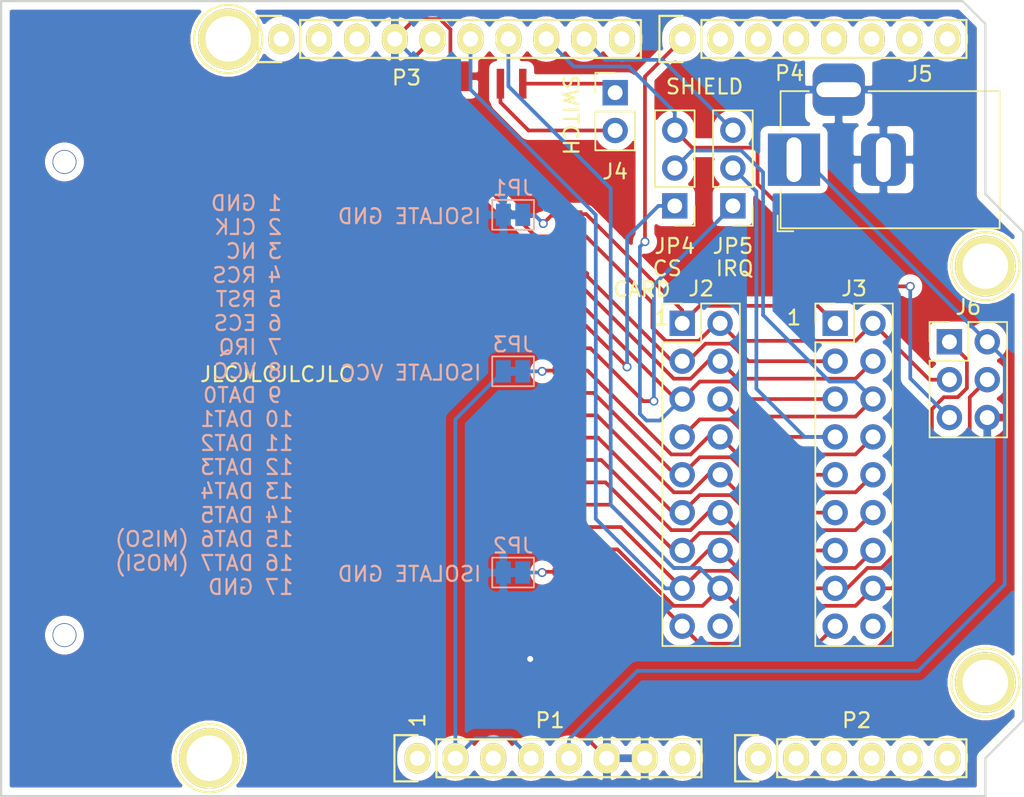
<source format=kicad_pcb>
(kicad_pcb (version 20171130) (host pcbnew 5.1.8+dfsg1-1+b1)

  (general
    (thickness 1.6)
    (drawings 26)
    (tracks 252)
    (zones 0)
    (modules 19)
    (nets 27)
  )

  (page A4)
  (title_block
    (date "lun. 30 mars 2015")
  )

  (layers
    (0 F.Cu signal)
    (31 B.Cu signal)
    (32 B.Adhes user)
    (33 F.Adhes user)
    (34 B.Paste user)
    (35 F.Paste user)
    (36 B.SilkS user)
    (37 F.SilkS user)
    (38 B.Mask user)
    (39 F.Mask user)
    (40 Dwgs.User user)
    (41 Cmts.User user)
    (42 Eco1.User user)
    (43 Eco2.User user)
    (44 Edge.Cuts user)
    (45 Margin user)
    (46 B.CrtYd user)
    (47 F.CrtYd user)
    (48 B.Fab user hide)
    (49 F.Fab user hide)
  )

  (setup
    (last_trace_width 0.25)
    (trace_clearance 0.2)
    (zone_clearance 0.508)
    (zone_45_only no)
    (trace_min 0.2)
    (via_size 0.6)
    (via_drill 0.4)
    (via_min_size 0.4)
    (via_min_drill 0.3)
    (uvia_size 0.3)
    (uvia_drill 0.1)
    (uvias_allowed no)
    (uvia_min_size 0.2)
    (uvia_min_drill 0.1)
    (edge_width 0.15)
    (segment_width 0.15)
    (pcb_text_width 0.3)
    (pcb_text_size 1.5 1.5)
    (mod_edge_width 0.15)
    (mod_text_size 1 1)
    (mod_text_width 0.15)
    (pad_size 4.064 4.064)
    (pad_drill 3.048)
    (pad_to_mask_clearance 0)
    (aux_axis_origin 110.998 126.365)
    (grid_origin 110.998 126.365)
    (visible_elements FFFFFF7F)
    (pcbplotparams
      (layerselection 0x010fc_ffffffff)
      (usegerberextensions false)
      (usegerberattributes true)
      (usegerberadvancedattributes true)
      (creategerberjobfile true)
      (excludeedgelayer true)
      (linewidth 0.100000)
      (plotframeref false)
      (viasonmask false)
      (mode 1)
      (useauxorigin false)
      (hpglpennumber 1)
      (hpglpenspeed 20)
      (hpglpendiameter 15.000000)
      (psnegative false)
      (psa4output false)
      (plotreference true)
      (plotvalue true)
      (plotinvisibletext false)
      (padsonsilk false)
      (subtractmaskfromsilk false)
      (outputformat 1)
      (mirror false)
      (drillshape 0)
      (scaleselection 1)
      (outputdirectory ""))
  )

  (net 0 "")
  (net 1 +5V)
  (net 2 GND)
  (net 3 +3V3)
  (net 4 "Net-(J1-Pad1)")
  (net 5 "Net-(J1-Pad3)")
  (net 6 "Net-(J1-Pad4)")
  (net 7 /ECS_CARD)
  (net 8 /IRQ_CARD)
  (net 9 "Net-(J1-Pad8)")
  (net 10 "Net-(J1-Pad9)")
  (net 11 "Net-(J1-Pad10)")
  (net 12 "Net-(J1-Pad11)")
  (net 13 "Net-(J1-Pad12)")
  (net 14 "Net-(J1-Pad13)")
  (net 15 "Net-(J1-Pad14)")
  (net 16 "Net-(J1-Pad17)")
  (net 17 "Net-(J1-Pad18)")
  (net 18 "Net-(J1-Pad19)")
  (net 19 /ECS_HOST)
  (net 20 /IRQ_HOST)
  (net 21 /SCK)
  (net 22 /RST)
  (net 23 /MISO)
  (net 24 /MOSI)
  (net 25 /CS_SHIELD)
  (net 26 /IRQ_SHIELD)

  (net_class Default "This is the default net class."
    (clearance 0.2)
    (trace_width 0.25)
    (via_dia 0.6)
    (via_drill 0.4)
    (uvia_dia 0.3)
    (uvia_drill 0.1)
    (add_net +3V3)
    (add_net +5V)
    (add_net /CS_SHIELD)
    (add_net /ECS_CARD)
    (add_net /ECS_HOST)
    (add_net /IRQ_CARD)
    (add_net /IRQ_HOST)
    (add_net /IRQ_SHIELD)
    (add_net /MISO)
    (add_net /MOSI)
    (add_net /RST)
    (add_net /SCK)
    (add_net GND)
    (add_net "Net-(J1-Pad1)")
    (add_net "Net-(J1-Pad10)")
    (add_net "Net-(J1-Pad11)")
    (add_net "Net-(J1-Pad12)")
    (add_net "Net-(J1-Pad13)")
    (add_net "Net-(J1-Pad14)")
    (add_net "Net-(J1-Pad17)")
    (add_net "Net-(J1-Pad18)")
    (add_net "Net-(J1-Pad19)")
    (add_net "Net-(J1-Pad3)")
    (add_net "Net-(J1-Pad4)")
    (add_net "Net-(J1-Pad8)")
    (add_net "Net-(J1-Pad9)")
  )

  (module Connector_PinHeader_2.54mm:PinHeader_2x09_P2.54mm_Vertical (layer F.Cu) (tedit 59FED5CC) (tstamp 5FC080A3)
    (at 156.698 94.645)
    (descr "Through hole straight pin header, 2x09, 2.54mm pitch, double rows")
    (tags "Through hole pin header THT 2x09 2.54mm double row")
    (path /5FC1CBFB)
    (fp_text reference J2 (at 1.27 -2.33) (layer F.SilkS)
      (effects (font (size 1 1) (thickness 0.15)))
    )
    (fp_text value Conn_2Rows-17Pins (at 1.27 22.65) (layer F.Fab)
      (effects (font (size 1 1) (thickness 0.15)))
    )
    (fp_line (start 0 -1.27) (end 3.81 -1.27) (layer F.Fab) (width 0.1))
    (fp_line (start 3.81 -1.27) (end 3.81 21.59) (layer F.Fab) (width 0.1))
    (fp_line (start 3.81 21.59) (end -1.27 21.59) (layer F.Fab) (width 0.1))
    (fp_line (start -1.27 21.59) (end -1.27 0) (layer F.Fab) (width 0.1))
    (fp_line (start -1.27 0) (end 0 -1.27) (layer F.Fab) (width 0.1))
    (fp_line (start -1.33 21.65) (end 3.87 21.65) (layer F.SilkS) (width 0.12))
    (fp_line (start -1.33 1.27) (end -1.33 21.65) (layer F.SilkS) (width 0.12))
    (fp_line (start 3.87 -1.33) (end 3.87 21.65) (layer F.SilkS) (width 0.12))
    (fp_line (start -1.33 1.27) (end 1.27 1.27) (layer F.SilkS) (width 0.12))
    (fp_line (start 1.27 1.27) (end 1.27 -1.33) (layer F.SilkS) (width 0.12))
    (fp_line (start 1.27 -1.33) (end 3.87 -1.33) (layer F.SilkS) (width 0.12))
    (fp_line (start -1.33 0) (end -1.33 -1.33) (layer F.SilkS) (width 0.12))
    (fp_line (start -1.33 -1.33) (end 0 -1.33) (layer F.SilkS) (width 0.12))
    (fp_line (start -1.8 -1.8) (end -1.8 22.1) (layer F.CrtYd) (width 0.05))
    (fp_line (start -1.8 22.1) (end 4.35 22.1) (layer F.CrtYd) (width 0.05))
    (fp_line (start 4.35 22.1) (end 4.35 -1.8) (layer F.CrtYd) (width 0.05))
    (fp_line (start 4.35 -1.8) (end -1.8 -1.8) (layer F.CrtYd) (width 0.05))
    (fp_text user %R (at 1.27 10.16 90) (layer F.Fab)
      (effects (font (size 1 1) (thickness 0.15)))
    )
    (pad 1 thru_hole rect (at 0 0) (size 1.7 1.7) (drill 1) (layers *.Cu *.Mask)
      (net 4 "Net-(J1-Pad1)"))
    (pad 2 thru_hole oval (at 2.54 0) (size 1.7 1.7) (drill 1) (layers *.Cu *.Mask)
      (net 21 /SCK))
    (pad 3 thru_hole oval (at 0 2.54) (size 1.7 1.7) (drill 1) (layers *.Cu *.Mask)
      (net 5 "Net-(J1-Pad3)"))
    (pad 4 thru_hole oval (at 2.54 2.54) (size 1.7 1.7) (drill 1) (layers *.Cu *.Mask)
      (net 6 "Net-(J1-Pad4)"))
    (pad 5 thru_hole oval (at 0 5.08) (size 1.7 1.7) (drill 1) (layers *.Cu *.Mask)
      (net 22 /RST))
    (pad 6 thru_hole oval (at 2.54 5.08) (size 1.7 1.7) (drill 1) (layers *.Cu *.Mask)
      (net 19 /ECS_HOST))
    (pad 7 thru_hole oval (at 0 7.62) (size 1.7 1.7) (drill 1) (layers *.Cu *.Mask)
      (net 20 /IRQ_HOST))
    (pad 8 thru_hole oval (at 2.54 7.62) (size 1.7 1.7) (drill 1) (layers *.Cu *.Mask)
      (net 9 "Net-(J1-Pad8)"))
    (pad 9 thru_hole oval (at 0 10.16) (size 1.7 1.7) (drill 1) (layers *.Cu *.Mask)
      (net 10 "Net-(J1-Pad9)"))
    (pad 10 thru_hole oval (at 2.54 10.16) (size 1.7 1.7) (drill 1) (layers *.Cu *.Mask)
      (net 11 "Net-(J1-Pad10)"))
    (pad 11 thru_hole oval (at 0 12.7) (size 1.7 1.7) (drill 1) (layers *.Cu *.Mask)
      (net 12 "Net-(J1-Pad11)"))
    (pad 12 thru_hole oval (at 2.54 12.7) (size 1.7 1.7) (drill 1) (layers *.Cu *.Mask)
      (net 13 "Net-(J1-Pad12)"))
    (pad 13 thru_hole oval (at 0 15.24) (size 1.7 1.7) (drill 1) (layers *.Cu *.Mask)
      (net 14 "Net-(J1-Pad13)"))
    (pad 14 thru_hole oval (at 2.54 15.24) (size 1.7 1.7) (drill 1) (layers *.Cu *.Mask)
      (net 15 "Net-(J1-Pad14)"))
    (pad 15 thru_hole oval (at 0 17.78) (size 1.7 1.7) (drill 1) (layers *.Cu *.Mask)
      (net 23 /MISO))
    (pad 16 thru_hole oval (at 2.54 17.78) (size 1.7 1.7) (drill 1) (layers *.Cu *.Mask)
      (net 24 /MOSI))
    (pad 17 thru_hole oval (at 0 20.32) (size 1.7 1.7) (drill 1) (layers *.Cu *.Mask)
      (net 16 "Net-(J1-Pad17)"))
    (pad 18 thru_hole oval (at 2.54 20.32) (size 1.7 1.7) (drill 1) (layers *.Cu *.Mask))
    (model ${KISYS3DMOD}/Connector_PinHeader_2.54mm.3dshapes/PinHeader_2x09_P2.54mm_Vertical.wrl
      (at (xyz 0 0 0))
      (scale (xyz 1 1 1))
      (rotate (xyz 0 0 0))
    )
  )

  (module Connector_PinHeader_2.54mm:PinHeader_2x09_P2.54mm_Vertical (layer F.Cu) (tedit 59FED5CC) (tstamp 5FC080CB)
    (at 166.958 94.645)
    (descr "Through hole straight pin header, 2x09, 2.54mm pitch, double rows")
    (tags "Through hole pin header THT 2x09 2.54mm double row")
    (path /5FC1D875)
    (fp_text reference J3 (at 1.27 -2.33) (layer F.SilkS)
      (effects (font (size 1 1) (thickness 0.15)))
    )
    (fp_text value Conn_2Rows-17Pins (at 1.27 22.65) (layer F.Fab)
      (effects (font (size 1 1) (thickness 0.15)))
    )
    (fp_line (start 4.35 -1.8) (end -1.8 -1.8) (layer F.CrtYd) (width 0.05))
    (fp_line (start 4.35 22.1) (end 4.35 -1.8) (layer F.CrtYd) (width 0.05))
    (fp_line (start -1.8 22.1) (end 4.35 22.1) (layer F.CrtYd) (width 0.05))
    (fp_line (start -1.8 -1.8) (end -1.8 22.1) (layer F.CrtYd) (width 0.05))
    (fp_line (start -1.33 -1.33) (end 0 -1.33) (layer F.SilkS) (width 0.12))
    (fp_line (start -1.33 0) (end -1.33 -1.33) (layer F.SilkS) (width 0.12))
    (fp_line (start 1.27 -1.33) (end 3.87 -1.33) (layer F.SilkS) (width 0.12))
    (fp_line (start 1.27 1.27) (end 1.27 -1.33) (layer F.SilkS) (width 0.12))
    (fp_line (start -1.33 1.27) (end 1.27 1.27) (layer F.SilkS) (width 0.12))
    (fp_line (start 3.87 -1.33) (end 3.87 21.65) (layer F.SilkS) (width 0.12))
    (fp_line (start -1.33 1.27) (end -1.33 21.65) (layer F.SilkS) (width 0.12))
    (fp_line (start -1.33 21.65) (end 3.87 21.65) (layer F.SilkS) (width 0.12))
    (fp_line (start -1.27 0) (end 0 -1.27) (layer F.Fab) (width 0.1))
    (fp_line (start -1.27 21.59) (end -1.27 0) (layer F.Fab) (width 0.1))
    (fp_line (start 3.81 21.59) (end -1.27 21.59) (layer F.Fab) (width 0.1))
    (fp_line (start 3.81 -1.27) (end 3.81 21.59) (layer F.Fab) (width 0.1))
    (fp_line (start 0 -1.27) (end 3.81 -1.27) (layer F.Fab) (width 0.1))
    (fp_text user %R (at 1.27 10.16 90) (layer F.Fab)
      (effects (font (size 1 1) (thickness 0.15)))
    )
    (pad 18 thru_hole oval (at 2.54 20.32) (size 1.7 1.7) (drill 1) (layers *.Cu *.Mask))
    (pad 17 thru_hole oval (at 0 20.32) (size 1.7 1.7) (drill 1) (layers *.Cu *.Mask)
      (net 16 "Net-(J1-Pad17)"))
    (pad 16 thru_hole oval (at 2.54 17.78) (size 1.7 1.7) (drill 1) (layers *.Cu *.Mask)
      (net 24 /MOSI))
    (pad 15 thru_hole oval (at 0 17.78) (size 1.7 1.7) (drill 1) (layers *.Cu *.Mask)
      (net 23 /MISO))
    (pad 14 thru_hole oval (at 2.54 15.24) (size 1.7 1.7) (drill 1) (layers *.Cu *.Mask)
      (net 15 "Net-(J1-Pad14)"))
    (pad 13 thru_hole oval (at 0 15.24) (size 1.7 1.7) (drill 1) (layers *.Cu *.Mask)
      (net 14 "Net-(J1-Pad13)"))
    (pad 12 thru_hole oval (at 2.54 12.7) (size 1.7 1.7) (drill 1) (layers *.Cu *.Mask)
      (net 13 "Net-(J1-Pad12)"))
    (pad 11 thru_hole oval (at 0 12.7) (size 1.7 1.7) (drill 1) (layers *.Cu *.Mask)
      (net 12 "Net-(J1-Pad11)"))
    (pad 10 thru_hole oval (at 2.54 10.16) (size 1.7 1.7) (drill 1) (layers *.Cu *.Mask)
      (net 11 "Net-(J1-Pad10)"))
    (pad 9 thru_hole oval (at 0 10.16) (size 1.7 1.7) (drill 1) (layers *.Cu *.Mask)
      (net 10 "Net-(J1-Pad9)"))
    (pad 8 thru_hole oval (at 2.54 7.62) (size 1.7 1.7) (drill 1) (layers *.Cu *.Mask)
      (net 9 "Net-(J1-Pad8)"))
    (pad 7 thru_hole oval (at 0 7.62) (size 1.7 1.7) (drill 1) (layers *.Cu *.Mask)
      (net 20 /IRQ_HOST))
    (pad 6 thru_hole oval (at 2.54 5.08) (size 1.7 1.7) (drill 1) (layers *.Cu *.Mask)
      (net 19 /ECS_HOST))
    (pad 5 thru_hole oval (at 0 5.08) (size 1.7 1.7) (drill 1) (layers *.Cu *.Mask)
      (net 22 /RST))
    (pad 4 thru_hole oval (at 2.54 2.54) (size 1.7 1.7) (drill 1) (layers *.Cu *.Mask)
      (net 6 "Net-(J1-Pad4)"))
    (pad 3 thru_hole oval (at 0 2.54) (size 1.7 1.7) (drill 1) (layers *.Cu *.Mask)
      (net 5 "Net-(J1-Pad3)"))
    (pad 2 thru_hole oval (at 2.54 0) (size 1.7 1.7) (drill 1) (layers *.Cu *.Mask)
      (net 21 /SCK))
    (pad 1 thru_hole rect (at 0 0) (size 1.7 1.7) (drill 1) (layers *.Cu *.Mask)
      (net 4 "Net-(J1-Pad1)"))
    (model ${KISYS3DMOD}/Connector_PinHeader_2.54mm.3dshapes/PinHeader_2x09_P2.54mm_Vertical.wrl
      (at (xyz 0 0 0))
      (scale (xyz 1 1 1))
      (rotate (xyz 0 0 0))
    )
  )

  (module Socket_Arduino_Uno:Socket_Strip_Arduino_1x08 locked (layer F.Cu) (tedit 552168D2) (tstamp 551AF9EA)
    (at 138.938 123.825)
    (descr "Through hole socket strip")
    (tags "socket strip")
    (path /56D70129)
    (fp_text reference P1 (at 8.89 -2.54) (layer F.SilkS)
      (effects (font (size 1 1) (thickness 0.15)))
    )
    (fp_text value Power (at 8.89 -4.064) (layer F.Fab)
      (effects (font (size 1 1) (thickness 0.15)))
    )
    (fp_line (start -1.75 -1.75) (end -1.75 1.75) (layer F.CrtYd) (width 0.05))
    (fp_line (start 19.55 -1.75) (end 19.55 1.75) (layer F.CrtYd) (width 0.05))
    (fp_line (start -1.75 -1.75) (end 19.55 -1.75) (layer F.CrtYd) (width 0.05))
    (fp_line (start -1.75 1.75) (end 19.55 1.75) (layer F.CrtYd) (width 0.05))
    (fp_line (start 1.27 1.27) (end 19.05 1.27) (layer F.SilkS) (width 0.15))
    (fp_line (start 19.05 1.27) (end 19.05 -1.27) (layer F.SilkS) (width 0.15))
    (fp_line (start 19.05 -1.27) (end 1.27 -1.27) (layer F.SilkS) (width 0.15))
    (fp_line (start -1.55 1.55) (end 0 1.55) (layer F.SilkS) (width 0.15))
    (fp_line (start 1.27 1.27) (end 1.27 -1.27) (layer F.SilkS) (width 0.15))
    (fp_line (start 0 -1.55) (end -1.55 -1.55) (layer F.SilkS) (width 0.15))
    (fp_line (start -1.55 -1.55) (end -1.55 1.55) (layer F.SilkS) (width 0.15))
    (pad 1 thru_hole oval (at 0 0) (size 1.7272 2.032) (drill 1.016) (layers *.Cu *.Mask F.SilkS))
    (pad 2 thru_hole oval (at 2.54 0) (size 1.7272 2.032) (drill 1.016) (layers *.Cu *.Mask F.SilkS)
      (net 3 +3V3))
    (pad 3 thru_hole oval (at 5.08 0) (size 1.7272 2.032) (drill 1.016) (layers *.Cu *.Mask F.SilkS))
    (pad 4 thru_hole oval (at 7.62 0) (size 1.7272 2.032) (drill 1.016) (layers *.Cu *.Mask F.SilkS)
      (net 3 +3V3))
    (pad 5 thru_hole oval (at 10.16 0) (size 1.7272 2.032) (drill 1.016) (layers *.Cu *.Mask F.SilkS)
      (net 1 +5V))
    (pad 6 thru_hole oval (at 12.7 0) (size 1.7272 2.032) (drill 1.016) (layers *.Cu *.Mask F.SilkS)
      (net 2 GND))
    (pad 7 thru_hole oval (at 15.24 0) (size 1.7272 2.032) (drill 1.016) (layers *.Cu *.Mask F.SilkS)
      (net 2 GND))
    (pad 8 thru_hole oval (at 17.78 0) (size 1.7272 2.032) (drill 1.016) (layers *.Cu *.Mask F.SilkS))
    (model ${KIPRJMOD}/Socket_Arduino_Uno.3dshapes/Socket_header_Arduino_1x08.wrl
      (offset (xyz 8.889999866485596 0 0))
      (scale (xyz 1 1 1))
      (rotate (xyz 0 0 180))
    )
  )

  (module Socket_Arduino_Uno:Socket_Strip_Arduino_1x06 locked (layer F.Cu) (tedit 552168D6) (tstamp 551AF9FF)
    (at 161.798 123.825)
    (descr "Through hole socket strip")
    (tags "socket strip")
    (path /56D70DD8)
    (fp_text reference P2 (at 6.604 -2.54) (layer F.SilkS)
      (effects (font (size 1 1) (thickness 0.15)))
    )
    (fp_text value Analog (at 6.604 -4.064) (layer F.Fab)
      (effects (font (size 1 1) (thickness 0.15)))
    )
    (fp_line (start -1.75 -1.75) (end -1.75 1.75) (layer F.CrtYd) (width 0.05))
    (fp_line (start 14.45 -1.75) (end 14.45 1.75) (layer F.CrtYd) (width 0.05))
    (fp_line (start -1.75 -1.75) (end 14.45 -1.75) (layer F.CrtYd) (width 0.05))
    (fp_line (start -1.75 1.75) (end 14.45 1.75) (layer F.CrtYd) (width 0.05))
    (fp_line (start 1.27 1.27) (end 13.97 1.27) (layer F.SilkS) (width 0.15))
    (fp_line (start 13.97 1.27) (end 13.97 -1.27) (layer F.SilkS) (width 0.15))
    (fp_line (start 13.97 -1.27) (end 1.27 -1.27) (layer F.SilkS) (width 0.15))
    (fp_line (start -1.55 1.55) (end 0 1.55) (layer F.SilkS) (width 0.15))
    (fp_line (start 1.27 1.27) (end 1.27 -1.27) (layer F.SilkS) (width 0.15))
    (fp_line (start 0 -1.55) (end -1.55 -1.55) (layer F.SilkS) (width 0.15))
    (fp_line (start -1.55 -1.55) (end -1.55 1.55) (layer F.SilkS) (width 0.15))
    (pad 1 thru_hole oval (at 0 0) (size 1.7272 2.032) (drill 1.016) (layers *.Cu *.Mask F.SilkS))
    (pad 2 thru_hole oval (at 2.54 0) (size 1.7272 2.032) (drill 1.016) (layers *.Cu *.Mask F.SilkS))
    (pad 3 thru_hole oval (at 5.08 0) (size 1.7272 2.032) (drill 1.016) (layers *.Cu *.Mask F.SilkS))
    (pad 4 thru_hole oval (at 7.62 0) (size 1.7272 2.032) (drill 1.016) (layers *.Cu *.Mask F.SilkS))
    (pad 5 thru_hole oval (at 10.16 0) (size 1.7272 2.032) (drill 1.016) (layers *.Cu *.Mask F.SilkS))
    (pad 6 thru_hole oval (at 12.7 0) (size 1.7272 2.032) (drill 1.016) (layers *.Cu *.Mask F.SilkS))
    (model ${KIPRJMOD}/Socket_Arduino_Uno.3dshapes/Socket_header_Arduino_1x06.wrl
      (offset (xyz 6.349999904632568 0 0))
      (scale (xyz 1 1 1))
      (rotate (xyz 0 0 180))
    )
  )

  (module Socket_Arduino_Uno:Socket_Strip_Arduino_1x10 locked (layer F.Cu) (tedit 552168BF) (tstamp 551AFA18)
    (at 129.794 75.565)
    (descr "Through hole socket strip")
    (tags "socket strip")
    (path /56D721E0)
    (fp_text reference P3 (at 8.404 2.6) (layer F.SilkS)
      (effects (font (size 1 1) (thickness 0.15)))
    )
    (fp_text value Digital (at 11.43 4.318) (layer F.Fab)
      (effects (font (size 1 1) (thickness 0.15)))
    )
    (fp_line (start -1.75 -1.75) (end -1.75 1.75) (layer F.CrtYd) (width 0.05))
    (fp_line (start 24.65 -1.75) (end 24.65 1.75) (layer F.CrtYd) (width 0.05))
    (fp_line (start -1.75 -1.75) (end 24.65 -1.75) (layer F.CrtYd) (width 0.05))
    (fp_line (start -1.75 1.75) (end 24.65 1.75) (layer F.CrtYd) (width 0.05))
    (fp_line (start 1.27 1.27) (end 24.13 1.27) (layer F.SilkS) (width 0.15))
    (fp_line (start 24.13 1.27) (end 24.13 -1.27) (layer F.SilkS) (width 0.15))
    (fp_line (start 24.13 -1.27) (end 1.27 -1.27) (layer F.SilkS) (width 0.15))
    (fp_line (start -1.55 1.55) (end 0 1.55) (layer F.SilkS) (width 0.15))
    (fp_line (start 1.27 1.27) (end 1.27 -1.27) (layer F.SilkS) (width 0.15))
    (fp_line (start 0 -1.55) (end -1.55 -1.55) (layer F.SilkS) (width 0.15))
    (fp_line (start -1.55 -1.55) (end -1.55 1.55) (layer F.SilkS) (width 0.15))
    (pad 1 thru_hole oval (at 0 0) (size 1.7272 2.032) (drill 1.016) (layers *.Cu *.Mask F.SilkS))
    (pad 2 thru_hole oval (at 2.54 0) (size 1.7272 2.032) (drill 1.016) (layers *.Cu *.Mask F.SilkS))
    (pad 3 thru_hole oval (at 5.08 0) (size 1.7272 2.032) (drill 1.016) (layers *.Cu *.Mask F.SilkS))
    (pad 4 thru_hole oval (at 7.62 0) (size 1.7272 2.032) (drill 1.016) (layers *.Cu *.Mask F.SilkS)
      (net 2 GND))
    (pad 5 thru_hole oval (at 10.16 0) (size 1.7272 2.032) (drill 1.016) (layers *.Cu *.Mask F.SilkS)
      (net 21 /SCK))
    (pad 6 thru_hole oval (at 12.7 0) (size 1.7272 2.032) (drill 1.016) (layers *.Cu *.Mask F.SilkS)
      (net 23 /MISO))
    (pad 7 thru_hole oval (at 15.24 0) (size 1.7272 2.032) (drill 1.016) (layers *.Cu *.Mask F.SilkS)
      (net 24 /MOSI))
    (pad 8 thru_hole oval (at 17.78 0) (size 1.7272 2.032) (drill 1.016) (layers *.Cu *.Mask F.SilkS)
      (net 25 /CS_SHIELD))
    (pad 9 thru_hole oval (at 20.32 0) (size 1.7272 2.032) (drill 1.016) (layers *.Cu *.Mask F.SilkS)
      (net 26 /IRQ_SHIELD))
    (pad 10 thru_hole oval (at 22.86 0) (size 1.7272 2.032) (drill 1.016) (layers *.Cu *.Mask F.SilkS))
    (model ${KIPRJMOD}/Socket_Arduino_Uno.3dshapes/Socket_header_Arduino_1x10.wrl
      (offset (xyz 11.42999982833862 0 0))
      (scale (xyz 1 1 1))
      (rotate (xyz 0 0 180))
    )
  )

  (module Socket_Arduino_Uno:Socket_Strip_Arduino_1x08 locked (layer F.Cu) (tedit 552168C7) (tstamp 551AFA2F)
    (at 156.718 75.565)
    (descr "Through hole socket strip")
    (tags "socket strip")
    (path /56D7164F)
    (fp_text reference P4 (at 7.18 2.3) (layer F.SilkS)
      (effects (font (size 1 1) (thickness 0.15)))
    )
    (fp_text value Digital (at 8.89 4.318) (layer F.Fab)
      (effects (font (size 1 1) (thickness 0.15)))
    )
    (fp_line (start -1.75 -1.75) (end -1.75 1.75) (layer F.CrtYd) (width 0.05))
    (fp_line (start 19.55 -1.75) (end 19.55 1.75) (layer F.CrtYd) (width 0.05))
    (fp_line (start -1.75 -1.75) (end 19.55 -1.75) (layer F.CrtYd) (width 0.05))
    (fp_line (start -1.75 1.75) (end 19.55 1.75) (layer F.CrtYd) (width 0.05))
    (fp_line (start 1.27 1.27) (end 19.05 1.27) (layer F.SilkS) (width 0.15))
    (fp_line (start 19.05 1.27) (end 19.05 -1.27) (layer F.SilkS) (width 0.15))
    (fp_line (start 19.05 -1.27) (end 1.27 -1.27) (layer F.SilkS) (width 0.15))
    (fp_line (start -1.55 1.55) (end 0 1.55) (layer F.SilkS) (width 0.15))
    (fp_line (start 1.27 1.27) (end 1.27 -1.27) (layer F.SilkS) (width 0.15))
    (fp_line (start 0 -1.55) (end -1.55 -1.55) (layer F.SilkS) (width 0.15))
    (fp_line (start -1.55 -1.55) (end -1.55 1.55) (layer F.SilkS) (width 0.15))
    (pad 1 thru_hole oval (at 0 0) (size 1.7272 2.032) (drill 1.016) (layers *.Cu *.Mask F.SilkS)
      (net 22 /RST))
    (pad 2 thru_hole oval (at 2.54 0) (size 1.7272 2.032) (drill 1.016) (layers *.Cu *.Mask F.SilkS))
    (pad 3 thru_hole oval (at 5.08 0) (size 1.7272 2.032) (drill 1.016) (layers *.Cu *.Mask F.SilkS))
    (pad 4 thru_hole oval (at 7.62 0) (size 1.7272 2.032) (drill 1.016) (layers *.Cu *.Mask F.SilkS))
    (pad 5 thru_hole oval (at 10.16 0) (size 1.7272 2.032) (drill 1.016) (layers *.Cu *.Mask F.SilkS))
    (pad 6 thru_hole oval (at 12.7 0) (size 1.7272 2.032) (drill 1.016) (layers *.Cu *.Mask F.SilkS))
    (pad 7 thru_hole oval (at 15.24 0) (size 1.7272 2.032) (drill 1.016) (layers *.Cu *.Mask F.SilkS))
    (pad 8 thru_hole oval (at 17.78 0) (size 1.7272 2.032) (drill 1.016) (layers *.Cu *.Mask F.SilkS))
    (model ${KIPRJMOD}/Socket_Arduino_Uno.3dshapes/Socket_header_Arduino_1x08.wrl
      (offset (xyz 8.889999866485596 0 0))
      (scale (xyz 1 1 1))
      (rotate (xyz 0 0 180))
    )
  )

  (module Socket_Arduino_Uno:Arduino_1pin locked (layer F.Cu) (tedit 5524FC39) (tstamp 5524FC3F)
    (at 124.968 123.825)
    (descr "module 1 pin (ou trou mecanique de percage)")
    (tags DEV)
    (path /56D71177)
    (fp_text reference P5 (at 0 -3.048) (layer F.SilkS) hide
      (effects (font (size 1 1) (thickness 0.15)))
    )
    (fp_text value CONN_01X01 (at 0 2.794) (layer F.Fab) hide
      (effects (font (size 1 1) (thickness 0.15)))
    )
    (fp_circle (center 0 0) (end 0 -2.286) (layer F.SilkS) (width 0.15))
    (pad 1 thru_hole circle (at 0 0) (size 4.064 4.064) (drill 3.048) (layers *.Cu *.Mask F.SilkS))
  )

  (module Socket_Arduino_Uno:Arduino_1pin locked (layer F.Cu) (tedit 5524FC4A) (tstamp 5524FC44)
    (at 177.038 118.745)
    (descr "module 1 pin (ou trou mecanique de percage)")
    (tags DEV)
    (path /56D71274)
    (fp_text reference P6 (at 0 -3.048) (layer F.SilkS) hide
      (effects (font (size 1 1) (thickness 0.15)))
    )
    (fp_text value CONN_01X01 (at 0 2.794) (layer F.Fab) hide
      (effects (font (size 1 1) (thickness 0.15)))
    )
    (fp_circle (center 0 0) (end 0 -2.286) (layer F.SilkS) (width 0.15))
    (pad 1 thru_hole circle (at 0 0) (size 4.064 4.064) (drill 3.048) (layers *.Cu *.Mask F.SilkS))
  )

  (module Socket_Arduino_Uno:Arduino_1pin locked (layer F.Cu) (tedit 5524FC2F) (tstamp 5524FC49)
    (at 126.238 75.565)
    (descr "module 1 pin (ou trou mecanique de percage)")
    (tags DEV)
    (path /56D712A8)
    (fp_text reference P7 (at 0 -3.048) (layer F.SilkS) hide
      (effects (font (size 1 1) (thickness 0.15)))
    )
    (fp_text value CONN_01X01 (at 0 2.794) (layer F.Fab) hide
      (effects (font (size 1 1) (thickness 0.15)))
    )
    (fp_circle (center 0 0) (end 0 -2.286) (layer F.SilkS) (width 0.15))
    (pad 1 thru_hole circle (at 0 0) (size 4.064 4.064) (drill 3.048) (layers *.Cu *.Mask F.SilkS))
  )

  (module Socket_Arduino_Uno:Arduino_1pin locked (layer F.Cu) (tedit 5524FC41) (tstamp 5524FC4E)
    (at 177.038 90.805)
    (descr "module 1 pin (ou trou mecanique de percage)")
    (tags DEV)
    (path /56D712DB)
    (fp_text reference P8 (at 0 -3.048) (layer F.SilkS) hide
      (effects (font (size 1 1) (thickness 0.15)))
    )
    (fp_text value CONN_01X01 (at 0 2.794) (layer F.Fab) hide
      (effects (font (size 1 1) (thickness 0.15)))
    )
    (fp_circle (center 0 0) (end 0 -2.286) (layer F.SilkS) (width 0.15))
    (pad 1 thru_hole circle (at 0 0) (size 4.064 4.064) (drill 3.048) (layers *.Cu *.Mask F.SilkS))
  )

  (module ds_card_extender:3ds_card_reader (layer F.Cu) (tedit 5FBFFEED) (tstamp 5FC0807B)
    (at 132.498 100.065 90)
    (descr "Imported from cardreader_prepared.svg")
    (tags svg2mod)
    (path /5FC1B90D)
    (attr smd)
    (fp_text reference J1 (at 0 -21.048002 90) (layer F.SilkS) hide
      (effects (font (size 1.524 1.524) (thickness 0.3048)))
    )
    (fp_text value DS_Card_socket (at 0 21.048002 90) (layer F.SilkS) hide
      (effects (font (size 1.524 1.524) (thickness 0.3048)))
    )
    (pad 1 smd rect (at 12.75 16.5 90) (size 0.5 2) (layers F.Cu F.Paste F.Mask)
      (net 4 "Net-(J1-Pad1)"))
    (pad 2 smd rect (at 11.25 16.5 90) (size 0.5 2) (layers F.Cu F.Paste F.Mask)
      (net 21 /SCK))
    (pad 3 smd rect (at 9.75 16.5 90) (size 0.5 2) (layers F.Cu F.Paste F.Mask)
      (net 5 "Net-(J1-Pad3)"))
    (pad 4 smd rect (at 8.25 16.5 90) (size 0.5 2) (layers F.Cu F.Paste F.Mask)
      (net 6 "Net-(J1-Pad4)"))
    (pad 5 smd rect (at 6.75 16.5 90) (size 0.5 2) (layers F.Cu F.Paste F.Mask)
      (net 22 /RST))
    (pad 6 smd rect (at 5.25 16.5 90) (size 0.5 2) (layers F.Cu F.Paste F.Mask)
      (net 7 /ECS_CARD))
    (pad 7 smd rect (at 3.75 16.5 90) (size 0.5 2) (layers F.Cu F.Paste F.Mask)
      (net 8 /IRQ_CARD))
    (pad 8 smd rect (at 2.25 16.5 90) (size 0.5 2) (layers F.Cu F.Paste F.Mask)
      (net 9 "Net-(J1-Pad8)"))
    (pad 9 smd rect (at 0.75 16.5 90) (size 0.5 2) (layers F.Cu F.Paste F.Mask)
      (net 10 "Net-(J1-Pad9)"))
    (pad 10 smd rect (at -0.75 16.5 90) (size 0.5 2) (layers F.Cu F.Paste F.Mask)
      (net 11 "Net-(J1-Pad10)"))
    (pad 11 smd rect (at -2.25 16.5 90) (size 0.5 2) (layers F.Cu F.Paste F.Mask)
      (net 12 "Net-(J1-Pad11)"))
    (pad 12 smd rect (at -3.75 16.5 90) (size 0.5 2) (layers F.Cu F.Paste F.Mask)
      (net 13 "Net-(J1-Pad12)"))
    (pad 13 smd rect (at -5.25 16.5 90) (size 0.5 2) (layers F.Cu F.Paste F.Mask)
      (net 14 "Net-(J1-Pad13)"))
    (pad 14 smd rect (at -6.75 16.5 90) (size 0.5 2) (layers F.Cu F.Paste F.Mask)
      (net 15 "Net-(J1-Pad14)"))
    (pad 15 smd rect (at -8.25 16.5 90) (size 0.5 2) (layers F.Cu F.Paste F.Mask)
      (net 23 /MISO))
    (pad 16 smd rect (at -9.75 16.5 90) (size 0.5 2) (layers F.Cu F.Paste F.Mask)
      (net 24 /MOSI))
    (pad 17 smd rect (at -11.25 16.5 90) (size 0.5 2) (layers F.Cu F.Paste F.Mask)
      (net 16 "Net-(J1-Pad17)"))
    (pad 18 smd rect (at 21.5 13.5 180) (size 0.5 2) (layers F.Cu F.Paste F.Mask)
      (net 17 "Net-(J1-Pad18)"))
    (pad 19 smd rect (at 21.5 12 180) (size 0.5 2) (layers F.Cu F.Paste F.Mask)
      (net 18 "Net-(J1-Pad19)"))
    (pad 20 smd rect (at -17 17 180) (size 2 3) (layers F.Cu F.Paste F.Mask)
      (net 2 GND))
    (pad 20 smd rect (at -22 -16.25 270) (size 2 2.5) (layers F.Cu F.Paste F.Mask)
      (net 2 GND))
    (pad 20 smd rect (at 21 -16.25 270) (size 2 2.5) (layers F.Cu F.Paste F.Mask)
      (net 2 GND))
    (pad 20 smd rect (at 22 8.5 270) (size 2 3) (layers F.Cu F.Paste F.Mask)
      (net 2 GND))
    (pad "" np_thru_hole circle (at -15.5 -17.25 180) (size 1.6 1.6) (drill 1.5) (layers *.Cu *.Mask))
    (pad "" np_thru_hole circle (at 16.25 -17.25 180) (size 1.6 1.6) (drill 1.5) (layers *.Cu *.Mask))
  )

  (module Connector_PinHeader_2.54mm:PinHeader_1x02_P2.54mm_Vertical (layer F.Cu) (tedit 59FED5CC) (tstamp 5FC088AD)
    (at 152.198 79.165)
    (descr "Through hole straight pin header, 1x02, 2.54mm pitch, single row")
    (tags "Through hole pin header THT 1x02 2.54mm single row")
    (path /5FC2C640)
    (fp_text reference J4 (at 0 5.3) (layer F.SilkS)
      (effects (font (size 1 1) (thickness 0.15)))
    )
    (fp_text value Conn_01x02 (at 0 4.87) (layer F.Fab)
      (effects (font (size 1 1) (thickness 0.15)))
    )
    (fp_line (start -0.635 -1.27) (end 1.27 -1.27) (layer F.Fab) (width 0.1))
    (fp_line (start 1.27 -1.27) (end 1.27 3.81) (layer F.Fab) (width 0.1))
    (fp_line (start 1.27 3.81) (end -1.27 3.81) (layer F.Fab) (width 0.1))
    (fp_line (start -1.27 3.81) (end -1.27 -0.635) (layer F.Fab) (width 0.1))
    (fp_line (start -1.27 -0.635) (end -0.635 -1.27) (layer F.Fab) (width 0.1))
    (fp_line (start -1.33 3.87) (end 1.33 3.87) (layer F.SilkS) (width 0.12))
    (fp_line (start -1.33 1.27) (end -1.33 3.87) (layer F.SilkS) (width 0.12))
    (fp_line (start 1.33 1.27) (end 1.33 3.87) (layer F.SilkS) (width 0.12))
    (fp_line (start -1.33 1.27) (end 1.33 1.27) (layer F.SilkS) (width 0.12))
    (fp_line (start -1.33 0) (end -1.33 -1.33) (layer F.SilkS) (width 0.12))
    (fp_line (start -1.33 -1.33) (end 0 -1.33) (layer F.SilkS) (width 0.12))
    (fp_line (start -1.8 -1.8) (end -1.8 4.35) (layer F.CrtYd) (width 0.05))
    (fp_line (start -1.8 4.35) (end 1.8 4.35) (layer F.CrtYd) (width 0.05))
    (fp_line (start 1.8 4.35) (end 1.8 -1.8) (layer F.CrtYd) (width 0.05))
    (fp_line (start 1.8 -1.8) (end -1.8 -1.8) (layer F.CrtYd) (width 0.05))
    (fp_text user %R (at 0 1.27 90) (layer F.Fab)
      (effects (font (size 1 1) (thickness 0.15)))
    )
    (pad 1 thru_hole rect (at 0 0) (size 1.7 1.7) (drill 1) (layers *.Cu *.Mask)
      (net 17 "Net-(J1-Pad18)"))
    (pad 2 thru_hole oval (at 0 2.54) (size 1.7 1.7) (drill 1) (layers *.Cu *.Mask)
      (net 18 "Net-(J1-Pad19)"))
    (model ${KISYS3DMOD}/Connector_PinHeader_2.54mm.3dshapes/PinHeader_1x02_P2.54mm_Vertical.wrl
      (at (xyz 0 0 0))
      (scale (xyz 1 1 1))
      (rotate (xyz 0 0 0))
    )
  )

  (module Connector_BarrelJack:BarrelJack_Horizontal (layer F.Cu) (tedit 5A1DBF6A) (tstamp 5FC08104)
    (at 164.198 83.665 180)
    (descr "DC Barrel Jack")
    (tags "Power Jack")
    (path /5FEBBFE3)
    (fp_text reference J5 (at -8.45 5.75) (layer F.SilkS)
      (effects (font (size 1 1) (thickness 0.15)))
    )
    (fp_text value Barrel_Jack_Switch (at -6.2 -5.5) (layer F.Fab)
      (effects (font (size 1 1) (thickness 0.15)))
    )
    (fp_line (start -0.003213 -4.505425) (end 0.8 -3.75) (layer F.Fab) (width 0.1))
    (fp_line (start 1.1 -3.75) (end 1.1 -4.8) (layer F.SilkS) (width 0.12))
    (fp_line (start 0.05 -4.8) (end 1.1 -4.8) (layer F.SilkS) (width 0.12))
    (fp_line (start 1 -4.5) (end 1 -4.75) (layer F.CrtYd) (width 0.05))
    (fp_line (start 1 -4.75) (end -14 -4.75) (layer F.CrtYd) (width 0.05))
    (fp_line (start 1 -4.5) (end 1 -2) (layer F.CrtYd) (width 0.05))
    (fp_line (start 1 -2) (end 2 -2) (layer F.CrtYd) (width 0.05))
    (fp_line (start 2 -2) (end 2 2) (layer F.CrtYd) (width 0.05))
    (fp_line (start 2 2) (end 1 2) (layer F.CrtYd) (width 0.05))
    (fp_line (start 1 2) (end 1 4.75) (layer F.CrtYd) (width 0.05))
    (fp_line (start 1 4.75) (end -1 4.75) (layer F.CrtYd) (width 0.05))
    (fp_line (start -1 4.75) (end -1 6.75) (layer F.CrtYd) (width 0.05))
    (fp_line (start -1 6.75) (end -5 6.75) (layer F.CrtYd) (width 0.05))
    (fp_line (start -5 6.75) (end -5 4.75) (layer F.CrtYd) (width 0.05))
    (fp_line (start -5 4.75) (end -14 4.75) (layer F.CrtYd) (width 0.05))
    (fp_line (start -14 4.75) (end -14 -4.75) (layer F.CrtYd) (width 0.05))
    (fp_line (start -5 4.6) (end -13.8 4.6) (layer F.SilkS) (width 0.12))
    (fp_line (start -13.8 4.6) (end -13.8 -4.6) (layer F.SilkS) (width 0.12))
    (fp_line (start 0.9 1.9) (end 0.9 4.6) (layer F.SilkS) (width 0.12))
    (fp_line (start 0.9 4.6) (end -1 4.6) (layer F.SilkS) (width 0.12))
    (fp_line (start -13.8 -4.6) (end 0.9 -4.6) (layer F.SilkS) (width 0.12))
    (fp_line (start 0.9 -4.6) (end 0.9 -2) (layer F.SilkS) (width 0.12))
    (fp_line (start -10.2 -4.5) (end -10.2 4.5) (layer F.Fab) (width 0.1))
    (fp_line (start -13.7 -4.5) (end -13.7 4.5) (layer F.Fab) (width 0.1))
    (fp_line (start -13.7 4.5) (end 0.8 4.5) (layer F.Fab) (width 0.1))
    (fp_line (start 0.8 4.5) (end 0.8 -3.75) (layer F.Fab) (width 0.1))
    (fp_line (start 0 -4.5) (end -13.7 -4.5) (layer F.Fab) (width 0.1))
    (fp_text user %R (at -3 -2.95) (layer F.Fab)
      (effects (font (size 1 1) (thickness 0.15)))
    )
    (pad 1 thru_hole rect (at 0 0 180) (size 3.5 3.5) (drill oval 1 3) (layers *.Cu *.Mask)
      (net 1 +5V))
    (pad 2 thru_hole roundrect (at -6 0 180) (size 3 3.5) (drill oval 1 3) (layers *.Cu *.Mask) (roundrect_rratio 0.25)
      (net 2 GND))
    (pad 3 thru_hole roundrect (at -3 4.7 180) (size 3.5 3.5) (drill oval 3 1) (layers *.Cu *.Mask) (roundrect_rratio 0.25)
      (net 2 GND))
    (model ${KISYS3DMOD}/Connector_BarrelJack.3dshapes/BarrelJack_Horizontal.wrl
      (at (xyz 0 0 0))
      (scale (xyz 1 1 1))
      (rotate (xyz 0 0 0))
    )
  )

  (module Jumper:SolderJumper-2_P1.3mm_Bridged_Pad1.0x1.5mm (layer B.Cu) (tedit 5C756AB2) (tstamp 5FC08113)
    (at 145.348 87.365 180)
    (descr "SMD Solder Jumper, 1x1.5mm Pads, 0.3mm gap, bridged with 1 copper strip")
    (tags "solder jumper open")
    (path /5FD3C241)
    (attr virtual)
    (fp_text reference JP1 (at 0 1.8) (layer B.SilkS)
      (effects (font (size 1 1) (thickness 0.15)) (justify mirror))
    )
    (fp_text value SolderJumper_2_Bridged (at 0 -1.9) (layer B.Fab)
      (effects (font (size 1 1) (thickness 0.15)) (justify mirror))
    )
    (fp_line (start -1.4 -1) (end -1.4 1) (layer B.SilkS) (width 0.12))
    (fp_line (start 1.4 -1) (end -1.4 -1) (layer B.SilkS) (width 0.12))
    (fp_line (start 1.4 1) (end 1.4 -1) (layer B.SilkS) (width 0.12))
    (fp_line (start -1.4 1) (end 1.4 1) (layer B.SilkS) (width 0.12))
    (fp_line (start -1.65 1.25) (end 1.65 1.25) (layer B.CrtYd) (width 0.05))
    (fp_line (start -1.65 1.25) (end -1.65 -1.25) (layer B.CrtYd) (width 0.05))
    (fp_line (start 1.65 -1.25) (end 1.65 1.25) (layer B.CrtYd) (width 0.05))
    (fp_line (start 1.65 -1.25) (end -1.65 -1.25) (layer B.CrtYd) (width 0.05))
    (fp_poly (pts (xy -0.25 0.3) (xy 0.25 0.3) (xy 0.25 -0.3) (xy -0.25 -0.3)) (layer B.Cu) (width 0))
    (pad 1 smd rect (at -0.65 0 180) (size 1 1.5) (layers B.Cu B.Mask)
      (net 4 "Net-(J1-Pad1)"))
    (pad 2 smd rect (at 0.65 0 180) (size 1 1.5) (layers B.Cu B.Mask)
      (net 2 GND))
  )

  (module Jumper:SolderJumper-2_P1.3mm_Bridged_Pad1.0x1.5mm (layer B.Cu) (tedit 5C756AB2) (tstamp 5FC08122)
    (at 145.348 111.365 180)
    (descr "SMD Solder Jumper, 1x1.5mm Pads, 0.3mm gap, bridged with 1 copper strip")
    (tags "solder jumper open")
    (path /5FD4567D)
    (attr virtual)
    (fp_text reference JP2 (at 0 1.8) (layer B.SilkS)
      (effects (font (size 1 1) (thickness 0.15)) (justify mirror))
    )
    (fp_text value SolderJumper_2_Bridged (at 0 -1.9) (layer B.Fab)
      (effects (font (size 1 1) (thickness 0.15)) (justify mirror))
    )
    (fp_poly (pts (xy -0.25 0.3) (xy 0.25 0.3) (xy 0.25 -0.3) (xy -0.25 -0.3)) (layer B.Cu) (width 0))
    (fp_line (start 1.65 -1.25) (end -1.65 -1.25) (layer B.CrtYd) (width 0.05))
    (fp_line (start 1.65 -1.25) (end 1.65 1.25) (layer B.CrtYd) (width 0.05))
    (fp_line (start -1.65 1.25) (end -1.65 -1.25) (layer B.CrtYd) (width 0.05))
    (fp_line (start -1.65 1.25) (end 1.65 1.25) (layer B.CrtYd) (width 0.05))
    (fp_line (start -1.4 1) (end 1.4 1) (layer B.SilkS) (width 0.12))
    (fp_line (start 1.4 1) (end 1.4 -1) (layer B.SilkS) (width 0.12))
    (fp_line (start 1.4 -1) (end -1.4 -1) (layer B.SilkS) (width 0.12))
    (fp_line (start -1.4 -1) (end -1.4 1) (layer B.SilkS) (width 0.12))
    (pad 2 smd rect (at 0.65 0 180) (size 1 1.5) (layers B.Cu B.Mask)
      (net 2 GND))
    (pad 1 smd rect (at -0.65 0 180) (size 1 1.5) (layers B.Cu B.Mask)
      (net 16 "Net-(J1-Pad17)"))
  )

  (module Jumper:SolderJumper-2_P1.3mm_Bridged_Pad1.0x1.5mm (layer B.Cu) (tedit 5C756AB2) (tstamp 5FC08131)
    (at 145.348 97.865 180)
    (descr "SMD Solder Jumper, 1x1.5mm Pads, 0.3mm gap, bridged with 1 copper strip")
    (tags "solder jumper open")
    (path /5FD6B1AE)
    (attr virtual)
    (fp_text reference JP3 (at 0 1.8) (layer B.SilkS)
      (effects (font (size 1 1) (thickness 0.15)) (justify mirror))
    )
    (fp_text value SolderJumper_2_Bridged (at 0 -1.9) (layer B.Fab)
      (effects (font (size 1 1) (thickness 0.15)) (justify mirror))
    )
    (fp_line (start -1.4 -1) (end -1.4 1) (layer B.SilkS) (width 0.12))
    (fp_line (start 1.4 -1) (end -1.4 -1) (layer B.SilkS) (width 0.12))
    (fp_line (start 1.4 1) (end 1.4 -1) (layer B.SilkS) (width 0.12))
    (fp_line (start -1.4 1) (end 1.4 1) (layer B.SilkS) (width 0.12))
    (fp_line (start -1.65 1.25) (end 1.65 1.25) (layer B.CrtYd) (width 0.05))
    (fp_line (start -1.65 1.25) (end -1.65 -1.25) (layer B.CrtYd) (width 0.05))
    (fp_line (start 1.65 -1.25) (end 1.65 1.25) (layer B.CrtYd) (width 0.05))
    (fp_line (start 1.65 -1.25) (end -1.65 -1.25) (layer B.CrtYd) (width 0.05))
    (fp_poly (pts (xy -0.25 0.3) (xy 0.25 0.3) (xy 0.25 -0.3) (xy -0.25 -0.3)) (layer B.Cu) (width 0))
    (pad 1 smd rect (at -0.65 0 180) (size 1 1.5) (layers B.Cu B.Mask)
      (net 9 "Net-(J1-Pad8)"))
    (pad 2 smd rect (at 0.65 0 180) (size 1 1.5) (layers B.Cu B.Mask)
      (net 3 +3V3))
  )

  (module Connector_PinHeader_2.54mm:PinHeader_1x03_P2.54mm_Vertical (layer F.Cu) (tedit 59FED5CC) (tstamp 5FC08148)
    (at 156.198 86.765 180)
    (descr "Through hole straight pin header, 1x03, 2.54mm pitch, single row")
    (tags "Through hole pin header THT 1x03 2.54mm single row")
    (path /5FC41988)
    (fp_text reference JP4 (at 0 -2.7) (layer F.SilkS)
      (effects (font (size 1 1) (thickness 0.15)))
    )
    (fp_text value Jumper_3_Bridged12 (at 0 7.41) (layer F.Fab)
      (effects (font (size 1 1) (thickness 0.15)))
    )
    (fp_line (start -0.635 -1.27) (end 1.27 -1.27) (layer F.Fab) (width 0.1))
    (fp_line (start 1.27 -1.27) (end 1.27 6.35) (layer F.Fab) (width 0.1))
    (fp_line (start 1.27 6.35) (end -1.27 6.35) (layer F.Fab) (width 0.1))
    (fp_line (start -1.27 6.35) (end -1.27 -0.635) (layer F.Fab) (width 0.1))
    (fp_line (start -1.27 -0.635) (end -0.635 -1.27) (layer F.Fab) (width 0.1))
    (fp_line (start -1.33 6.41) (end 1.33 6.41) (layer F.SilkS) (width 0.12))
    (fp_line (start -1.33 1.27) (end -1.33 6.41) (layer F.SilkS) (width 0.12))
    (fp_line (start 1.33 1.27) (end 1.33 6.41) (layer F.SilkS) (width 0.12))
    (fp_line (start -1.33 1.27) (end 1.33 1.27) (layer F.SilkS) (width 0.12))
    (fp_line (start -1.33 0) (end -1.33 -1.33) (layer F.SilkS) (width 0.12))
    (fp_line (start -1.33 -1.33) (end 0 -1.33) (layer F.SilkS) (width 0.12))
    (fp_line (start -1.8 -1.8) (end -1.8 6.85) (layer F.CrtYd) (width 0.05))
    (fp_line (start -1.8 6.85) (end 1.8 6.85) (layer F.CrtYd) (width 0.05))
    (fp_line (start 1.8 6.85) (end 1.8 -1.8) (layer F.CrtYd) (width 0.05))
    (fp_line (start 1.8 -1.8) (end -1.8 -1.8) (layer F.CrtYd) (width 0.05))
    (fp_text user %R (at 0 2.54 90) (layer F.Fab)
      (effects (font (size 1 1) (thickness 0.15)))
    )
    (pad 1 thru_hole rect (at 0 0 180) (size 1.7 1.7) (drill 1) (layers *.Cu *.Mask)
      (net 7 /ECS_CARD))
    (pad 2 thru_hole oval (at 0 2.54 180) (size 1.7 1.7) (drill 1) (layers *.Cu *.Mask)
      (net 19 /ECS_HOST))
    (pad 3 thru_hole oval (at 0 5.08 180) (size 1.7 1.7) (drill 1) (layers *.Cu *.Mask)
      (net 25 /CS_SHIELD))
    (model ${KISYS3DMOD}/Connector_PinHeader_2.54mm.3dshapes/PinHeader_1x03_P2.54mm_Vertical.wrl
      (at (xyz 0 0 0))
      (scale (xyz 1 1 1))
      (rotate (xyz 0 0 0))
    )
  )

  (module Connector_PinHeader_2.54mm:PinHeader_1x03_P2.54mm_Vertical (layer F.Cu) (tedit 59FED5CC) (tstamp 5FC0815F)
    (at 160.098 86.765 180)
    (descr "Through hole straight pin header, 1x03, 2.54mm pitch, single row")
    (tags "Through hole pin header THT 1x03 2.54mm single row")
    (path /5FE1F979)
    (fp_text reference JP5 (at 0 -2.7) (layer F.SilkS)
      (effects (font (size 1 1) (thickness 0.15)))
    )
    (fp_text value Jumper_3_Bridged12 (at 0 7.41) (layer F.Fab)
      (effects (font (size 1 1) (thickness 0.15)))
    )
    (fp_line (start 1.8 -1.8) (end -1.8 -1.8) (layer F.CrtYd) (width 0.05))
    (fp_line (start 1.8 6.85) (end 1.8 -1.8) (layer F.CrtYd) (width 0.05))
    (fp_line (start -1.8 6.85) (end 1.8 6.85) (layer F.CrtYd) (width 0.05))
    (fp_line (start -1.8 -1.8) (end -1.8 6.85) (layer F.CrtYd) (width 0.05))
    (fp_line (start -1.33 -1.33) (end 0 -1.33) (layer F.SilkS) (width 0.12))
    (fp_line (start -1.33 0) (end -1.33 -1.33) (layer F.SilkS) (width 0.12))
    (fp_line (start -1.33 1.27) (end 1.33 1.27) (layer F.SilkS) (width 0.12))
    (fp_line (start 1.33 1.27) (end 1.33 6.41) (layer F.SilkS) (width 0.12))
    (fp_line (start -1.33 1.27) (end -1.33 6.41) (layer F.SilkS) (width 0.12))
    (fp_line (start -1.33 6.41) (end 1.33 6.41) (layer F.SilkS) (width 0.12))
    (fp_line (start -1.27 -0.635) (end -0.635 -1.27) (layer F.Fab) (width 0.1))
    (fp_line (start -1.27 6.35) (end -1.27 -0.635) (layer F.Fab) (width 0.1))
    (fp_line (start 1.27 6.35) (end -1.27 6.35) (layer F.Fab) (width 0.1))
    (fp_line (start 1.27 -1.27) (end 1.27 6.35) (layer F.Fab) (width 0.1))
    (fp_line (start -0.635 -1.27) (end 1.27 -1.27) (layer F.Fab) (width 0.1))
    (fp_text user %R (at 0 2.54 90) (layer F.Fab)
      (effects (font (size 1 1) (thickness 0.15)))
    )
    (pad 3 thru_hole oval (at 0 5.08 180) (size 1.7 1.7) (drill 1) (layers *.Cu *.Mask)
      (net 26 /IRQ_SHIELD))
    (pad 2 thru_hole oval (at 0 2.54 180) (size 1.7 1.7) (drill 1) (layers *.Cu *.Mask)
      (net 20 /IRQ_HOST))
    (pad 1 thru_hole rect (at 0 0 180) (size 1.7 1.7) (drill 1) (layers *.Cu *.Mask)
      (net 8 /IRQ_CARD))
    (model ${KISYS3DMOD}/Connector_PinHeader_2.54mm.3dshapes/PinHeader_1x03_P2.54mm_Vertical.wrl
      (at (xyz 0 0 0))
      (scale (xyz 1 1 1))
      (rotate (xyz 0 0 0))
    )
  )

  (module Connector_PinHeader_2.54mm:PinHeader_2x03_P2.54mm_Vertical (layer F.Cu) (tedit 59FED5CC) (tstamp 5FC167DD)
    (at 174.625 95.885)
    (descr "Through hole straight pin header, 2x03, 2.54mm pitch, double rows")
    (tags "Through hole pin header THT 2x03 2.54mm double row")
    (path /6008C6D0)
    (fp_text reference J6 (at 1.27 -2.33) (layer F.SilkS)
      (effects (font (size 1 1) (thickness 0.15)))
    )
    (fp_text value AVR-ISP-6 (at 1.27 7.41) (layer F.Fab)
      (effects (font (size 1 1) (thickness 0.15)))
    )
    (fp_line (start 0 -1.27) (end 3.81 -1.27) (layer F.Fab) (width 0.1))
    (fp_line (start 3.81 -1.27) (end 3.81 6.35) (layer F.Fab) (width 0.1))
    (fp_line (start 3.81 6.35) (end -1.27 6.35) (layer F.Fab) (width 0.1))
    (fp_line (start -1.27 6.35) (end -1.27 0) (layer F.Fab) (width 0.1))
    (fp_line (start -1.27 0) (end 0 -1.27) (layer F.Fab) (width 0.1))
    (fp_line (start -1.33 6.41) (end 3.87 6.41) (layer F.SilkS) (width 0.12))
    (fp_line (start -1.33 1.27) (end -1.33 6.41) (layer F.SilkS) (width 0.12))
    (fp_line (start 3.87 -1.33) (end 3.87 6.41) (layer F.SilkS) (width 0.12))
    (fp_line (start -1.33 1.27) (end 1.27 1.27) (layer F.SilkS) (width 0.12))
    (fp_line (start 1.27 1.27) (end 1.27 -1.33) (layer F.SilkS) (width 0.12))
    (fp_line (start 1.27 -1.33) (end 3.87 -1.33) (layer F.SilkS) (width 0.12))
    (fp_line (start -1.33 0) (end -1.33 -1.33) (layer F.SilkS) (width 0.12))
    (fp_line (start -1.33 -1.33) (end 0 -1.33) (layer F.SilkS) (width 0.12))
    (fp_line (start -1.8 -1.8) (end -1.8 6.85) (layer F.CrtYd) (width 0.05))
    (fp_line (start -1.8 6.85) (end 4.35 6.85) (layer F.CrtYd) (width 0.05))
    (fp_line (start 4.35 6.85) (end 4.35 -1.8) (layer F.CrtYd) (width 0.05))
    (fp_line (start 4.35 -1.8) (end -1.8 -1.8) (layer F.CrtYd) (width 0.05))
    (fp_text user %R (at 1.27 2.54 90) (layer F.Fab)
      (effects (font (size 1 1) (thickness 0.15)))
    )
    (pad 1 thru_hole rect (at 0 0) (size 1.7 1.7) (drill 1) (layers *.Cu *.Mask)
      (net 23 /MISO))
    (pad 2 thru_hole oval (at 2.54 0) (size 1.7 1.7) (drill 1) (layers *.Cu *.Mask)
      (net 1 +5V))
    (pad 3 thru_hole oval (at 0 2.54) (size 1.7 1.7) (drill 1) (layers *.Cu *.Mask)
      (net 21 /SCK))
    (pad 4 thru_hole oval (at 2.54 2.54) (size 1.7 1.7) (drill 1) (layers *.Cu *.Mask)
      (net 24 /MOSI))
    (pad 5 thru_hole oval (at 0 5.08) (size 1.7 1.7) (drill 1) (layers *.Cu *.Mask)
      (net 25 /CS_SHIELD))
    (pad 6 thru_hole oval (at 2.54 5.08) (size 1.7 1.7) (drill 1) (layers *.Cu *.Mask)
      (net 2 GND))
    (model ${KISYS3DMOD}/Connector_PinHeader_2.54mm.3dshapes/PinHeader_2x03_P2.54mm_Vertical.wrl
      (at (xyz 0 0 0))
      (scale (xyz 1 1 1))
      (rotate (xyz 0 0 0))
    )
  )

  (gr_text 1 (at 164.198 94.265) (layer F.SilkS) (tstamp 5FC0947B)
    (effects (font (size 1 1) (thickness 0.15)))
  )
  (gr_line (start 128.598 85.365) (end 128.598 113.365) (layer B.Mask) (width 0.15))
  (gr_line (start 130.998 113.365) (end 130.998 85.365) (layer B.Mask) (width 0.15) (tstamp 5FC094B0))
  (gr_line (start 118.198 113.365) (end 130.998 113.365) (layer B.Mask) (width 0.15))
  (gr_line (start 118.198 85.365) (end 118.198 113.365) (layer B.Mask) (width 0.15))
  (gr_line (start 130.998 85.365) (end 118.198 85.365) (layer B.Mask) (width 0.15))
  (gr_text " 1 GND\n 2 CLK\n 3 NC\n 4 RCS\n 5 RST\n 6 ECS\n 7 IRQ\n 8 VCC\n 9 DAT0\n10 DAT1\n11 DAT2\n12 DAT3\n13 DAT4\n14 DAT5\n15 DAT6 (MISO)\n16 DAT7 (MOSI)\n17 GND" (at 130.698 99.465) (layer B.SilkS)
    (effects (font (size 1 1) (thickness 0.15)) (justify left mirror))
  )
  (gr_text JLCJLCJLCJLC (at 129.498 98.065) (layer F.SilkS)
    (effects (font (size 1 1) (thickness 0.15)))
  )
  (gr_text "ISOLATE VCC" (at 138.498 97.965) (layer B.SilkS) (tstamp 5FC0947E)
    (effects (font (size 1 1) (thickness 0.15)) (justify mirror))
  )
  (gr_text "ISOLATE GND" (at 138.398 111.465) (layer B.SilkS) (tstamp 5FC0947E)
    (effects (font (size 1 1) (thickness 0.15)) (justify mirror))
  )
  (gr_text "ISOLATE GND" (at 138.398 87.465) (layer B.SilkS)
    (effects (font (size 1 1) (thickness 0.15)) (justify mirror))
  )
  (gr_text 1 (at 155.298 94.265) (layer F.SilkS)
    (effects (font (size 1 1) (thickness 0.15)))
  )
  (gr_text "CS   IRQ" (at 158.098 90.965) (layer F.SilkS)
    (effects (font (size 1 1) (thickness 0.15)))
  )
  (gr_text SWITCH (at 149.198 80.665 270) (layer F.SilkS)
    (effects (font (size 1 1) (thickness 0.15)))
  )
  (gr_text SHIELD (at 158.198 78.765) (layer F.SilkS)
    (effects (font (size 1 1) (thickness 0.15)))
  )
  (gr_text CARD (at 153.998 92.365) (layer F.SilkS)
    (effects (font (size 1 1) (thickness 0.15)))
  )
  (gr_text 1 (at 138.938 121.285 90) (layer F.SilkS)
    (effects (font (size 1 1) (thickness 0.15)))
  )
  (gr_line (start 177.038 74.549) (end 175.514 73.025) (angle 90) (layer Edge.Cuts) (width 0.15))
  (gr_line (start 177.038 85.979) (end 177.038 74.549) (angle 90) (layer Edge.Cuts) (width 0.15))
  (gr_line (start 179.578 88.519) (end 177.038 85.979) (angle 90) (layer Edge.Cuts) (width 0.15))
  (gr_line (start 179.578 121.285) (end 179.578 88.519) (angle 90) (layer Edge.Cuts) (width 0.15))
  (gr_line (start 177.038 123.825) (end 179.578 121.285) (angle 90) (layer Edge.Cuts) (width 0.15))
  (gr_line (start 177.038 126.365) (end 177.038 123.825) (angle 90) (layer Edge.Cuts) (width 0.15))
  (gr_line (start 110.998 126.365) (end 177.038 126.365) (angle 90) (layer Edge.Cuts) (width 0.15))
  (gr_line (start 110.998 73.025) (end 110.998 126.365) (angle 90) (layer Edge.Cuts) (width 0.15))
  (gr_line (start 175.514 73.025) (end 110.998 73.025) (angle 90) (layer Edge.Cuts) (width 0.15))

  (segment (start 153.692 117.965) (end 172.537002 117.965) (width 0.25) (layer B.Cu) (net 1))
  (segment (start 149.098 122.559) (end 153.692 117.965) (width 0.25) (layer B.Cu) (net 1))
  (segment (start 149.098 123.825) (end 149.098 122.559) (width 0.25) (layer B.Cu) (net 1) (status 10))
  (segment (start 164.945 83.665) (end 177.165 95.885) (width 0.25) (layer B.Cu) (net 1) (status 30))
  (segment (start 164.198 83.665) (end 164.945 83.665) (width 0.25) (layer B.Cu) (net 1) (status 30))
  (segment (start 178.340001 112.162001) (end 172.537002 117.965) (width 0.25) (layer B.Cu) (net 1))
  (segment (start 178.340001 97.060001) (end 178.340001 112.162001) (width 0.25) (layer B.Cu) (net 1))
  (segment (start 177.165 95.885) (end 178.340001 97.060001) (width 0.25) (layer B.Cu) (net 1) (status 10))
  (segment (start 138.75501 74.22399) (end 137.414 75.565) (width 0.25) (layer F.Cu) (net 2) (status 20))
  (segment (start 140.446338 74.22399) (end 138.75501 74.22399) (width 0.25) (layer F.Cu) (net 2))
  (segment (start 141.14261 74.920262) (end 140.446338 74.22399) (width 0.25) (layer F.Cu) (net 2))
  (segment (start 141.14261 77.92039) (end 141.14261 74.920262) (width 0.25) (layer F.Cu) (net 2) (status 10))
  (segment (start 140.998 78.065) (end 141.14261 77.92039) (width 0.25) (layer F.Cu) (net 2) (status 30))
  (segment (start 144.698 82.849) (end 137.414 75.565) (width 0.25) (layer B.Cu) (net 2) (status 20))
  (segment (start 144.698 87.365) (end 144.698 82.849) (width 0.25) (layer B.Cu) (net 2) (status 10))
  (segment (start 149.498 121.685) (end 151.638 123.825) (width 0.25) (layer F.Cu) (net 2) (status 20))
  (segment (start 149.498 117.065) (end 149.498 121.685) (width 0.25) (layer F.Cu) (net 2) (status 10))
  (segment (start 151.638 123.825) (end 154.178 123.825) (width 0.25) (layer F.Cu) (net 2) (status 30))
  (segment (start 144.698 111.365) (end 144.698 116.065) (width 0.25) (layer B.Cu) (net 2) (status 10))
  (via (at 146.498 117.165) (size 0.6) (drill 0.4) (layers F.Cu B.Cu) (net 2))
  (segment (start 145.798 117.165) (end 146.498 117.165) (width 0.25) (layer B.Cu) (net 2))
  (segment (start 144.698 116.065) (end 145.798 117.165) (width 0.25) (layer B.Cu) (net 2))
  (segment (start 149.398 117.165) (end 149.498 117.065) (width 0.25) (layer F.Cu) (net 2) (status 30))
  (segment (start 146.498 117.165) (end 149.398 117.165) (width 0.25) (layer F.Cu) (net 2) (status 20))
  (segment (start 154.178 122.559) (end 157.372 119.365) (width 0.25) (layer F.Cu) (net 2))
  (segment (start 154.178 123.825) (end 154.178 122.559) (width 0.25) (layer F.Cu) (net 2) (status 10))
  (segment (start 177.165 109.037002) (end 177.165 100.965) (width 0.25) (layer F.Cu) (net 2) (status 20))
  (segment (start 166.837002 119.365) (end 177.165 109.037002) (width 0.25) (layer F.Cu) (net 2))
  (segment (start 157.372 119.365) (end 166.837002 119.365) (width 0.25) (layer F.Cu) (net 2))
  (segment (start 151.514 76.965) (end 150.114 75.565) (width 0.25) (layer B.Cu) (net 26) (status 20))
  (segment (start 160.098 81.685) (end 155.378 76.965) (width 0.25) (layer B.Cu) (net 26) (status 10))
  (segment (start 155.378 76.965) (end 151.514 76.965) (width 0.25) (layer B.Cu) (net 26))
  (segment (start 146.862267 88.815) (end 148.998 88.815) (width 0.25) (layer F.Cu) (net 21) (status 20))
  (segment (start 138.498 80.450733) (end 146.862267 88.815) (width 0.25) (layer F.Cu) (net 21))
  (segment (start 138.498 77.021) (end 138.498 80.450733) (width 0.25) (layer F.Cu) (net 21))
  (segment (start 139.954 75.565) (end 138.498 77.021) (width 0.25) (layer F.Cu) (net 21) (status 10))
  (segment (start 148.998 88.815) (end 149.782998 88.815) (width 0.25) (layer F.Cu) (net 21) (status 30))
  (segment (start 168.322999 95.820001) (end 160.413001 95.820001) (width 0.25) (layer F.Cu) (net 21))
  (segment (start 169.498 94.645) (end 168.322999 95.820001) (width 0.25) (layer F.Cu) (net 21) (status 10))
  (segment (start 160.413001 95.820001) (end 159.238 94.645) (width 0.25) (layer F.Cu) (net 21) (status 20))
  (segment (start 157.808001 95.820001) (end 158.983002 94.645) (width 0.25) (layer F.Cu) (net 21) (status 20))
  (segment (start 155.587999 95.820001) (end 157.808001 95.820001) (width 0.25) (layer F.Cu) (net 21))
  (segment (start 154.698 94.930002) (end 155.587999 95.820001) (width 0.25) (layer F.Cu) (net 21))
  (segment (start 158.983002 94.645) (end 159.238 94.645) (width 0.25) (layer F.Cu) (net 21) (status 30))
  (segment (start 154.698 93.265) (end 154.698 94.930002) (width 0.25) (layer F.Cu) (net 21))
  (segment (start 150.248 88.815) (end 154.698 93.265) (width 0.25) (layer F.Cu) (net 21))
  (segment (start 148.998 88.815) (end 150.248 88.815) (width 0.25) (layer F.Cu) (net 21) (status 10))
  (segment (start 173.278 98.425) (end 169.498 94.645) (width 0.25) (layer F.Cu) (net 21) (status 20))
  (segment (start 174.625 98.425) (end 173.278 98.425) (width 0.25) (layer F.Cu) (net 21) (status 10))
  (segment (start 149.424011 77.415011) (end 147.574 75.565) (width 0.25) (layer B.Cu) (net 25) (status 20))
  (segment (start 156.198 81.685) (end 156.198 80.482919) (width 0.25) (layer B.Cu) (net 25) (status 10))
  (segment (start 156.198 80.482919) (end 153.130092 77.415011) (width 0.25) (layer B.Cu) (net 25))
  (segment (start 153.130092 77.415011) (end 149.424011 77.415011) (width 0.25) (layer B.Cu) (net 25))
  (via (at 171.998 92.165) (size 0.6) (drill 0.4) (layers F.Cu B.Cu) (net 25))
  (segment (start 168.612998 92.165) (end 171.998 92.165) (width 0.25) (layer F.Cu) (net 25))
  (segment (start 161.752997 85.304999) (end 168.612998 92.165) (width 0.25) (layer F.Cu) (net 25))
  (segment (start 161.752997 82.860001) (end 161.752997 85.304999) (width 0.25) (layer F.Cu) (net 25))
  (segment (start 157.373001 82.860001) (end 161.752997 82.860001) (width 0.25) (layer F.Cu) (net 25))
  (segment (start 156.198 81.685) (end 157.373001 82.860001) (width 0.25) (layer F.Cu) (net 25) (status 10))
  (segment (start 171.998 98.338) (end 174.625 100.965) (width 0.25) (layer B.Cu) (net 25) (status 20))
  (segment (start 171.998 92.165) (end 171.998 98.338) (width 0.25) (layer B.Cu) (net 25))
  (segment (start 141.478 101.085) (end 141.478 123.825) (width 0.25) (layer B.Cu) (net 3) (status 20))
  (segment (start 144.698 97.865) (end 141.478 101.085) (width 0.25) (layer B.Cu) (net 3) (status 10))
  (segment (start 142.81901 122.48399) (end 141.478 123.825) (width 0.25) (layer B.Cu) (net 3) (status 20))
  (segment (start 145.21699 122.48399) (end 142.81901 122.48399) (width 0.25) (layer B.Cu) (net 3))
  (segment (start 146.558 123.825) (end 145.21699 122.48399) (width 0.25) (layer B.Cu) (net 3) (status 10))
  (segment (start 157.873001 111.249999) (end 156.698 112.425) (width 0.25) (layer F.Cu) (net 23) (status 20))
  (segment (start 166.958 112.425) (end 161.141589 112.425) (width 0.25) (layer F.Cu) (net 23) (status 10))
  (segment (start 159.966588 111.249999) (end 157.873001 111.249999) (width 0.25) (layer F.Cu) (net 23))
  (segment (start 161.141589 112.425) (end 159.966588 111.249999) (width 0.25) (layer F.Cu) (net 23))
  (segment (start 152.588 108.315) (end 156.698 112.425) (width 0.25) (layer F.Cu) (net 23) (status 20))
  (segment (start 148.998 108.315) (end 152.588 108.315) (width 0.25) (layer F.Cu) (net 23) (status 10))
  (segment (start 155.558 112.425) (end 156.698 112.425) (width 0.25) (layer B.Cu) (net 23) (status 20))
  (segment (start 150.898 107.765) (end 155.558 112.425) (width 0.25) (layer B.Cu) (net 23))
  (segment (start 150.898 87.365) (end 150.898 107.765) (width 0.25) (layer B.Cu) (net 23))
  (segment (start 142.494 78.961) (end 150.898 87.365) (width 0.25) (layer B.Cu) (net 23))
  (segment (start 142.494 75.565) (end 142.494 78.961) (width 0.25) (layer B.Cu) (net 23) (status 10))
  (segment (start 175.800001 97.060001) (end 174.625 95.885) (width 0.25) (layer F.Cu) (net 23) (status 20))
  (segment (start 175.800001 98.989001) (end 175.800001 97.060001) (width 0.25) (layer F.Cu) (net 23))
  (segment (start 175.189001 99.600001) (end 175.800001 98.989001) (width 0.25) (layer F.Cu) (net 23))
  (segment (start 174.250997 99.600001) (end 175.189001 99.600001) (width 0.25) (layer F.Cu) (net 23))
  (segment (start 173.449999 100.400999) (end 174.250997 99.600001) (width 0.25) (layer F.Cu) (net 23))
  (segment (start 173.449999 107.672003) (end 173.449999 100.400999) (width 0.25) (layer F.Cu) (net 23))
  (segment (start 170.062001 111.060001) (end 173.449999 107.672003) (width 0.25) (layer F.Cu) (net 23))
  (segment (start 169.123997 111.060001) (end 170.062001 111.060001) (width 0.25) (layer F.Cu) (net 23))
  (segment (start 167.758998 112.425) (end 169.123997 111.060001) (width 0.25) (layer F.Cu) (net 23) (status 10))
  (segment (start 166.958 112.425) (end 167.758998 112.425) (width 0.25) (layer F.Cu) (net 23) (status 30))
  (segment (start 169.498 112.425) (end 168.322999 113.600001) (width 0.25) (layer F.Cu) (net 24) (status 10))
  (segment (start 160.413001 113.600001) (end 159.238 112.425) (width 0.25) (layer F.Cu) (net 24) (status 20))
  (segment (start 168.322999 113.600001) (end 160.413001 113.600001) (width 0.25) (layer F.Cu) (net 24))
  (segment (start 158.062999 113.600001) (end 159.238 112.425) (width 0.25) (layer F.Cu) (net 24) (status 20))
  (segment (start 156.133999 113.600001) (end 158.062999 113.600001) (width 0.25) (layer F.Cu) (net 24))
  (segment (start 152.348998 109.815) (end 156.133999 113.600001) (width 0.25) (layer F.Cu) (net 24))
  (segment (start 148.998 109.815) (end 152.348998 109.815) (width 0.25) (layer F.Cu) (net 24) (status 10))
  (segment (start 157.873001 111.060001) (end 159.238 112.425) (width 0.25) (layer B.Cu) (net 24) (status 20))
  (segment (start 156.133999 111.060001) (end 157.873001 111.060001) (width 0.25) (layer B.Cu) (net 24))
  (segment (start 151.898 106.824002) (end 156.133999 111.060001) (width 0.25) (layer B.Cu) (net 24))
  (segment (start 151.898 85.598589) (end 151.898 106.824002) (width 0.25) (layer B.Cu) (net 24))
  (segment (start 145.034 78.734589) (end 151.898 85.598589) (width 0.25) (layer B.Cu) (net 24))
  (segment (start 145.034 75.565) (end 145.034 78.734589) (width 0.25) (layer B.Cu) (net 24) (status 10))
  (segment (start 170.738 112.425) (end 169.498 112.425) (width 0.25) (layer F.Cu) (net 24) (status 20))
  (segment (start 175.989999 107.173001) (end 170.738 112.425) (width 0.25) (layer F.Cu) (net 24))
  (segment (start 175.989999 99.600001) (end 175.989999 107.173001) (width 0.25) (layer F.Cu) (net 24))
  (segment (start 177.165 98.425) (end 175.989999 99.600001) (width 0.25) (layer F.Cu) (net 24) (status 10))
  (via (at 147.37299 87.950856) (size 0.6) (drill 0.4) (layers F.Cu B.Cu) (net 4))
  (segment (start 145.998 87.365) (end 146.787134 87.365) (width 0.25) (layer B.Cu) (net 4) (status 10))
  (segment (start 148.998 87.315) (end 148.008846 87.315) (width 0.25) (layer F.Cu) (net 4) (status 30))
  (segment (start 148.008846 87.315) (end 147.37299 87.950856) (width 0.25) (layer F.Cu) (net 4) (status 10))
  (segment (start 146.787134 87.365) (end 147.37299 87.950856) (width 0.25) (layer B.Cu) (net 4))
  (segment (start 166.958 94.645) (end 165.782999 93.469999) (width 0.25) (layer F.Cu) (net 4) (status 10))
  (segment (start 165.782999 93.469999) (end 157.873001 93.469999) (width 0.25) (layer F.Cu) (net 4))
  (segment (start 157.873001 93.469999) (end 156.698 94.645) (width 0.25) (layer F.Cu) (net 4) (status 20))
  (segment (start 150.248 87.315) (end 156.698 93.765) (width 0.25) (layer F.Cu) (net 4))
  (segment (start 156.698 93.765) (end 156.698 94.645) (width 0.25) (layer F.Cu) (net 4) (status 20))
  (segment (start 148.998 87.315) (end 150.248 87.315) (width 0.25) (layer F.Cu) (net 4) (status 10))
  (segment (start 161.141589 97.185) (end 159.966588 96.009999) (width 0.25) (layer F.Cu) (net 5))
  (segment (start 157.079412 97.185) (end 156.698 97.185) (width 0.25) (layer F.Cu) (net 5) (status 30))
  (segment (start 158.254413 96.009999) (end 157.079412 97.185) (width 0.25) (layer F.Cu) (net 5) (status 20))
  (segment (start 159.966588 96.009999) (end 158.254413 96.009999) (width 0.25) (layer F.Cu) (net 5))
  (segment (start 166.958 97.185) (end 161.141589 97.185) (width 0.25) (layer F.Cu) (net 5) (status 10))
  (segment (start 156.018 97.185) (end 156.698 97.185) (width 0.25) (layer F.Cu) (net 5) (status 30))
  (segment (start 150.323001 91.490001) (end 156.018 97.185) (width 0.25) (layer F.Cu) (net 5) (status 20))
  (segment (start 150.258001 91.239999) (end 150.323001 91.304999) (width 0.25) (layer F.Cu) (net 5))
  (segment (start 150.072999 91.239999) (end 150.258001 91.239999) (width 0.25) (layer F.Cu) (net 5))
  (segment (start 150.323001 91.304999) (end 150.323001 91.490001) (width 0.25) (layer F.Cu) (net 5))
  (segment (start 149.148 90.315) (end 150.072999 91.239999) (width 0.25) (layer F.Cu) (net 5) (status 10))
  (segment (start 148.998 90.315) (end 149.148 90.315) (width 0.25) (layer F.Cu) (net 5) (status 30))
  (segment (start 168.322999 98.360001) (end 160.413001 98.360001) (width 0.25) (layer F.Cu) (net 6))
  (segment (start 160.413001 98.360001) (end 159.238 97.185) (width 0.25) (layer F.Cu) (net 6) (status 20))
  (segment (start 169.498 97.185) (end 168.322999 98.360001) (width 0.25) (layer F.Cu) (net 6) (status 10))
  (segment (start 157.262001 98.360001) (end 158.437002 97.185) (width 0.25) (layer F.Cu) (net 6) (status 20))
  (segment (start 158.437002 97.185) (end 159.238 97.185) (width 0.25) (layer F.Cu) (net 6) (status 30))
  (segment (start 156.133999 98.360001) (end 157.262001 98.360001) (width 0.25) (layer F.Cu) (net 6))
  (segment (start 149.588998 91.815) (end 156.133999 98.360001) (width 0.25) (layer F.Cu) (net 6) (status 10))
  (segment (start 148.998 91.815) (end 149.588998 91.815) (width 0.25) (layer F.Cu) (net 6) (status 30))
  (via (at 152.998 97.565) (size 0.6) (drill 0.4) (layers F.Cu B.Cu) (net 7))
  (segment (start 148.998 94.815) (end 150.248 94.815) (width 0.25) (layer F.Cu) (net 7))
  (segment (start 150.248 94.815) (end 152.998 97.565) (width 0.25) (layer F.Cu) (net 7))
  (segment (start 156.198 86.765) (end 155.098 86.765) (width 0.25) (layer B.Cu) (net 7))
  (segment (start 155.098 86.765) (end 152.998 88.865) (width 0.25) (layer B.Cu) (net 7))
  (segment (start 152.998 88.865) (end 152.998 97.565) (width 0.25) (layer B.Cu) (net 7))
  (segment (start 161.141589 99.725) (end 159.966588 98.549999) (width 0.25) (layer F.Cu) (net 22))
  (segment (start 159.966588 98.549999) (end 157.873001 98.549999) (width 0.25) (layer F.Cu) (net 22))
  (segment (start 157.873001 98.549999) (end 156.698 99.725) (width 0.25) (layer F.Cu) (net 22) (status 20))
  (segment (start 166.958 99.725) (end 161.141589 99.725) (width 0.25) (layer F.Cu) (net 22) (status 10))
  (segment (start 156.258 99.725) (end 156.698 99.725) (width 0.25) (layer F.Cu) (net 22) (status 30))
  (segment (start 149.848 93.315) (end 156.258 99.725) (width 0.25) (layer F.Cu) (net 22) (status 30))
  (segment (start 148.998 93.315) (end 149.848 93.315) (width 0.25) (layer F.Cu) (net 22) (status 30))
  (via (at 154.797998 99.865) (size 0.6) (drill 0.4) (layers F.Cu B.Cu) (net 8))
  (segment (start 150.533008 96.315) (end 154.083008 99.865) (width 0.25) (layer F.Cu) (net 8))
  (segment (start 154.083008 99.865) (end 154.797998 99.865) (width 0.25) (layer F.Cu) (net 8))
  (segment (start 148.998 96.315) (end 150.533008 96.315) (width 0.25) (layer F.Cu) (net 8))
  (segment (start 154.797998 92.065002) (end 154.797998 99.865) (width 0.25) (layer B.Cu) (net 8))
  (segment (start 160.098 86.765) (end 154.797998 92.065002) (width 0.25) (layer B.Cu) (net 8))
  (segment (start 147.348 97.815) (end 147.298 97.865) (width 0.25) (layer F.Cu) (net 9))
  (segment (start 148.998 97.815) (end 147.348 97.815) (width 0.25) (layer F.Cu) (net 9) (status 10))
  (segment (start 145.998 97.865) (end 147.298 97.865) (width 0.25) (layer B.Cu) (net 9) (status 10))
  (via (at 147.298 97.865) (size 0.6) (drill 0.4) (layers F.Cu B.Cu) (net 9))
  (segment (start 160.413001 103.440001) (end 159.238 102.265) (width 0.25) (layer F.Cu) (net 9) (status 20))
  (segment (start 168.322999 103.440001) (end 160.413001 103.440001) (width 0.25) (layer F.Cu) (net 9))
  (segment (start 169.498 102.265) (end 168.322999 103.440001) (width 0.25) (layer F.Cu) (net 9) (status 10))
  (segment (start 148.998 97.815) (end 150.34441 97.815) (width 0.25) (layer F.Cu) (net 9) (status 10))
  (segment (start 155.969411 103.440001) (end 157.262001 103.440001) (width 0.25) (layer F.Cu) (net 9))
  (segment (start 150.34441 97.815) (end 155.969411 103.440001) (width 0.25) (layer F.Cu) (net 9))
  (segment (start 157.262001 103.440001) (end 158.437002 102.265) (width 0.25) (layer F.Cu) (net 9) (status 20))
  (segment (start 158.437002 102.265) (end 159.238 102.265) (width 0.25) (layer F.Cu) (net 9) (status 30))
  (segment (start 159.966588 103.629999) (end 157.873001 103.629999) (width 0.25) (layer F.Cu) (net 10))
  (segment (start 166.958 104.805) (end 161.141589 104.805) (width 0.25) (layer F.Cu) (net 10) (status 10))
  (segment (start 161.141589 104.805) (end 159.966588 103.629999) (width 0.25) (layer F.Cu) (net 10))
  (segment (start 157.873001 103.629999) (end 156.698 104.805) (width 0.25) (layer F.Cu) (net 10) (status 20))
  (segment (start 156.238 104.805) (end 156.698 104.805) (width 0.25) (layer F.Cu) (net 10) (status 30))
  (segment (start 150.748 99.315) (end 156.238 104.805) (width 0.25) (layer F.Cu) (net 10) (status 20))
  (segment (start 148.998 99.315) (end 150.748 99.315) (width 0.25) (layer F.Cu) (net 10) (status 10))
  (segment (start 160.413001 105.980001) (end 159.238 104.805) (width 0.25) (layer F.Cu) (net 11) (status 20))
  (segment (start 169.498 104.805) (end 168.322999 105.980001) (width 0.25) (layer F.Cu) (net 11) (status 10))
  (segment (start 168.322999 105.980001) (end 160.413001 105.980001) (width 0.25) (layer F.Cu) (net 11))
  (segment (start 158.437002 104.805) (end 159.238 104.805) (width 0.25) (layer F.Cu) (net 11) (status 30))
  (segment (start 157.262001 105.980001) (end 158.437002 104.805) (width 0.25) (layer F.Cu) (net 11) (status 20))
  (segment (start 156.133999 105.980001) (end 157.262001 105.980001) (width 0.25) (layer F.Cu) (net 11))
  (segment (start 150.968998 100.815) (end 156.133999 105.980001) (width 0.25) (layer F.Cu) (net 11))
  (segment (start 148.998 100.815) (end 150.968998 100.815) (width 0.25) (layer F.Cu) (net 11) (status 10))
  (segment (start 166.958 107.345) (end 161.141589 107.345) (width 0.25) (layer F.Cu) (net 12) (status 10))
  (segment (start 161.141589 107.345) (end 159.966588 106.169999) (width 0.25) (layer F.Cu) (net 12))
  (segment (start 159.966588 106.169999) (end 157.873001 106.169999) (width 0.25) (layer F.Cu) (net 12))
  (segment (start 157.873001 106.169999) (end 156.698 107.345) (width 0.25) (layer F.Cu) (net 12) (status 20))
  (segment (start 156.078 107.345) (end 156.698 107.345) (width 0.25) (layer F.Cu) (net 12) (status 30))
  (segment (start 151.048 102.315) (end 156.078 107.345) (width 0.25) (layer F.Cu) (net 12) (status 20))
  (segment (start 148.998 102.315) (end 151.048 102.315) (width 0.25) (layer F.Cu) (net 12) (status 10))
  (segment (start 160.413001 108.520001) (end 159.238 107.345) (width 0.25) (layer F.Cu) (net 13) (status 20))
  (segment (start 168.322999 108.520001) (end 160.413001 108.520001) (width 0.25) (layer F.Cu) (net 13))
  (segment (start 169.498 107.345) (end 168.322999 108.520001) (width 0.25) (layer F.Cu) (net 13) (status 10))
  (segment (start 148.998 103.815) (end 151.26441 103.815) (width 0.25) (layer F.Cu) (net 13) (status 10))
  (segment (start 151.26441 103.815) (end 155.969411 108.520001) (width 0.25) (layer F.Cu) (net 13))
  (segment (start 155.969411 108.520001) (end 157.262001 108.520001) (width 0.25) (layer F.Cu) (net 13))
  (segment (start 157.262001 108.520001) (end 158.437002 107.345) (width 0.25) (layer F.Cu) (net 13) (status 20))
  (segment (start 158.437002 107.345) (end 159.238 107.345) (width 0.25) (layer F.Cu) (net 13) (status 30))
  (segment (start 166.958 109.885) (end 161.141589 109.885) (width 0.25) (layer F.Cu) (net 14) (status 10))
  (segment (start 159.966588 108.709999) (end 157.873001 108.709999) (width 0.25) (layer F.Cu) (net 14))
  (segment (start 157.873001 108.709999) (end 156.698 109.885) (width 0.25) (layer F.Cu) (net 14) (status 20))
  (segment (start 161.141589 109.885) (end 159.966588 108.709999) (width 0.25) (layer F.Cu) (net 14))
  (segment (start 156.118 109.885) (end 156.698 109.885) (width 0.25) (layer F.Cu) (net 14) (status 30))
  (segment (start 151.548 105.315) (end 156.118 109.885) (width 0.25) (layer F.Cu) (net 14) (status 20))
  (segment (start 148.998 105.315) (end 151.548 105.315) (width 0.25) (layer F.Cu) (net 14) (status 10))
  (segment (start 160.413001 111.060001) (end 159.238 109.885) (width 0.25) (layer F.Cu) (net 15) (status 20))
  (segment (start 169.498 109.885) (end 168.322999 111.060001) (width 0.25) (layer F.Cu) (net 15) (status 10))
  (segment (start 168.322999 111.060001) (end 160.413001 111.060001) (width 0.25) (layer F.Cu) (net 15))
  (segment (start 158.437002 109.885) (end 159.238 109.885) (width 0.25) (layer F.Cu) (net 15) (status 30))
  (segment (start 157.262001 111.060001) (end 158.437002 109.885) (width 0.25) (layer F.Cu) (net 15) (status 20))
  (segment (start 156.133999 111.060001) (end 157.262001 111.060001) (width 0.25) (layer F.Cu) (net 15))
  (segment (start 151.888998 106.815) (end 156.133999 111.060001) (width 0.25) (layer F.Cu) (net 15))
  (segment (start 148.998 106.815) (end 151.888998 106.815) (width 0.25) (layer F.Cu) (net 15) (status 10))
  (segment (start 147.348 111.315) (end 147.298 111.365) (width 0.25) (layer F.Cu) (net 16))
  (segment (start 148.998 111.315) (end 147.348 111.315) (width 0.25) (layer F.Cu) (net 16) (status 10))
  (segment (start 145.998 111.365) (end 147.298 111.365) (width 0.25) (layer B.Cu) (net 16) (status 10))
  (via (at 147.298 111.365) (size 0.6) (drill 0.4) (layers F.Cu B.Cu) (net 16))
  (segment (start 166.958 114.965) (end 165.782999 116.140001) (width 0.25) (layer F.Cu) (net 16) (status 10))
  (segment (start 165.782999 116.140001) (end 157.873001 116.140001) (width 0.25) (layer F.Cu) (net 16))
  (segment (start 157.873001 116.140001) (end 156.698 114.965) (width 0.25) (layer F.Cu) (net 16) (status 20))
  (segment (start 153.048 111.315) (end 156.698 114.965) (width 0.25) (layer F.Cu) (net 16) (status 20))
  (segment (start 148.998 111.315) (end 153.048 111.315) (width 0.25) (layer F.Cu) (net 16) (status 10))
  (segment (start 151.598 78.565) (end 152.198 79.165) (width 0.25) (layer F.Cu) (net 17) (status 30))
  (segment (start 145.998 78.565) (end 151.598 78.565) (width 0.25) (layer F.Cu) (net 17) (status 30))
  (segment (start 146.388 81.705) (end 152.198 81.705) (width 0.25) (layer F.Cu) (net 18) (status 20))
  (segment (start 144.498 79.815) (end 146.388 81.705) (width 0.25) (layer F.Cu) (net 18))
  (segment (start 144.498 78.565) (end 144.498 79.815) (width 0.25) (layer F.Cu) (net 18) (status 10))
  (segment (start 160.413001 100.900001) (end 159.238 99.725) (width 0.25) (layer F.Cu) (net 19) (status 20))
  (segment (start 169.498 99.725) (end 168.322999 100.900001) (width 0.25) (layer F.Cu) (net 19) (status 10))
  (segment (start 168.322999 100.900001) (end 160.413001 100.900001) (width 0.25) (layer F.Cu) (net 19))
  (segment (start 168.322999 98.549999) (end 169.498 99.725) (width 0.25) (layer B.Cu) (net 19) (status 20))
  (segment (start 166.583997 98.549999) (end 168.322999 98.549999) (width 0.25) (layer B.Cu) (net 19))
  (segment (start 162.122999 84.510997) (end 162.122999 94.089001) (width 0.25) (layer B.Cu) (net 19))
  (segment (start 160.662001 83.049999) (end 162.122999 84.510997) (width 0.25) (layer B.Cu) (net 19))
  (segment (start 162.122999 94.089001) (end 166.583997 98.549999) (width 0.25) (layer B.Cu) (net 19))
  (segment (start 157.373001 83.049999) (end 160.662001 83.049999) (width 0.25) (layer B.Cu) (net 19))
  (segment (start 156.198 84.225) (end 157.373001 83.049999) (width 0.25) (layer B.Cu) (net 19) (status 10))
  (segment (start 157.873001 101.089999) (end 156.698 102.265) (width 0.25) (layer F.Cu) (net 20) (status 20))
  (segment (start 161.141589 102.265) (end 159.966588 101.089999) (width 0.25) (layer F.Cu) (net 20))
  (segment (start 159.966588 101.089999) (end 157.873001 101.089999) (width 0.25) (layer F.Cu) (net 20))
  (segment (start 166.958 102.265) (end 161.141589 102.265) (width 0.25) (layer F.Cu) (net 20) (status 10))
  (segment (start 161.672988 99.029014) (end 164.908974 102.265) (width 0.25) (layer B.Cu) (net 20))
  (segment (start 161.672988 85.799988) (end 161.672988 99.029014) (width 0.25) (layer B.Cu) (net 20))
  (segment (start 164.908974 102.265) (end 166.958 102.265) (width 0.25) (layer B.Cu) (net 20) (status 20))
  (segment (start 160.098 84.225) (end 161.672988 85.799988) (width 0.25) (layer B.Cu) (net 20) (status 10))
  (via (at 154.198 89.165) (size 0.6) (drill 0.4) (layers F.Cu B.Cu) (net 22))
  (segment (start 154.198 78.085) (end 156.718 75.565) (width 0.25) (layer F.Cu) (net 22))
  (segment (start 154.198 89.165) (end 154.198 78.085) (width 0.25) (layer F.Cu) (net 22))
  (segment (start 153.858 100.725) (end 153.858 89.505) (width 0.25) (layer B.Cu) (net 22))
  (segment (start 154.298 101.165) (end 153.858 100.725) (width 0.25) (layer B.Cu) (net 22))
  (segment (start 155.198 101.165) (end 154.298 101.165) (width 0.25) (layer B.Cu) (net 22))
  (segment (start 156.638 99.725) (end 155.198 101.165) (width 0.25) (layer B.Cu) (net 22))
  (segment (start 153.858 89.505) (end 154.198 89.165) (width 0.25) (layer B.Cu) (net 22))
  (segment (start 156.698 99.725) (end 156.638 99.725) (width 0.25) (layer B.Cu) (net 22))

  (zone (net 2) (net_name GND) (layer B.Cu) (tstamp 5FC17196) (hatch edge 0.508)
    (connect_pads (clearance 0.508))
    (min_thickness 0.254)
    (fill yes (arc_segments 32) (thermal_gap 0.508) (thermal_bridge_width 0.508))
    (polygon
      (pts
        (xy 179.598 126.365) (xy 110.998 126.365) (xy 110.998 72.965) (xy 179.598 72.965)
      )
    )
    (filled_polygon
      (pts
        (xy 124.166406 73.864887) (xy 123.874536 74.301702) (xy 123.673492 74.787065) (xy 123.571 75.302323) (xy 123.571 75.827677)
        (xy 123.673492 76.342935) (xy 123.874536 76.828298) (xy 124.166406 77.265113) (xy 124.537887 77.636594) (xy 124.974702 77.928464)
        (xy 125.460065 78.129508) (xy 125.975323 78.232) (xy 126.500677 78.232) (xy 127.015935 78.129508) (xy 127.501298 77.928464)
        (xy 127.938113 77.636594) (xy 128.309594 77.265113) (xy 128.601464 76.828298) (xy 128.657001 76.694219) (xy 128.729203 76.782197)
        (xy 128.957395 76.969469) (xy 129.217737 77.108625) (xy 129.500224 77.194316) (xy 129.794 77.223251) (xy 130.087777 77.194316)
        (xy 130.370264 77.108625) (xy 130.630606 76.969469) (xy 130.858797 76.782197) (xy 131.046069 76.554006) (xy 131.064 76.520459)
        (xy 131.081931 76.554006) (xy 131.269203 76.782197) (xy 131.497395 76.969469) (xy 131.757737 77.108625) (xy 132.040224 77.194316)
        (xy 132.334 77.223251) (xy 132.627777 77.194316) (xy 132.910264 77.108625) (xy 133.170606 76.969469) (xy 133.398797 76.782197)
        (xy 133.586069 76.554006) (xy 133.604 76.520459) (xy 133.621931 76.554006) (xy 133.809203 76.782197) (xy 134.037395 76.969469)
        (xy 134.297737 77.108625) (xy 134.580224 77.194316) (xy 134.874 77.223251) (xy 135.167777 77.194316) (xy 135.450264 77.108625)
        (xy 135.710606 76.969469) (xy 135.938797 76.782197) (xy 136.126069 76.554006) (xy 136.147424 76.514053) (xy 136.295514 76.716729)
        (xy 136.511965 76.915733) (xy 136.763081 77.068686) (xy 137.039211 77.169709) (xy 137.054974 77.172358) (xy 137.287 77.051217)
        (xy 137.287 75.692) (xy 137.267 75.692) (xy 137.267 75.438) (xy 137.287 75.438) (xy 137.287 74.078783)
        (xy 137.054974 73.957642) (xy 137.039211 73.960291) (xy 136.763081 74.061314) (xy 136.511965 74.214267) (xy 136.295514 74.413271)
        (xy 136.147424 74.615947) (xy 136.126069 74.575994) (xy 135.938797 74.347803) (xy 135.710605 74.160531) (xy 135.450263 74.021375)
        (xy 135.167776 73.935684) (xy 134.874 73.906749) (xy 134.580223 73.935684) (xy 134.297736 74.021375) (xy 134.037394 74.160531)
        (xy 133.809203 74.347803) (xy 133.621931 74.575995) (xy 133.604 74.609541) (xy 133.586069 74.575994) (xy 133.398797 74.347803)
        (xy 133.170605 74.160531) (xy 132.910263 74.021375) (xy 132.627776 73.935684) (xy 132.334 73.906749) (xy 132.040223 73.935684)
        (xy 131.757736 74.021375) (xy 131.497394 74.160531) (xy 131.269203 74.347803) (xy 131.081931 74.575995) (xy 131.064 74.609541)
        (xy 131.046069 74.575994) (xy 130.858797 74.347803) (xy 130.630605 74.160531) (xy 130.370263 74.021375) (xy 130.087776 73.935684)
        (xy 129.794 73.906749) (xy 129.500223 73.935684) (xy 129.217736 74.021375) (xy 128.957394 74.160531) (xy 128.729203 74.347803)
        (xy 128.657001 74.435781) (xy 128.601464 74.301702) (xy 128.309594 73.864887) (xy 128.179707 73.735) (xy 175.219909 73.735)
        (xy 176.328001 74.843093) (xy 176.328 85.944125) (xy 176.324565 85.979) (xy 176.328 86.013875) (xy 176.328 86.013876)
        (xy 176.338273 86.118183) (xy 176.378872 86.252019) (xy 176.4448 86.375362) (xy 176.533525 86.483474) (xy 176.560617 86.505708)
        (xy 178.868001 88.813093) (xy 178.868001 88.863294) (xy 178.738113 88.733406) (xy 178.301298 88.441536) (xy 177.815935 88.240492)
        (xy 177.300677 88.138) (xy 176.775323 88.138) (xy 176.260065 88.240492) (xy 175.774702 88.441536) (xy 175.337887 88.733406)
        (xy 174.966406 89.104887) (xy 174.674536 89.541702) (xy 174.473492 90.027065) (xy 174.371 90.542323) (xy 174.371 91.067677)
        (xy 174.473492 91.582935) (xy 174.674536 92.068298) (xy 174.966406 92.505113) (xy 175.337887 92.876594) (xy 175.774702 93.168464)
        (xy 176.260065 93.369508) (xy 176.775323 93.472) (xy 177.300677 93.472) (xy 177.815935 93.369508) (xy 178.301298 93.168464)
        (xy 178.738113 92.876594) (xy 178.868001 92.746706) (xy 178.868001 96.510151) (xy 178.851005 96.496203) (xy 178.60621 96.251408)
        (xy 178.65 96.03126) (xy 178.65 95.73874) (xy 178.592932 95.451842) (xy 178.48099 95.181589) (xy 178.318475 94.938368)
        (xy 178.111632 94.731525) (xy 177.868411 94.56901) (xy 177.598158 94.457068) (xy 177.31126 94.4) (xy 177.01874 94.4)
        (xy 176.798592 94.44379) (xy 167.769802 85.415) (xy 168.059928 85.415) (xy 168.072188 85.539482) (xy 168.108498 85.65918)
        (xy 168.167463 85.769494) (xy 168.246815 85.866185) (xy 168.343506 85.945537) (xy 168.45382 86.004502) (xy 168.573518 86.040812)
        (xy 168.698 86.053072) (xy 169.91225 86.05) (xy 170.071 85.89125) (xy 170.071 83.792) (xy 170.325 83.792)
        (xy 170.325 85.89125) (xy 170.48375 86.05) (xy 171.698 86.053072) (xy 171.822482 86.040812) (xy 171.94218 86.004502)
        (xy 172.052494 85.945537) (xy 172.149185 85.866185) (xy 172.228537 85.769494) (xy 172.287502 85.65918) (xy 172.323812 85.539482)
        (xy 172.336072 85.415) (xy 172.333 83.95075) (xy 172.17425 83.792) (xy 170.325 83.792) (xy 170.071 83.792)
        (xy 168.22175 83.792) (xy 168.063 83.95075) (xy 168.059928 85.415) (xy 167.769802 85.415) (xy 166.586072 84.231271)
        (xy 166.586072 81.915) (xy 166.573812 81.790518) (xy 166.537502 81.67082) (xy 166.478537 81.560506) (xy 166.399185 81.463815)
        (xy 166.302494 81.384463) (xy 166.240655 81.351409) (xy 166.91225 81.35) (xy 167.071 81.19125) (xy 167.071 79.092)
        (xy 167.325 79.092) (xy 167.325 81.19125) (xy 167.48375 81.35) (xy 168.404367 81.351931) (xy 168.343506 81.384463)
        (xy 168.246815 81.463815) (xy 168.167463 81.560506) (xy 168.108498 81.67082) (xy 168.072188 81.790518) (xy 168.059928 81.915)
        (xy 168.063 83.37925) (xy 168.22175 83.538) (xy 170.071 83.538) (xy 170.071 81.43875) (xy 170.325 81.43875)
        (xy 170.325 83.538) (xy 172.17425 83.538) (xy 172.333 83.37925) (xy 172.336072 81.915) (xy 172.323812 81.790518)
        (xy 172.287502 81.67082) (xy 172.228537 81.560506) (xy 172.149185 81.463815) (xy 172.052494 81.384463) (xy 171.94218 81.325498)
        (xy 171.822482 81.289188) (xy 171.698 81.276928) (xy 170.48375 81.28) (xy 170.325 81.43875) (xy 170.071 81.43875)
        (xy 169.91225 81.28) (xy 169.241195 81.278302) (xy 169.302494 81.245537) (xy 169.399185 81.166185) (xy 169.478537 81.069494)
        (xy 169.537502 80.95918) (xy 169.573812 80.839482) (xy 169.586072 80.715) (xy 169.583 79.25075) (xy 169.42425 79.092)
        (xy 167.325 79.092) (xy 167.071 79.092) (xy 164.97175 79.092) (xy 164.813 79.25075) (xy 164.809928 80.715)
        (xy 164.822188 80.839482) (xy 164.858498 80.95918) (xy 164.917463 81.069494) (xy 164.996815 81.166185) (xy 165.093506 81.245537)
        (xy 165.152233 81.276928) (xy 162.448 81.276928) (xy 162.323518 81.289188) (xy 162.20382 81.325498) (xy 162.093506 81.384463)
        (xy 161.996815 81.463815) (xy 161.917463 81.560506) (xy 161.858498 81.67082) (xy 161.822188 81.790518) (xy 161.809928 81.915)
        (xy 161.809928 83.123125) (xy 161.278295 82.591492) (xy 161.41399 82.388411) (xy 161.525932 82.118158) (xy 161.583 81.83126)
        (xy 161.583 81.53874) (xy 161.525932 81.251842) (xy 161.41399 80.981589) (xy 161.251475 80.738368) (xy 161.044632 80.531525)
        (xy 160.801411 80.36901) (xy 160.531158 80.257068) (xy 160.24426 80.2) (xy 159.95174 80.2) (xy 159.731592 80.24379)
        (xy 156.710293 77.222492) (xy 156.718 77.223251) (xy 157.011777 77.194316) (xy 157.294264 77.108625) (xy 157.554606 76.969469)
        (xy 157.782797 76.782197) (xy 157.970069 76.554006) (xy 157.988 76.520459) (xy 158.005931 76.554006) (xy 158.193203 76.782197)
        (xy 158.421395 76.969469) (xy 158.681737 77.108625) (xy 158.964224 77.194316) (xy 159.258 77.223251) (xy 159.551777 77.194316)
        (xy 159.834264 77.108625) (xy 160.094606 76.969469) (xy 160.322797 76.782197) (xy 160.510069 76.554006) (xy 160.528 76.520459)
        (xy 160.545931 76.554006) (xy 160.733203 76.782197) (xy 160.961395 76.969469) (xy 161.221737 77.108625) (xy 161.504224 77.194316)
        (xy 161.798 77.223251) (xy 162.091777 77.194316) (xy 162.374264 77.108625) (xy 162.634606 76.969469) (xy 162.862797 76.782197)
        (xy 163.050069 76.554006) (xy 163.068 76.520459) (xy 163.085931 76.554006) (xy 163.273203 76.782197) (xy 163.501395 76.969469)
        (xy 163.761737 77.108625) (xy 164.044224 77.194316) (xy 164.338 77.223251) (xy 164.631777 77.194316) (xy 164.817514 77.137974)
        (xy 164.809928 77.215) (xy 164.813 78.67925) (xy 164.97175 78.838) (xy 167.071 78.838) (xy 167.071 78.818)
        (xy 167.325 78.818) (xy 167.325 78.838) (xy 169.42425 78.838) (xy 169.583 78.67925) (xy 169.586072 77.215)
        (xy 169.585262 77.206777) (xy 169.711777 77.194316) (xy 169.994264 77.108625) (xy 170.254606 76.969469) (xy 170.482797 76.782197)
        (xy 170.670069 76.554006) (xy 170.688 76.520459) (xy 170.705931 76.554006) (xy 170.893203 76.782197) (xy 171.121395 76.969469)
        (xy 171.381737 77.108625) (xy 171.664224 77.194316) (xy 171.958 77.223251) (xy 172.251777 77.194316) (xy 172.534264 77.108625)
        (xy 172.794606 76.969469) (xy 173.022797 76.782197) (xy 173.210069 76.554006) (xy 173.228 76.520459) (xy 173.245931 76.554006)
        (xy 173.433203 76.782197) (xy 173.661395 76.969469) (xy 173.921737 77.108625) (xy 174.204224 77.194316) (xy 174.498 77.223251)
        (xy 174.791777 77.194316) (xy 175.074264 77.108625) (xy 175.334606 76.969469) (xy 175.562797 76.782197) (xy 175.750069 76.554006)
        (xy 175.889225 76.293663) (xy 175.974916 76.011176) (xy 175.9966 75.791018) (xy 175.9966 75.338981) (xy 175.974916 75.118823)
        (xy 175.889225 74.836336) (xy 175.750069 74.575994) (xy 175.562797 74.347803) (xy 175.334605 74.160531) (xy 175.074263 74.021375)
        (xy 174.791776 73.935684) (xy 174.498 73.906749) (xy 174.204223 73.935684) (xy 173.921736 74.021375) (xy 173.661394 74.160531)
        (xy 173.433203 74.347803) (xy 173.245931 74.575995) (xy 173.228 74.609541) (xy 173.210069 74.575994) (xy 173.022797 74.347803)
        (xy 172.794605 74.160531) (xy 172.534263 74.021375) (xy 172.251776 73.935684) (xy 171.958 73.906749) (xy 171.664223 73.935684)
        (xy 171.381736 74.021375) (xy 171.121394 74.160531) (xy 170.893203 74.347803) (xy 170.705931 74.575995) (xy 170.688 74.609541)
        (xy 170.670069 74.575994) (xy 170.482797 74.347803) (xy 170.254605 74.160531) (xy 169.994263 74.021375) (xy 169.711776 73.935684)
        (xy 169.418 73.906749) (xy 169.124223 73.935684) (xy 168.841736 74.021375) (xy 168.581394 74.160531) (xy 168.353203 74.347803)
        (xy 168.165931 74.575995) (xy 168.148 74.609541) (xy 168.130069 74.575994) (xy 167.942797 74.347803) (xy 167.714605 74.160531)
        (xy 167.454263 74.021375) (xy 167.171776 73.935684) (xy 166.878 73.906749) (xy 166.584223 73.935684) (xy 166.301736 74.021375)
        (xy 166.041394 74.160531) (xy 165.813203 74.347803) (xy 165.625931 74.575995) (xy 165.608 74.609541) (xy 165.590069 74.575994)
        (xy 165.402797 74.347803) (xy 165.174605 74.160531) (xy 164.914263 74.021375) (xy 164.631776 73.935684) (xy 164.338 73.906749)
        (xy 164.044223 73.935684) (xy 163.761736 74.021375) (xy 163.501394 74.160531) (xy 163.273203 74.347803) (xy 163.085931 74.575995)
        (xy 163.068 74.609541) (xy 163.050069 74.575994) (xy 162.862797 74.347803) (xy 162.634605 74.160531) (xy 162.374263 74.021375)
        (xy 162.091776 73.935684) (xy 161.798 73.906749) (xy 161.504223 73.935684) (xy 161.221736 74.021375) (xy 160.961394 74.160531)
        (xy 160.733203 74.347803) (xy 160.545931 74.575995) (xy 160.528 74.609541) (xy 160.510069 74.575994) (xy 160.322797 74.347803)
        (xy 160.094605 74.160531) (xy 159.834263 74.021375) (xy 159.551776 73.935684) (xy 159.258 73.906749) (xy 158.964223 73.935684)
        (xy 158.681736 74.021375) (xy 158.421394 74.160531) (xy 158.193203 74.347803) (xy 158.005931 74.575995) (xy 157.988 74.609541)
        (xy 157.970069 74.575994) (xy 157.782797 74.347803) (xy 157.554605 74.160531) (xy 157.294263 74.021375) (xy 157.011776 73.935684)
        (xy 156.718 73.906749) (xy 156.424223 73.935684) (xy 156.141736 74.021375) (xy 155.881394 74.160531) (xy 155.653203 74.347803)
        (xy 155.465931 74.575995) (xy 155.326775 74.836337) (xy 155.241084 75.118824) (xy 155.2194 75.338982) (xy 155.2194 75.791019)
        (xy 155.241084 76.011177) (xy 155.299879 76.205) (xy 154.07212 76.205) (xy 154.130916 76.011176) (xy 154.1526 75.791018)
        (xy 154.1526 75.338981) (xy 154.130916 75.118823) (xy 154.045225 74.836336) (xy 153.906069 74.575994) (xy 153.718797 74.347803)
        (xy 153.490605 74.160531) (xy 153.230263 74.021375) (xy 152.947776 73.935684) (xy 152.654 73.906749) (xy 152.360223 73.935684)
        (xy 152.077736 74.021375) (xy 151.817394 74.160531) (xy 151.589203 74.347803) (xy 151.401931 74.575995) (xy 151.384 74.609541)
        (xy 151.366069 74.575994) (xy 151.178797 74.347803) (xy 150.950605 74.160531) (xy 150.690263 74.021375) (xy 150.407776 73.935684)
        (xy 150.114 73.906749) (xy 149.820223 73.935684) (xy 149.537736 74.021375) (xy 149.277394 74.160531) (xy 149.049203 74.347803)
        (xy 148.861931 74.575995) (xy 148.844 74.609541) (xy 148.826069 74.575994) (xy 148.638797 74.347803) (xy 148.410605 74.160531)
        (xy 148.150263 74.021375) (xy 147.867776 73.935684) (xy 147.574 73.906749) (xy 147.280223 73.935684) (xy 146.997736 74.021375)
        (xy 146.737394 74.160531) (xy 146.509203 74.347803) (xy 146.321931 74.575995) (xy 146.304 74.609541) (xy 146.286069 74.575994)
        (xy 146.098797 74.347803) (xy 145.870605 74.160531) (xy 145.610263 74.021375) (xy 145.327776 73.935684) (xy 145.034 73.906749)
        (xy 144.740223 73.935684) (xy 144.457736 74.021375) (xy 144.197394 74.160531) (xy 143.969203 74.347803) (xy 143.781931 74.575995)
        (xy 143.764 74.609541) (xy 143.746069 74.575994) (xy 143.558797 74.347803) (xy 143.330605 74.160531) (xy 143.070263 74.021375)
        (xy 142.787776 73.935684) (xy 142.494 73.906749) (xy 142.200223 73.935684) (xy 141.917736 74.021375) (xy 141.657394 74.160531)
        (xy 141.429203 74.347803) (xy 141.241931 74.575995) (xy 141.224 74.609541) (xy 141.206069 74.575994) (xy 141.018797 74.347803)
        (xy 140.790605 74.160531) (xy 140.530263 74.021375) (xy 140.247776 73.935684) (xy 139.954 73.906749) (xy 139.660223 73.935684)
        (xy 139.377736 74.021375) (xy 139.117394 74.160531) (xy 138.889203 74.347803) (xy 138.701931 74.575995) (xy 138.680576 74.615947)
        (xy 138.532486 74.413271) (xy 138.316035 74.214267) (xy 138.064919 74.061314) (xy 137.788789 73.960291) (xy 137.773026 73.957642)
        (xy 137.541 74.078783) (xy 137.541 75.438) (xy 137.561 75.438) (xy 137.561 75.692) (xy 137.541 75.692)
        (xy 137.541 77.051217) (xy 137.773026 77.172358) (xy 137.788789 77.169709) (xy 138.064919 77.068686) (xy 138.316035 76.915733)
        (xy 138.532486 76.716729) (xy 138.680576 76.514053) (xy 138.701931 76.554006) (xy 138.889203 76.782197) (xy 139.117395 76.969469)
        (xy 139.377737 77.108625) (xy 139.660224 77.194316) (xy 139.954 77.223251) (xy 140.247777 77.194316) (xy 140.530264 77.108625)
        (xy 140.790606 76.969469) (xy 141.018797 76.782197) (xy 141.206069 76.554006) (xy 141.224 76.520459) (xy 141.241931 76.554006)
        (xy 141.429203 76.782197) (xy 141.657395 76.969469) (xy 141.734 77.010416) (xy 141.734001 78.923668) (xy 141.730324 78.961)
        (xy 141.744998 79.109985) (xy 141.788454 79.253246) (xy 141.859026 79.385276) (xy 141.930201 79.472002) (xy 141.954 79.501001)
        (xy 141.982998 79.524799) (xy 150.138 87.679802) (xy 150.138001 107.727667) (xy 150.134324 107.765) (xy 150.148998 107.913985)
        (xy 150.192454 108.057246) (xy 150.263026 108.189276) (xy 150.334201 108.276002) (xy 150.358 108.305001) (xy 150.386998 108.328799)
        (xy 154.994201 112.936003) (xy 155.017999 112.965001) (xy 155.133724 113.059974) (xy 155.265753 113.130546) (xy 155.409014 113.174003)
        (xy 155.412717 113.174368) (xy 155.544525 113.371632) (xy 155.751368 113.578475) (xy 155.92576 113.695) (xy 155.751368 113.811525)
        (xy 155.544525 114.018368) (xy 155.38201 114.261589) (xy 155.270068 114.531842) (xy 155.213 114.81874) (xy 155.213 115.11126)
        (xy 155.270068 115.398158) (xy 155.38201 115.668411) (xy 155.544525 115.911632) (xy 155.751368 116.118475) (xy 155.994589 116.28099)
        (xy 156.264842 116.392932) (xy 156.55174 116.45) (xy 156.84426 116.45) (xy 157.131158 116.392932) (xy 157.401411 116.28099)
        (xy 157.644632 116.118475) (xy 157.851475 115.911632) (xy 157.968 115.73724) (xy 158.084525 115.911632) (xy 158.291368 116.118475)
        (xy 158.534589 116.28099) (xy 158.804842 116.392932) (xy 159.09174 116.45) (xy 159.38426 116.45) (xy 159.671158 116.392932)
        (xy 159.941411 116.28099) (xy 160.184632 116.118475) (xy 160.391475 115.911632) (xy 160.55399 115.668411) (xy 160.665932 115.398158)
        (xy 160.723 115.11126) (xy 160.723 114.81874) (xy 160.665932 114.531842) (xy 160.55399 114.261589) (xy 160.391475 114.018368)
        (xy 160.184632 113.811525) (xy 160.01024 113.695) (xy 160.184632 113.578475) (xy 160.391475 113.371632) (xy 160.55399 113.128411)
        (xy 160.665932 112.858158) (xy 160.723 112.57126) (xy 160.723 112.27874) (xy 160.665932 111.991842) (xy 160.55399 111.721589)
        (xy 160.391475 111.478368) (xy 160.184632 111.271525) (xy 160.01024 111.155) (xy 160.184632 111.038475) (xy 160.391475 110.831632)
        (xy 160.55399 110.588411) (xy 160.665932 110.318158) (xy 160.723 110.03126) (xy 160.723 109.73874) (xy 160.665932 109.451842)
        (xy 160.55399 109.181589) (xy 160.391475 108.938368) (xy 160.184632 108.731525) (xy 160.01024 108.615) (xy 160.184632 108.498475)
        (xy 160.391475 108.291632) (xy 160.55399 108.048411) (xy 160.665932 107.778158) (xy 160.723 107.49126) (xy 160.723 107.19874)
        (xy 160.665932 106.911842) (xy 160.55399 106.641589) (xy 160.391475 106.398368) (xy 160.184632 106.191525) (xy 160.01024 106.075)
        (xy 160.184632 105.958475) (xy 160.391475 105.751632) (xy 160.55399 105.508411) (xy 160.665932 105.238158) (xy 160.723 104.95126)
        (xy 160.723 104.65874) (xy 160.665932 104.371842) (xy 160.55399 104.101589) (xy 160.391475 103.858368) (xy 160.184632 103.651525)
        (xy 160.01024 103.535) (xy 160.184632 103.418475) (xy 160.391475 103.211632) (xy 160.55399 102.968411) (xy 160.665932 102.698158)
        (xy 160.723 102.41126) (xy 160.723 102.11874) (xy 160.665932 101.831842) (xy 160.55399 101.561589) (xy 160.391475 101.318368)
        (xy 160.184632 101.111525) (xy 160.01024 100.995) (xy 160.184632 100.878475) (xy 160.391475 100.671632) (xy 160.55399 100.428411)
        (xy 160.665932 100.158158) (xy 160.723 99.87126) (xy 160.723 99.57874) (xy 160.665932 99.291842) (xy 160.55399 99.021589)
        (xy 160.391475 98.778368) (xy 160.184632 98.571525) (xy 160.01024 98.455) (xy 160.184632 98.338475) (xy 160.391475 98.131632)
        (xy 160.55399 97.888411) (xy 160.665932 97.618158) (xy 160.723 97.33126) (xy 160.723 97.03874) (xy 160.665932 96.751842)
        (xy 160.55399 96.481589) (xy 160.391475 96.238368) (xy 160.184632 96.031525) (xy 160.01024 95.915) (xy 160.184632 95.798475)
        (xy 160.391475 95.591632) (xy 160.55399 95.348411) (xy 160.665932 95.078158) (xy 160.723 94.79126) (xy 160.723 94.49874)
        (xy 160.665932 94.211842) (xy 160.55399 93.941589) (xy 160.391475 93.698368) (xy 160.184632 93.491525) (xy 159.941411 93.32901)
        (xy 159.671158 93.217068) (xy 159.38426 93.16) (xy 159.09174 93.16) (xy 158.804842 93.217068) (xy 158.534589 93.32901)
        (xy 158.291368 93.491525) (xy 158.159513 93.62338) (xy 158.137502 93.55082) (xy 158.078537 93.440506) (xy 157.999185 93.343815)
        (xy 157.902494 93.264463) (xy 157.79218 93.205498) (xy 157.672482 93.169188) (xy 157.548 93.156928) (xy 155.848 93.156928)
        (xy 155.723518 93.169188) (xy 155.60382 93.205498) (xy 155.557998 93.229991) (xy 155.557998 92.379803) (xy 159.68473 88.253072)
        (xy 160.912988 88.253072) (xy 160.912989 98.991682) (xy 160.909312 99.029014) (xy 160.912989 99.066347) (xy 160.922332 99.161201)
        (xy 160.923986 99.177999) (xy 160.967442 99.32126) (xy 161.038014 99.45329) (xy 161.059935 99.48) (xy 161.132988 99.569015)
        (xy 161.161986 99.592813) (xy 164.345175 102.776003) (xy 164.368973 102.805001) (xy 164.484698 102.899974) (xy 164.616727 102.970546)
        (xy 164.759988 103.014003) (xy 164.871641 103.025) (xy 164.87165 103.025) (xy 164.908973 103.028676) (xy 164.946296 103.025)
        (xy 165.679822 103.025) (xy 165.804525 103.211632) (xy 166.011368 103.418475) (xy 166.18576 103.535) (xy 166.011368 103.651525)
        (xy 165.804525 103.858368) (xy 165.64201 104.101589) (xy 165.530068 104.371842) (xy 165.473 104.65874) (xy 165.473 104.95126)
        (xy 165.530068 105.238158) (xy 165.64201 105.508411) (xy 165.804525 105.751632) (xy 166.011368 105.958475) (xy 166.18576 106.075)
        (xy 166.011368 106.191525) (xy 165.804525 106.398368) (xy 165.64201 106.641589) (xy 165.530068 106.911842) (xy 165.473 107.19874)
        (xy 165.473 107.49126) (xy 165.530068 107.778158) (xy 165.64201 108.048411) (xy 165.804525 108.291632) (xy 166.011368 108.498475)
        (xy 166.18576 108.615) (xy 166.011368 108.731525) (xy 165.804525 108.938368) (xy 165.64201 109.181589) (xy 165.530068 109.451842)
        (xy 165.473 109.73874) (xy 165.473 110.03126) (xy 165.530068 110.318158) (xy 165.64201 110.588411) (xy 165.804525 110.831632)
        (xy 166.011368 111.038475) (xy 166.18576 111.155) (xy 166.011368 111.271525) (xy 165.804525 111.478368) (xy 165.64201 111.721589)
        (xy 165.530068 111.991842) (xy 165.473 112.27874) (xy 165.473 112.57126) (xy 165.530068 112.858158) (xy 165.64201 113.128411)
        (xy 165.804525 113.371632) (xy 166.011368 113.578475) (xy 166.18576 113.695) (xy 166.011368 113.811525) (xy 165.804525 114.018368)
        (xy 165.64201 114.261589) (xy 165.530068 114.531842) (xy 165.473 114.81874) (xy 165.473 115.11126) (xy 165.530068 115.398158)
        (xy 165.64201 115.668411) (xy 165.804525 115.911632) (xy 166.011368 116.118475) (xy 166.254589 116.28099) (xy 166.524842 116.392932)
        (xy 166.81174 116.45) (xy 167.10426 116.45) (xy 167.391158 116.392932) (xy 167.661411 116.28099) (xy 167.904632 116.118475)
        (xy 168.111475 115.911632) (xy 168.228 115.73724) (xy 168.344525 115.911632) (xy 168.551368 116.118475) (xy 168.794589 116.28099)
        (xy 169.064842 116.392932) (xy 169.35174 116.45) (xy 169.64426 116.45) (xy 169.931158 116.392932) (xy 170.201411 116.28099)
        (xy 170.444632 116.118475) (xy 170.651475 115.911632) (xy 170.81399 115.668411) (xy 170.925932 115.398158) (xy 170.983 115.11126)
        (xy 170.983 114.81874) (xy 170.925932 114.531842) (xy 170.81399 114.261589) (xy 170.651475 114.018368) (xy 170.444632 113.811525)
        (xy 170.27024 113.695) (xy 170.444632 113.578475) (xy 170.651475 113.371632) (xy 170.81399 113.128411) (xy 170.925932 112.858158)
        (xy 170.983 112.57126) (xy 170.983 112.27874) (xy 170.925932 111.991842) (xy 170.81399 111.721589) (xy 170.651475 111.478368)
        (xy 170.444632 111.271525) (xy 170.27024 111.155) (xy 170.444632 111.038475) (xy 170.651475 110.831632) (xy 170.81399 110.588411)
        (xy 170.925932 110.318158) (xy 170.983 110.03126) (xy 170.983 109.73874) (xy 170.925932 109.451842) (xy 170.81399 109.181589)
        (xy 170.651475 108.938368) (xy 170.444632 108.731525) (xy 170.27024 108.615) (xy 170.444632 108.498475) (xy 170.651475 108.291632)
        (xy 170.81399 108.048411) (xy 170.925932 107.778158) (xy 170.983 107.49126) (xy 170.983 107.19874) (xy 170.925932 106.911842)
        (xy 170.81399 106.641589) (xy 170.651475 106.398368) (xy 170.444632 106.191525) (xy 170.27024 106.075) (xy 170.444632 105.958475)
        (xy 170.651475 105.751632) (xy 170.81399 105.508411) (xy 170.925932 105.238158) (xy 170.983 104.95126) (xy 170.983 104.65874)
        (xy 170.925932 104.371842) (xy 170.81399 104.101589) (xy 170.651475 103.858368) (xy 170.444632 103.651525) (xy 170.27024 103.535)
        (xy 170.444632 103.418475) (xy 170.651475 103.211632) (xy 170.81399 102.968411) (xy 170.925932 102.698158) (xy 170.983 102.41126)
        (xy 170.983 102.11874) (xy 170.925932 101.831842) (xy 170.81399 101.561589) (xy 170.651475 101.318368) (xy 170.444632 101.111525)
        (xy 170.27024 100.995) (xy 170.444632 100.878475) (xy 170.651475 100.671632) (xy 170.81399 100.428411) (xy 170.925932 100.158158)
        (xy 170.983 99.87126) (xy 170.983 99.57874) (xy 170.925932 99.291842) (xy 170.81399 99.021589) (xy 170.651475 98.778368)
        (xy 170.444632 98.571525) (xy 170.27024 98.455) (xy 170.444632 98.338475) (xy 170.651475 98.131632) (xy 170.81399 97.888411)
        (xy 170.925932 97.618158) (xy 170.983 97.33126) (xy 170.983 97.03874) (xy 170.925932 96.751842) (xy 170.81399 96.481589)
        (xy 170.651475 96.238368) (xy 170.444632 96.031525) (xy 170.27024 95.915) (xy 170.444632 95.798475) (xy 170.651475 95.591632)
        (xy 170.81399 95.348411) (xy 170.925932 95.078158) (xy 170.983 94.79126) (xy 170.983 94.49874) (xy 170.925932 94.211842)
        (xy 170.81399 93.941589) (xy 170.651475 93.698368) (xy 170.444632 93.491525) (xy 170.201411 93.32901) (xy 169.931158 93.217068)
        (xy 169.64426 93.16) (xy 169.35174 93.16) (xy 169.064842 93.217068) (xy 168.794589 93.32901) (xy 168.551368 93.491525)
        (xy 168.419513 93.62338) (xy 168.397502 93.55082) (xy 168.338537 93.440506) (xy 168.259185 93.343815) (xy 168.162494 93.264463)
        (xy 168.05218 93.205498) (xy 167.932482 93.169188) (xy 167.808 93.156928) (xy 166.108 93.156928) (xy 165.983518 93.169188)
        (xy 165.86382 93.205498) (xy 165.753506 93.264463) (xy 165.656815 93.343815) (xy 165.577463 93.440506) (xy 165.518498 93.55082)
        (xy 165.482188 93.670518) (xy 165.469928 93.795) (xy 165.469928 95.495) (xy 165.482188 95.619482) (xy 165.518498 95.73918)
        (xy 165.577463 95.849494) (xy 165.656815 95.946185) (xy 165.753506 96.025537) (xy 165.86382 96.084502) (xy 165.93638 96.106513)
        (xy 165.804525 96.238368) (xy 165.64201 96.481589) (xy 165.626891 96.518091) (xy 162.882999 93.7742) (xy 162.882999 86.053072)
        (xy 165.948 86.053072) (xy 166.072482 86.040812) (xy 166.19218 86.004502) (xy 166.203598 85.998399) (xy 171.547019 91.341821)
        (xy 171.401972 91.438738) (xy 171.271738 91.568972) (xy 171.169414 91.722111) (xy 171.098932 91.892271) (xy 171.063 92.072911)
        (xy 171.063 92.257089) (xy 171.098932 92.437729) (xy 171.169414 92.607889) (xy 171.238 92.710536) (xy 171.238001 98.300668)
        (xy 171.234324 98.338) (xy 171.248998 98.486985) (xy 171.292454 98.630246) (xy 171.363026 98.762276) (xy 171.434201 98.849002)
        (xy 171.458 98.878001) (xy 171.486998 98.901799) (xy 173.18379 100.598592) (xy 173.14 100.81874) (xy 173.14 101.11126)
        (xy 173.197068 101.398158) (xy 173.30901 101.668411) (xy 173.471525 101.911632) (xy 173.678368 102.118475) (xy 173.921589 102.28099)
        (xy 174.191842 102.392932) (xy 174.47874 102.45) (xy 174.77126 102.45) (xy 175.058158 102.392932) (xy 175.328411 102.28099)
        (xy 175.571632 102.118475) (xy 175.778475 101.911632) (xy 175.8961 101.735594) (xy 176.067412 101.965269) (xy 176.283645 102.160178)
        (xy 176.533748 102.309157) (xy 176.808109 102.406481) (xy 177.038 102.285814) (xy 177.038 101.092) (xy 177.018 101.092)
        (xy 177.018 100.838) (xy 177.038 100.838) (xy 177.038 100.818) (xy 177.292 100.818) (xy 177.292 100.838)
        (xy 177.312 100.838) (xy 177.312 101.092) (xy 177.292 101.092) (xy 177.292 102.285814) (xy 177.521891 102.406481)
        (xy 177.580001 102.385868) (xy 177.580002 111.847198) (xy 172.222201 117.205) (xy 153.729322 117.205) (xy 153.691999 117.201324)
        (xy 153.654676 117.205) (xy 153.654667 117.205) (xy 153.543014 117.215997) (xy 153.399753 117.259454) (xy 153.267723 117.330026)
        (xy 153.184083 117.398668) (xy 153.151999 117.424999) (xy 153.128201 117.453997) (xy 148.586998 121.995201) (xy 148.558 122.018999)
        (xy 148.534202 122.047997) (xy 148.534201 122.047998) (xy 148.463026 122.134724) (xy 148.392454 122.266754) (xy 148.362143 122.366679)
        (xy 148.261394 122.420531) (xy 148.033203 122.607803) (xy 147.845931 122.835995) (xy 147.828 122.869541) (xy 147.810069 122.835994)
        (xy 147.622797 122.607803) (xy 147.394605 122.420531) (xy 147.134263 122.281375) (xy 146.851776 122.195684) (xy 146.558 122.166749)
        (xy 146.264223 122.195684) (xy 146.06417 122.256369) (xy 145.780794 121.972993) (xy 145.756991 121.943989) (xy 145.641266 121.849016)
        (xy 145.509237 121.778444) (xy 145.365976 121.734987) (xy 145.254323 121.72399) (xy 145.254312 121.72399) (xy 145.21699 121.720314)
        (xy 145.179668 121.72399) (xy 142.856343 121.72399) (xy 142.81901 121.720313) (xy 142.781677 121.72399) (xy 142.670024 121.734987)
        (xy 142.526763 121.778444) (xy 142.394734 121.849016) (xy 142.279009 121.943989) (xy 142.255211 121.972987) (xy 142.238 121.990198)
        (xy 142.238 110.615) (xy 143.559928 110.615) (xy 143.563 111.07925) (xy 143.72175 111.238) (xy 144.463 111.238)
        (xy 144.463 111.492) (xy 143.72175 111.492) (xy 143.563 111.65075) (xy 143.559928 112.115) (xy 143.572188 112.239482)
        (xy 143.608498 112.35918) (xy 143.667463 112.469494) (xy 143.746815 112.566185) (xy 143.843506 112.645537) (xy 143.95382 112.704502)
        (xy 144.073518 112.740812) (xy 144.198 112.753072) (xy 144.41225 112.75) (xy 144.571 112.59125) (xy 144.571 112.01874)
        (xy 144.606883 112.062737) (xy 144.64431 112.109286) (xy 144.646015 112.110717) (xy 144.647423 112.112443) (xy 144.693473 112.150539)
        (xy 144.739246 112.188947) (xy 144.741198 112.19002) (xy 144.742913 112.191439) (xy 144.795461 112.219851) (xy 144.825 112.236091)
        (xy 144.825 112.59125) (xy 144.98375 112.75) (xy 145.198 112.753072) (xy 145.322482 112.740812) (xy 145.348 112.733071)
        (xy 145.373518 112.740812) (xy 145.498 112.753072) (xy 146.498 112.753072) (xy 146.622482 112.740812) (xy 146.74218 112.704502)
        (xy 146.852494 112.645537) (xy 146.949185 112.566185) (xy 147.028537 112.469494) (xy 147.087502 112.35918) (xy 147.111171 112.281155)
        (xy 147.205911 112.3) (xy 147.390089 112.3) (xy 147.570729 112.264068) (xy 147.740889 112.193586) (xy 147.894028 112.091262)
        (xy 148.024262 111.961028) (xy 148.126586 111.807889) (xy 148.197068 111.637729) (xy 148.233 111.457089) (xy 148.233 111.272911)
        (xy 148.197068 111.092271) (xy 148.126586 110.922111) (xy 148.024262 110.768972) (xy 147.894028 110.638738) (xy 147.740889 110.536414)
        (xy 147.570729 110.465932) (xy 147.390089 110.43) (xy 147.205911 110.43) (xy 147.111171 110.448845) (xy 147.087502 110.37082)
        (xy 147.028537 110.260506) (xy 146.949185 110.163815) (xy 146.852494 110.084463) (xy 146.74218 110.025498) (xy 146.622482 109.989188)
        (xy 146.498 109.976928) (xy 145.498 109.976928) (xy 145.373518 109.989188) (xy 145.348 109.996929) (xy 145.322482 109.989188)
        (xy 145.198 109.976928) (xy 144.98375 109.98) (xy 144.825 110.13875) (xy 144.825 110.494407) (xy 144.803219 110.505988)
        (xy 144.750297 110.533655) (xy 144.748563 110.535049) (xy 144.746596 110.536095) (xy 144.700263 110.573883) (xy 144.653714 110.61131)
        (xy 144.652283 110.613015) (xy 144.650557 110.614423) (xy 144.612461 110.660473) (xy 144.574053 110.706246) (xy 144.57298 110.708198)
        (xy 144.571561 110.709913) (xy 144.571 110.710951) (xy 144.571 110.13875) (xy 144.41225 109.98) (xy 144.198 109.976928)
        (xy 144.073518 109.989188) (xy 143.95382 110.025498) (xy 143.843506 110.084463) (xy 143.746815 110.163815) (xy 143.667463 110.260506)
        (xy 143.608498 110.37082) (xy 143.572188 110.490518) (xy 143.559928 110.615) (xy 142.238 110.615) (xy 142.238 101.399801)
        (xy 144.38473 99.253072) (xy 145.198 99.253072) (xy 145.322482 99.240812) (xy 145.348 99.233071) (xy 145.373518 99.240812)
        (xy 145.498 99.253072) (xy 146.498 99.253072) (xy 146.622482 99.240812) (xy 146.74218 99.204502) (xy 146.852494 99.145537)
        (xy 146.949185 99.066185) (xy 147.028537 98.969494) (xy 147.087502 98.85918) (xy 147.111171 98.781155) (xy 147.205911 98.8)
        (xy 147.390089 98.8) (xy 147.570729 98.764068) (xy 147.740889 98.693586) (xy 147.894028 98.591262) (xy 148.024262 98.461028)
        (xy 148.126586 98.307889) (xy 148.197068 98.137729) (xy 148.233 97.957089) (xy 148.233 97.772911) (xy 148.197068 97.592271)
        (xy 148.126586 97.422111) (xy 148.024262 97.268972) (xy 147.894028 97.138738) (xy 147.740889 97.036414) (xy 147.570729 96.965932)
        (xy 147.390089 96.93) (xy 147.205911 96.93) (xy 147.111171 96.948845) (xy 147.087502 96.87082) (xy 147.028537 96.760506)
        (xy 146.949185 96.663815) (xy 146.852494 96.584463) (xy 146.74218 96.525498) (xy 146.622482 96.489188) (xy 146.498 96.476928)
        (xy 145.498 96.476928) (xy 145.373518 96.489188) (xy 145.348 96.496929) (xy 145.322482 96.489188) (xy 145.198 96.476928)
        (xy 144.198 96.476928) (xy 144.073518 96.489188) (xy 143.95382 96.525498) (xy 143.843506 96.584463) (xy 143.746815 96.663815)
        (xy 143.667463 96.760506) (xy 143.608498 96.87082) (xy 143.572188 96.990518) (xy 143.559928 97.115) (xy 143.559928 97.92827)
        (xy 140.967003 100.521196) (xy 140.937999 100.544999) (xy 140.886206 100.60811) (xy 140.843026 100.660724) (xy 140.787787 100.764068)
        (xy 140.772454 100.792754) (xy 140.728997 100.936015) (xy 140.718 101.047668) (xy 140.718 101.047678) (xy 140.714324 101.085)
        (xy 140.718 101.122322) (xy 140.718001 122.379584) (xy 140.641394 122.420531) (xy 140.413203 122.607803) (xy 140.225931 122.835995)
        (xy 140.208 122.869541) (xy 140.190069 122.835994) (xy 140.002797 122.607803) (xy 139.774605 122.420531) (xy 139.514263 122.281375)
        (xy 139.231776 122.195684) (xy 138.938 122.166749) (xy 138.644223 122.195684) (xy 138.361736 122.281375) (xy 138.101394 122.420531)
        (xy 137.873203 122.607803) (xy 137.685931 122.835995) (xy 137.546775 123.096337) (xy 137.461084 123.378824) (xy 137.4394 123.598982)
        (xy 137.4394 124.051019) (xy 137.461084 124.271177) (xy 137.546775 124.553664) (xy 137.685931 124.814006) (xy 137.873203 125.042197)
        (xy 138.101395 125.229469) (xy 138.361737 125.368625) (xy 138.644224 125.454316) (xy 138.938 125.483251) (xy 139.231777 125.454316)
        (xy 139.514264 125.368625) (xy 139.774606 125.229469) (xy 140.002797 125.042197) (xy 140.190069 124.814006) (xy 140.208 124.780459)
        (xy 140.225931 124.814006) (xy 140.413203 125.042197) (xy 140.641395 125.229469) (xy 140.901737 125.368625) (xy 141.184224 125.454316)
        (xy 141.478 125.483251) (xy 141.771777 125.454316) (xy 142.054264 125.368625) (xy 142.314606 125.229469) (xy 142.542797 125.042197)
        (xy 142.730069 124.814006) (xy 142.748 124.780459) (xy 142.765931 124.814006) (xy 142.953203 125.042197) (xy 143.181395 125.229469)
        (xy 143.441737 125.368625) (xy 143.724224 125.454316) (xy 144.018 125.483251) (xy 144.311777 125.454316) (xy 144.594264 125.368625)
        (xy 144.854606 125.229469) (xy 145.082797 125.042197) (xy 145.270069 124.814006) (xy 145.288 124.780459) (xy 145.305931 124.814006)
        (xy 145.493203 125.042197) (xy 145.721395 125.229469) (xy 145.981737 125.368625) (xy 146.264224 125.454316) (xy 146.558 125.483251)
        (xy 146.851777 125.454316) (xy 147.134264 125.368625) (xy 147.394606 125.229469) (xy 147.622797 125.042197) (xy 147.810069 124.814006)
        (xy 147.828 124.780459) (xy 147.845931 124.814006) (xy 148.033203 125.042197) (xy 148.261395 125.229469) (xy 148.521737 125.368625)
        (xy 148.804224 125.454316) (xy 149.098 125.483251) (xy 149.391777 125.454316) (xy 149.674264 125.368625) (xy 149.934606 125.229469)
        (xy 150.162797 125.042197) (xy 150.350069 124.814006) (xy 150.371424 124.774053) (xy 150.519514 124.976729) (xy 150.735965 125.175733)
        (xy 150.987081 125.328686) (xy 151.263211 125.429709) (xy 151.278974 125.432358) (xy 151.511 125.311217) (xy 151.511 123.952)
        (xy 151.765 123.952) (xy 151.765 125.311217) (xy 151.997026 125.432358) (xy 152.012789 125.429709) (xy 152.288919 125.328686)
        (xy 152.540035 125.175733) (xy 152.756486 124.976729) (xy 152.908 124.769367) (xy 153.059514 124.976729) (xy 153.275965 125.175733)
        (xy 153.527081 125.328686) (xy 153.803211 125.429709) (xy 153.818974 125.432358) (xy 154.051 125.311217) (xy 154.051 123.952)
        (xy 151.765 123.952) (xy 151.511 123.952) (xy 151.491 123.952) (xy 151.491 123.698) (xy 151.511 123.698)
        (xy 151.511 122.338783) (xy 151.765 122.338783) (xy 151.765 123.698) (xy 154.051 123.698) (xy 154.051 122.338783)
        (xy 154.305 122.338783) (xy 154.305 123.698) (xy 154.325 123.698) (xy 154.325 123.952) (xy 154.305 123.952)
        (xy 154.305 125.311217) (xy 154.537026 125.432358) (xy 154.552789 125.429709) (xy 154.828919 125.328686) (xy 155.080035 125.175733)
        (xy 155.296486 124.976729) (xy 155.444576 124.774053) (xy 155.465931 124.814006) (xy 155.653203 125.042197) (xy 155.881395 125.229469)
        (xy 156.141737 125.368625) (xy 156.424224 125.454316) (xy 156.718 125.483251) (xy 157.011777 125.454316) (xy 157.294264 125.368625)
        (xy 157.554606 125.229469) (xy 157.782797 125.042197) (xy 157.970069 124.814006) (xy 158.109225 124.553663) (xy 158.194916 124.271176)
        (xy 158.2166 124.051018) (xy 158.2166 123.598982) (xy 160.2994 123.598982) (xy 160.2994 124.051019) (xy 160.321084 124.271177)
        (xy 160.406775 124.553664) (xy 160.545931 124.814006) (xy 160.733203 125.042197) (xy 160.961395 125.229469) (xy 161.221737 125.368625)
        (xy 161.504224 125.454316) (xy 161.798 125.483251) (xy 162.091777 125.454316) (xy 162.374264 125.368625) (xy 162.634606 125.229469)
        (xy 162.862797 125.042197) (xy 163.050069 124.814006) (xy 163.068 124.780459) (xy 163.085931 124.814006) (xy 163.273203 125.042197)
        (xy 163.501395 125.229469) (xy 163.761737 125.368625) (xy 164.044224 125.454316) (xy 164.338 125.483251) (xy 164.631777 125.454316)
        (xy 164.914264 125.368625) (xy 165.174606 125.229469) (xy 165.402797 125.042197) (xy 165.590069 124.814006) (xy 165.608 124.780459)
        (xy 165.625931 124.814006) (xy 165.813203 125.042197) (xy 166.041395 125.229469) (xy 166.301737 125.368625) (xy 166.584224 125.454316)
        (xy 166.878 125.483251) (xy 167.171777 125.454316) (xy 167.454264 125.368625) (xy 167.714606 125.229469) (xy 167.942797 125.042197)
        (xy 168.130069 124.814006) (xy 168.148 124.780459) (xy 168.165931 124.814006) (xy 168.353203 125.042197) (xy 168.581395 125.229469)
        (xy 168.841737 125.368625) (xy 169.124224 125.454316) (xy 169.418 125.483251) (xy 169.711777 125.454316) (xy 169.994264 125.368625)
        (xy 170.254606 125.229469) (xy 170.482797 125.042197) (xy 170.670069 124.814006) (xy 170.688 124.780459) (xy 170.705931 124.814006)
        (xy 170.893203 125.042197) (xy 171.121395 125.229469) (xy 171.381737 125.368625) (xy 171.664224 125.454316) (xy 171.958 125.483251)
        (xy 172.251777 125.454316) (xy 172.534264 125.368625) (xy 172.794606 125.229469) (xy 173.022797 125.042197) (xy 173.210069 124.814006)
        (xy 173.228 124.780459) (xy 173.245931 124.814006) (xy 173.433203 125.042197) (xy 173.661395 125.229469) (xy 173.921737 125.368625)
        (xy 174.204224 125.454316) (xy 174.498 125.483251) (xy 174.791777 125.454316) (xy 175.074264 125.368625) (xy 175.334606 125.229469)
        (xy 175.562797 125.042197) (xy 175.750069 124.814006) (xy 175.889225 124.553663) (xy 175.974916 124.271176) (xy 175.9966 124.051018)
        (xy 175.9966 123.598981) (xy 175.974916 123.378823) (xy 175.889225 123.096336) (xy 175.750069 122.835994) (xy 175.562797 122.607803)
        (xy 175.334605 122.420531) (xy 175.074263 122.281375) (xy 174.791776 122.195684) (xy 174.498 122.166749) (xy 174.204223 122.195684)
        (xy 173.921736 122.281375) (xy 173.661394 122.420531) (xy 173.433203 122.607803) (xy 173.245931 122.835995) (xy 173.228 122.869541)
        (xy 173.210069 122.835994) (xy 173.022797 122.607803) (xy 172.794605 122.420531) (xy 172.534263 122.281375) (xy 172.251776 122.195684)
        (xy 171.958 122.166749) (xy 171.664223 122.195684) (xy 171.381736 122.281375) (xy 171.121394 122.420531) (xy 170.893203 122.607803)
        (xy 170.705931 122.835995) (xy 170.688 122.869541) (xy 170.670069 122.835994) (xy 170.482797 122.607803) (xy 170.254605 122.420531)
        (xy 169.994263 122.281375) (xy 169.711776 122.195684) (xy 169.418 122.166749) (xy 169.124223 122.195684) (xy 168.841736 122.281375)
        (xy 168.581394 122.420531) (xy 168.353203 122.607803) (xy 168.165931 122.835995) (xy 168.148 122.869541) (xy 168.130069 122.835994)
        (xy 167.942797 122.607803) (xy 167.714605 122.420531) (xy 167.454263 122.281375) (xy 167.171776 122.195684) (xy 166.878 122.166749)
        (xy 166.584223 122.195684) (xy 166.301736 122.281375) (xy 166.041394 122.420531) (xy 165.813203 122.607803) (xy 165.625931 122.835995)
        (xy 165.608 122.869541) (xy 165.590069 122.835994) (xy 165.402797 122.607803) (xy 165.174605 122.420531) (xy 164.914263 122.281375)
        (xy 164.631776 122.195684) (xy 164.338 122.166749) (xy 164.044223 122.195684) (xy 163.761736 122.281375) (xy 163.501394 122.420531)
        (xy 163.273203 122.607803) (xy 163.085931 122.835995) (xy 163.068 122.869541) (xy 163.050069 122.835994) (xy 162.862797 122.607803)
        (xy 162.634605 122.420531) (xy 162.374263 122.281375) (xy 162.091776 122.195684) (xy 161.798 122.166749) (xy 161.504223 122.195684)
        (xy 161.221736 122.281375) (xy 160.961394 122.420531) (xy 160.733203 122.607803) (xy 160.545931 122.835995) (xy 160.406775 123.096337)
        (xy 160.321084 123.378824) (xy 160.2994 123.598982) (xy 158.2166 123.598982) (xy 158.2166 123.598981) (xy 158.194916 123.378823)
        (xy 158.109225 123.096336) (xy 157.970069 122.835994) (xy 157.782797 122.607803) (xy 157.554605 122.420531) (xy 157.294263 122.281375)
        (xy 157.011776 122.195684) (xy 156.718 122.166749) (xy 156.424223 122.195684) (xy 156.141736 122.281375) (xy 155.881394 122.420531)
        (xy 155.653203 122.607803) (xy 155.465931 122.835995) (xy 155.444576 122.875947) (xy 155.296486 122.673271) (xy 155.080035 122.474267)
        (xy 154.828919 122.321314) (xy 154.552789 122.220291) (xy 154.537026 122.217642) (xy 154.305 122.338783) (xy 154.051 122.338783)
        (xy 153.818974 122.217642) (xy 153.803211 122.220291) (xy 153.527081 122.321314) (xy 153.275965 122.474267) (xy 153.059514 122.673271)
        (xy 152.908 122.880633) (xy 152.756486 122.673271) (xy 152.540035 122.474267) (xy 152.288919 122.321314) (xy 152.012789 122.220291)
        (xy 151.997026 122.217642) (xy 151.765 122.338783) (xy 151.511 122.338783) (xy 151.278974 122.217642) (xy 151.263211 122.220291)
        (xy 150.987081 122.321314) (xy 150.735965 122.474267) (xy 150.519514 122.673271) (xy 150.371424 122.875947) (xy 150.350069 122.835994)
        (xy 150.162797 122.607803) (xy 150.141487 122.590314) (xy 154.006802 118.725) (xy 172.49968 118.725) (xy 172.537002 118.728676)
        (xy 172.574324 118.725) (xy 172.574335 118.725) (xy 172.685988 118.714003) (xy 172.829249 118.670546) (xy 172.961278 118.599974)
        (xy 173.077003 118.505001) (xy 173.100806 118.475997) (xy 178.851004 112.7258) (xy 178.868 112.711852) (xy 178.868 116.803293)
        (xy 178.738113 116.673406) (xy 178.301298 116.381536) (xy 177.815935 116.180492) (xy 177.300677 116.078) (xy 176.775323 116.078)
        (xy 176.260065 116.180492) (xy 175.774702 116.381536) (xy 175.337887 116.673406) (xy 174.966406 117.044887) (xy 174.674536 117.481702)
        (xy 174.473492 117.967065) (xy 174.371 118.482323) (xy 174.371 119.007677) (xy 174.473492 119.522935) (xy 174.674536 120.008298)
        (xy 174.966406 120.445113) (xy 175.337887 120.816594) (xy 175.774702 121.108464) (xy 176.260065 121.309508) (xy 176.775323 121.412)
        (xy 177.300677 121.412) (xy 177.815935 121.309508) (xy 178.301298 121.108464) (xy 178.738113 120.816594) (xy 178.868 120.686707)
        (xy 178.868 120.990908) (xy 176.560617 123.298292) (xy 176.533526 123.320525) (xy 176.511293 123.347616) (xy 176.444801 123.428637)
        (xy 176.378872 123.551981) (xy 176.338274 123.685816) (xy 176.324565 123.825) (xy 176.328001 123.859885) (xy 176.328 125.655)
        (xy 126.909707 125.655) (xy 127.039594 125.525113) (xy 127.331464 125.088298) (xy 127.532508 124.602935) (xy 127.635 124.087677)
        (xy 127.635 123.562323) (xy 127.532508 123.047065) (xy 127.331464 122.561702) (xy 127.039594 122.124887) (xy 126.668113 121.753406)
        (xy 126.231298 121.461536) (xy 125.745935 121.260492) (xy 125.230677 121.158) (xy 124.705323 121.158) (xy 124.190065 121.260492)
        (xy 123.704702 121.461536) (xy 123.267887 121.753406) (xy 122.896406 122.124887) (xy 122.604536 122.561702) (xy 122.403492 123.047065)
        (xy 122.301 123.562323) (xy 122.301 124.087677) (xy 122.403492 124.602935) (xy 122.604536 125.088298) (xy 122.896406 125.525113)
        (xy 123.026293 125.655) (xy 111.708 125.655) (xy 111.708 115.423665) (xy 113.813 115.423665) (xy 113.813 115.706335)
        (xy 113.868147 115.983574) (xy 113.97632 116.244727) (xy 114.133363 116.479759) (xy 114.333241 116.679637) (xy 114.568273 116.83668)
        (xy 114.829426 116.944853) (xy 115.106665 117) (xy 115.389335 117) (xy 115.666574 116.944853) (xy 115.927727 116.83668)
        (xy 116.162759 116.679637) (xy 116.362637 116.479759) (xy 116.51968 116.244727) (xy 116.627853 115.983574) (xy 116.683 115.706335)
        (xy 116.683 115.423665) (xy 116.627853 115.146426) (xy 116.51968 114.885273) (xy 116.362637 114.650241) (xy 116.162759 114.450363)
        (xy 115.927727 114.29332) (xy 115.666574 114.185147) (xy 115.389335 114.13) (xy 115.106665 114.13) (xy 114.829426 114.185147)
        (xy 114.568273 114.29332) (xy 114.333241 114.450363) (xy 114.133363 114.650241) (xy 113.97632 114.885273) (xy 113.868147 115.146426)
        (xy 113.813 115.423665) (xy 111.708 115.423665) (xy 111.708 86.615) (xy 143.559928 86.615) (xy 143.563 87.07925)
        (xy 143.72175 87.238) (xy 144.463 87.238) (xy 144.463 87.492) (xy 143.72175 87.492) (xy 143.563 87.65075)
        (xy 143.559928 88.115) (xy 143.572188 88.239482) (xy 143.608498 88.35918) (xy 143.667463 88.469494) (xy 143.746815 88.566185)
        (xy 143.843506 88.645537) (xy 143.95382 88.704502) (xy 144.073518 88.740812) (xy 144.198 88.753072) (xy 144.41225 88.75)
        (xy 144.571 88.59125) (xy 144.571 88.01874) (xy 144.606883 88.062737) (xy 144.64431 88.109286) (xy 144.646015 88.110717)
        (xy 144.647423 88.112443) (xy 144.693473 88.150539) (xy 144.739246 88.188947) (xy 144.741198 88.19002) (xy 144.742913 88.191439)
        (xy 144.795461 88.219851) (xy 144.825 88.236091) (xy 144.825 88.59125) (xy 144.98375 88.75) (xy 145.198 88.753072)
        (xy 145.322482 88.740812) (xy 145.348 88.733071) (xy 145.373518 88.740812) (xy 145.498 88.753072) (xy 146.498 88.753072)
        (xy 146.622482 88.740812) (xy 146.74218 88.704502) (xy 146.784273 88.682003) (xy 146.930101 88.779442) (xy 147.100261 88.849924)
        (xy 147.280901 88.885856) (xy 147.465079 88.885856) (xy 147.645719 88.849924) (xy 147.815879 88.779442) (xy 147.969018 88.677118)
        (xy 148.099252 88.546884) (xy 148.201576 88.393745) (xy 148.272058 88.223585) (xy 148.30799 88.042945) (xy 148.30799 87.858767)
        (xy 148.272058 87.678127) (xy 148.201576 87.507967) (xy 148.099252 87.354828) (xy 147.969018 87.224594) (xy 147.815879 87.12227)
        (xy 147.645719 87.051788) (xy 147.524639 87.027703) (xy 147.350937 86.854002) (xy 147.327135 86.824999) (xy 147.21141 86.730026)
        (xy 147.136072 86.689756) (xy 147.136072 86.615) (xy 147.123812 86.490518) (xy 147.087502 86.37082) (xy 147.028537 86.260506)
        (xy 146.949185 86.163815) (xy 146.852494 86.084463) (xy 146.74218 86.025498) (xy 146.622482 85.989188) (xy 146.498 85.976928)
        (xy 145.498 85.976928) (xy 145.373518 85.989188) (xy 145.348 85.996929) (xy 145.322482 85.989188) (xy 145.198 85.976928)
        (xy 144.98375 85.98) (xy 144.825 86.13875) (xy 144.825 86.494407) (xy 144.803219 86.505988) (xy 144.750297 86.533655)
        (xy 144.748563 86.535049) (xy 144.746596 86.536095) (xy 144.700263 86.573883) (xy 144.653714 86.61131) (xy 144.652283 86.613015)
        (xy 144.650557 86.614423) (xy 144.612461 86.660473) (xy 144.574053 86.706246) (xy 144.57298 86.708198) (xy 144.571561 86.709913)
        (xy 144.571 86.710951) (xy 144.571 86.13875) (xy 144.41225 85.98) (xy 144.198 85.976928) (xy 144.073518 85.989188)
        (xy 143.95382 86.025498) (xy 143.843506 86.084463) (xy 143.746815 86.163815) (xy 143.667463 86.260506) (xy 143.608498 86.37082)
        (xy 143.572188 86.490518) (xy 143.559928 86.615) (xy 111.708 86.615) (xy 111.708 83.673665) (xy 113.813 83.673665)
        (xy 113.813 83.956335) (xy 113.868147 84.233574) (xy 113.97632 84.494727) (xy 114.133363 84.729759) (xy 114.333241 84.929637)
        (xy 114.568273 85.08668) (xy 114.829426 85.194853) (xy 115.106665 85.25) (xy 115.389335 85.25) (xy 115.666574 85.194853)
        (xy 115.927727 85.08668) (xy 116.162759 84.929637) (xy 116.362637 84.729759) (xy 116.51968 84.494727) (xy 116.627853 84.233574)
        (xy 116.683 83.956335) (xy 116.683 83.673665) (xy 116.627853 83.396426) (xy 116.51968 83.135273) (xy 116.362637 82.900241)
        (xy 116.162759 82.700363) (xy 115.927727 82.54332) (xy 115.666574 82.435147) (xy 115.389335 82.38) (xy 115.106665 82.38)
        (xy 114.829426 82.435147) (xy 114.568273 82.54332) (xy 114.333241 82.700363) (xy 114.133363 82.900241) (xy 113.97632 83.135273)
        (xy 113.868147 83.396426) (xy 113.813 83.673665) (xy 111.708 83.673665) (xy 111.708 73.735) (xy 124.296293 73.735)
      )
    )
  )
  (zone (net 2) (net_name GND) (layer F.Cu) (tstamp 5FC17193) (hatch edge 0.508)
    (connect_pads (clearance 0.508))
    (min_thickness 0.254)
    (fill yes (arc_segments 32) (thermal_gap 0.508) (thermal_bridge_width 0.508))
    (polygon
      (pts
        (xy 179.598 126.365) (xy 110.998 126.365) (xy 110.998 72.965) (xy 179.598 72.965)
      )
    )
    (filled_polygon
      (pts
        (xy 124.166406 73.864887) (xy 123.874536 74.301702) (xy 123.673492 74.787065) (xy 123.571 75.302323) (xy 123.571 75.827677)
        (xy 123.673492 76.342935) (xy 123.874536 76.828298) (xy 124.166406 77.265113) (xy 124.537887 77.636594) (xy 124.974702 77.928464)
        (xy 125.460065 78.129508) (xy 125.975323 78.232) (xy 126.500677 78.232) (xy 127.015935 78.129508) (xy 127.501298 77.928464)
        (xy 127.938113 77.636594) (xy 128.309594 77.265113) (xy 128.601464 76.828298) (xy 128.657001 76.694219) (xy 128.729203 76.782197)
        (xy 128.957395 76.969469) (xy 129.217737 77.108625) (xy 129.500224 77.194316) (xy 129.794 77.223251) (xy 130.087777 77.194316)
        (xy 130.370264 77.108625) (xy 130.630606 76.969469) (xy 130.858797 76.782197) (xy 131.046069 76.554006) (xy 131.064 76.520459)
        (xy 131.081931 76.554006) (xy 131.269203 76.782197) (xy 131.497395 76.969469) (xy 131.757737 77.108625) (xy 132.040224 77.194316)
        (xy 132.334 77.223251) (xy 132.627777 77.194316) (xy 132.910264 77.108625) (xy 133.170606 76.969469) (xy 133.398797 76.782197)
        (xy 133.586069 76.554006) (xy 133.604 76.520459) (xy 133.621931 76.554006) (xy 133.809203 76.782197) (xy 134.037395 76.969469)
        (xy 134.297737 77.108625) (xy 134.580224 77.194316) (xy 134.874 77.223251) (xy 135.167777 77.194316) (xy 135.450264 77.108625)
        (xy 135.710606 76.969469) (xy 135.938797 76.782197) (xy 136.126069 76.554006) (xy 136.147424 76.514053) (xy 136.295514 76.716729)
        (xy 136.511965 76.915733) (xy 136.763081 77.068686) (xy 137.039211 77.169709) (xy 137.054974 77.172358) (xy 137.287 77.051217)
        (xy 137.287 75.692) (xy 137.267 75.692) (xy 137.267 75.438) (xy 137.287 75.438) (xy 137.287 74.078783)
        (xy 137.541 74.078783) (xy 137.541 75.438) (xy 137.561 75.438) (xy 137.561 75.692) (xy 137.541 75.692)
        (xy 137.541 77.051217) (xy 137.738 77.154071) (xy 137.738001 80.413401) (xy 137.734324 80.450733) (xy 137.738001 80.488066)
        (xy 137.743662 80.545537) (xy 137.748998 80.599718) (xy 137.792454 80.742979) (xy 137.863026 80.875009) (xy 137.913079 80.935998)
        (xy 137.958 80.990734) (xy 137.986998 81.014532) (xy 146.298467 89.326002) (xy 146.322266 89.355001) (xy 146.437991 89.449974)
        (xy 146.57002 89.520546) (xy 146.713281 89.564003) (xy 146.824934 89.575) (xy 146.824944 89.575) (xy 146.862267 89.578676)
        (xy 146.89959 89.575) (xy 147.594111 89.575) (xy 147.546815 89.613815) (xy 147.467463 89.710506) (xy 147.408498 89.82082)
        (xy 147.372188 89.940518) (xy 147.359928 90.065) (xy 147.359928 90.565) (xy 147.372188 90.689482) (xy 147.408498 90.80918)
        (xy 147.467463 90.919494) (xy 147.546815 91.016185) (xy 147.606296 91.065) (xy 147.546815 91.113815) (xy 147.467463 91.210506)
        (xy 147.408498 91.32082) (xy 147.372188 91.440518) (xy 147.359928 91.565) (xy 147.359928 92.065) (xy 147.372188 92.189482)
        (xy 147.408498 92.30918) (xy 147.467463 92.419494) (xy 147.546815 92.516185) (xy 147.606296 92.565) (xy 147.546815 92.613815)
        (xy 147.467463 92.710506) (xy 147.408498 92.82082) (xy 147.372188 92.940518) (xy 147.359928 93.065) (xy 147.359928 93.565)
        (xy 147.372188 93.689482) (xy 147.408498 93.80918) (xy 147.467463 93.919494) (xy 147.546815 94.016185) (xy 147.606296 94.065)
        (xy 147.546815 94.113815) (xy 147.467463 94.210506) (xy 147.408498 94.32082) (xy 147.372188 94.440518) (xy 147.359928 94.565)
        (xy 147.359928 95.065) (xy 147.372188 95.189482) (xy 147.408498 95.30918) (xy 147.467463 95.419494) (xy 147.546815 95.516185)
        (xy 147.606296 95.565) (xy 147.546815 95.613815) (xy 147.467463 95.710506) (xy 147.408498 95.82082) (xy 147.372188 95.940518)
        (xy 147.359928 96.065) (xy 147.359928 96.565) (xy 147.372188 96.689482) (xy 147.408498 96.80918) (xy 147.467463 96.919494)
        (xy 147.492862 96.950443) (xy 147.390089 96.93) (xy 147.205911 96.93) (xy 147.025271 96.965932) (xy 146.855111 97.036414)
        (xy 146.701972 97.138738) (xy 146.571738 97.268972) (xy 146.469414 97.422111) (xy 146.398932 97.592271) (xy 146.363 97.772911)
        (xy 146.363 97.957089) (xy 146.398932 98.137729) (xy 146.469414 98.307889) (xy 146.571738 98.461028) (xy 146.701972 98.591262)
        (xy 146.855111 98.693586) (xy 147.025271 98.764068) (xy 147.205911 98.8) (xy 147.390089 98.8) (xy 147.423141 98.793425)
        (xy 147.408498 98.82082) (xy 147.372188 98.940518) (xy 147.359928 99.065) (xy 147.359928 99.565) (xy 147.372188 99.689482)
        (xy 147.408498 99.80918) (xy 147.467463 99.919494) (xy 147.546815 100.016185) (xy 147.606296 100.065) (xy 147.546815 100.113815)
        (xy 147.467463 100.210506) (xy 147.408498 100.32082) (xy 147.372188 100.440518) (xy 147.359928 100.565) (xy 147.359928 101.065)
        (xy 147.372188 101.189482) (xy 147.408498 101.30918) (xy 147.467463 101.419494) (xy 147.546815 101.516185) (xy 147.606296 101.565)
        (xy 147.546815 101.613815) (xy 147.467463 101.710506) (xy 147.408498 101.82082) (xy 147.372188 101.940518) (xy 147.359928 102.065)
        (xy 147.359928 102.565) (xy 147.372188 102.689482) (xy 147.408498 102.80918) (xy 147.467463 102.919494) (xy 147.546815 103.016185)
        (xy 147.606296 103.065) (xy 147.546815 103.113815) (xy 147.467463 103.210506) (xy 147.408498 103.32082) (xy 147.372188 103.440518)
        (xy 147.359928 103.565) (xy 147.359928 104.065) (xy 147.372188 104.189482) (xy 147.408498 104.30918) (xy 147.467463 104.419494)
        (xy 147.546815 104.516185) (xy 147.606296 104.565) (xy 147.546815 104.613815) (xy 147.467463 104.710506) (xy 147.408498 104.82082)
        (xy 147.372188 104.940518) (xy 147.359928 105.065) (xy 147.359928 105.565) (xy 147.372188 105.689482) (xy 147.408498 105.80918)
        (xy 147.467463 105.919494) (xy 147.546815 106.016185) (xy 147.606296 106.065) (xy 147.546815 106.113815) (xy 147.467463 106.210506)
        (xy 147.408498 106.32082) (xy 147.372188 106.440518) (xy 147.359928 106.565) (xy 147.359928 107.065) (xy 147.372188 107.189482)
        (xy 147.408498 107.30918) (xy 147.467463 107.419494) (xy 147.546815 107.516185) (xy 147.606296 107.565) (xy 147.546815 107.613815)
        (xy 147.467463 107.710506) (xy 147.408498 107.82082) (xy 147.372188 107.940518) (xy 147.359928 108.065) (xy 147.359928 108.565)
        (xy 147.372188 108.689482) (xy 147.408498 108.80918) (xy 147.467463 108.919494) (xy 147.546815 109.016185) (xy 147.606296 109.065)
        (xy 147.546815 109.113815) (xy 147.467463 109.210506) (xy 147.408498 109.32082) (xy 147.372188 109.440518) (xy 147.359928 109.565)
        (xy 147.359928 110.065) (xy 147.372188 110.189482) (xy 147.408498 110.30918) (xy 147.467463 110.419494) (xy 147.492862 110.450443)
        (xy 147.390089 110.43) (xy 147.205911 110.43) (xy 147.025271 110.465932) (xy 146.855111 110.536414) (xy 146.701972 110.638738)
        (xy 146.571738 110.768972) (xy 146.469414 110.922111) (xy 146.398932 111.092271) (xy 146.363 111.272911) (xy 146.363 111.457089)
        (xy 146.398932 111.637729) (xy 146.469414 111.807889) (xy 146.571738 111.961028) (xy 146.701972 112.091262) (xy 146.855111 112.193586)
        (xy 147.025271 112.264068) (xy 147.205911 112.3) (xy 147.390089 112.3) (xy 147.570729 112.264068) (xy 147.740889 112.193586)
        (xy 147.785156 112.164008) (xy 147.873518 112.190812) (xy 147.998 112.203072) (xy 149.998 112.203072) (xy 150.122482 112.190812)
        (xy 150.24218 112.154502) (xy 150.352494 112.095537) (xy 150.377518 112.075) (xy 152.733199 112.075) (xy 155.25679 114.598592)
        (xy 155.213 114.81874) (xy 155.213 115.11126) (xy 155.270068 115.398158) (xy 155.38201 115.668411) (xy 155.544525 115.911632)
        (xy 155.751368 116.118475) (xy 155.994589 116.28099) (xy 156.264842 116.392932) (xy 156.55174 116.45) (xy 156.84426 116.45)
        (xy 157.064408 116.40621) (xy 157.309202 116.651004) (xy 157.333 116.680002) (xy 157.448725 116.774975) (xy 157.580754 116.845547)
        (xy 157.724015 116.889004) (xy 157.835668 116.900001) (xy 157.835677 116.900001) (xy 157.873 116.903677) (xy 157.910323 116.900001)
        (xy 165.745677 116.900001) (xy 165.782999 116.903677) (xy 165.820321 116.900001) (xy 165.820332 116.900001) (xy 165.931985 116.889004)
        (xy 166.075246 116.845547) (xy 166.207275 116.774975) (xy 166.323 116.680002) (xy 166.346803 116.650998) (xy 166.591592 116.406209)
        (xy 166.81174 116.45) (xy 167.10426 116.45) (xy 167.391158 116.392932) (xy 167.661411 116.28099) (xy 167.904632 116.118475)
        (xy 168.111475 115.911632) (xy 168.228 115.73724) (xy 168.344525 115.911632) (xy 168.551368 116.118475) (xy 168.794589 116.28099)
        (xy 169.064842 116.392932) (xy 169.35174 116.45) (xy 169.64426 116.45) (xy 169.931158 116.392932) (xy 170.201411 116.28099)
        (xy 170.444632 116.118475) (xy 170.651475 115.911632) (xy 170.81399 115.668411) (xy 170.925932 115.398158) (xy 170.983 115.11126)
        (xy 170.983 114.81874) (xy 170.925932 114.531842) (xy 170.81399 114.261589) (xy 170.651475 114.018368) (xy 170.444632 113.811525)
        (xy 170.27024 113.695) (xy 170.444632 113.578475) (xy 170.651475 113.371632) (xy 170.776238 113.184911) (xy 170.886986 113.174003)
        (xy 171.030247 113.130546) (xy 171.162276 113.059974) (xy 171.278001 112.965001) (xy 171.301804 112.935997) (xy 176.501002 107.7368)
        (xy 176.53 107.713002) (xy 176.624973 107.597277) (xy 176.695545 107.465248) (xy 176.739002 107.321987) (xy 176.749999 107.210334)
        (xy 176.749999 107.210325) (xy 176.753675 107.173002) (xy 176.749999 107.135679) (xy 176.749999 102.385868) (xy 176.808109 102.406481)
        (xy 177.038 102.285814) (xy 177.038 101.092) (xy 177.292 101.092) (xy 177.292 102.285814) (xy 177.521891 102.406481)
        (xy 177.796252 102.309157) (xy 178.046355 102.160178) (xy 178.262588 101.965269) (xy 178.436641 101.73192) (xy 178.561825 101.469099)
        (xy 178.606476 101.32189) (xy 178.485155 101.092) (xy 177.292 101.092) (xy 177.038 101.092) (xy 177.018 101.092)
        (xy 177.018 100.838) (xy 177.038 100.838) (xy 177.038 100.818) (xy 177.292 100.818) (xy 177.292 100.838)
        (xy 178.485155 100.838) (xy 178.606476 100.60811) (xy 178.561825 100.460901) (xy 178.436641 100.19808) (xy 178.262588 99.964731)
        (xy 178.046355 99.769822) (xy 177.929466 99.700195) (xy 178.111632 99.578475) (xy 178.318475 99.371632) (xy 178.48099 99.128411)
        (xy 178.592932 98.858158) (xy 178.65 98.57126) (xy 178.65 98.27874) (xy 178.592932 97.991842) (xy 178.48099 97.721589)
        (xy 178.318475 97.478368) (xy 178.111632 97.271525) (xy 177.93724 97.155) (xy 178.111632 97.038475) (xy 178.318475 96.831632)
        (xy 178.48099 96.588411) (xy 178.592932 96.318158) (xy 178.65 96.03126) (xy 178.65 95.73874) (xy 178.592932 95.451842)
        (xy 178.48099 95.181589) (xy 178.318475 94.938368) (xy 178.111632 94.731525) (xy 177.868411 94.56901) (xy 177.598158 94.457068)
        (xy 177.31126 94.4) (xy 177.01874 94.4) (xy 176.731842 94.457068) (xy 176.461589 94.56901) (xy 176.218368 94.731525)
        (xy 176.086513 94.86338) (xy 176.064502 94.79082) (xy 176.005537 94.680506) (xy 175.926185 94.583815) (xy 175.829494 94.504463)
        (xy 175.71918 94.445498) (xy 175.599482 94.409188) (xy 175.475 94.396928) (xy 173.775 94.396928) (xy 173.650518 94.409188)
        (xy 173.53082 94.445498) (xy 173.420506 94.504463) (xy 173.323815 94.583815) (xy 173.244463 94.680506) (xy 173.185498 94.79082)
        (xy 173.149188 94.910518) (xy 173.136928 95.035) (xy 173.136928 96.735) (xy 173.149188 96.859482) (xy 173.185498 96.97918)
        (xy 173.244463 97.089494) (xy 173.323815 97.186185) (xy 173.420506 97.265537) (xy 173.53082 97.324502) (xy 173.60338 97.346513)
        (xy 173.471525 97.478368) (xy 173.445347 97.517546) (xy 170.939209 95.011408) (xy 170.983 94.79126) (xy 170.983 94.49874)
        (xy 170.925932 94.211842) (xy 170.81399 93.941589) (xy 170.651475 93.698368) (xy 170.444632 93.491525) (xy 170.201411 93.32901)
        (xy 169.931158 93.217068) (xy 169.64426 93.16) (xy 169.35174 93.16) (xy 169.064842 93.217068) (xy 168.794589 93.32901)
        (xy 168.551368 93.491525) (xy 168.419513 93.62338) (xy 168.397502 93.55082) (xy 168.338537 93.440506) (xy 168.259185 93.343815)
        (xy 168.162494 93.264463) (xy 168.05218 93.205498) (xy 167.932482 93.169188) (xy 167.808 93.156928) (xy 166.544729 93.156928)
        (xy 166.346803 92.959002) (xy 166.323 92.929998) (xy 166.207275 92.835025) (xy 166.075246 92.764453) (xy 165.931985 92.720996)
        (xy 165.820332 92.709999) (xy 165.820321 92.709999) (xy 165.782999 92.706323) (xy 165.745677 92.709999) (xy 157.910323 92.709999)
        (xy 157.873 92.706323) (xy 157.835677 92.709999) (xy 157.835668 92.709999) (xy 157.724015 92.720996) (xy 157.580754 92.764453)
        (xy 157.448725 92.835025) (xy 157.333 92.929998) (xy 157.309202 92.958996) (xy 157.138001 93.130198) (xy 154.107802 90.1)
        (xy 154.290089 90.1) (xy 154.470729 90.064068) (xy 154.640889 89.993586) (xy 154.794028 89.891262) (xy 154.924262 89.761028)
        (xy 155.026586 89.607889) (xy 155.097068 89.437729) (xy 155.133 89.257089) (xy 155.133 89.072911) (xy 155.097068 88.892271)
        (xy 155.026586 88.722111) (xy 154.958 88.619465) (xy 154.958 88.116398) (xy 154.993506 88.145537) (xy 155.10382 88.204502)
        (xy 155.223518 88.240812) (xy 155.348 88.253072) (xy 157.048 88.253072) (xy 157.172482 88.240812) (xy 157.29218 88.204502)
        (xy 157.402494 88.145537) (xy 157.499185 88.066185) (xy 157.578537 87.969494) (xy 157.637502 87.85918) (xy 157.673812 87.739482)
        (xy 157.686072 87.615) (xy 157.686072 85.915) (xy 157.673812 85.790518) (xy 157.637502 85.67082) (xy 157.578537 85.560506)
        (xy 157.499185 85.463815) (xy 157.402494 85.384463) (xy 157.29218 85.325498) (xy 157.21962 85.303487) (xy 157.351475 85.171632)
        (xy 157.51399 84.928411) (xy 157.625932 84.658158) (xy 157.683 84.37126) (xy 157.683 84.07874) (xy 157.625932 83.791842)
        (xy 157.554753 83.620001) (xy 158.741247 83.620001) (xy 158.670068 83.791842) (xy 158.613 84.07874) (xy 158.613 84.37126)
        (xy 158.670068 84.658158) (xy 158.78201 84.928411) (xy 158.944525 85.171632) (xy 159.07638 85.303487) (xy 159.00382 85.325498)
        (xy 158.893506 85.384463) (xy 158.796815 85.463815) (xy 158.717463 85.560506) (xy 158.658498 85.67082) (xy 158.622188 85.790518)
        (xy 158.609928 85.915) (xy 158.609928 87.615) (xy 158.622188 87.739482) (xy 158.658498 87.85918) (xy 158.717463 87.969494)
        (xy 158.796815 88.066185) (xy 158.893506 88.145537) (xy 159.00382 88.204502) (xy 159.123518 88.240812) (xy 159.248 88.253072)
        (xy 160.948 88.253072) (xy 161.072482 88.240812) (xy 161.19218 88.204502) (xy 161.302494 88.145537) (xy 161.399185 88.066185)
        (xy 161.478537 87.969494) (xy 161.537502 87.85918) (xy 161.573812 87.739482) (xy 161.586072 87.615) (xy 161.586072 86.212875)
        (xy 168.049203 92.676008) (xy 168.072997 92.705001) (xy 168.10199 92.728795) (xy 168.101994 92.728799) (xy 168.15829 92.774999)
        (xy 168.188722 92.799974) (xy 168.320751 92.870546) (xy 168.464012 92.914003) (xy 168.575665 92.925) (xy 168.575674 92.925)
        (xy 168.612997 92.928676) (xy 168.65032 92.925) (xy 171.452465 92.925) (xy 171.555111 92.993586) (xy 171.725271 93.064068)
        (xy 171.905911 93.1) (xy 172.090089 93.1) (xy 172.270729 93.064068) (xy 172.440889 92.993586) (xy 172.594028 92.891262)
        (xy 172.724262 92.761028) (xy 172.826586 92.607889) (xy 172.897068 92.437729) (xy 172.933 92.257089) (xy 172.933 92.072911)
        (xy 172.897068 91.892271) (xy 172.826586 91.722111) (xy 172.724262 91.568972) (xy 172.594028 91.438738) (xy 172.440889 91.336414)
        (xy 172.270729 91.265932) (xy 172.090089 91.23) (xy 171.905911 91.23) (xy 171.725271 91.265932) (xy 171.555111 91.336414)
        (xy 171.452465 91.405) (xy 168.927801 91.405) (xy 163.575871 86.053072) (xy 165.948 86.053072) (xy 166.072482 86.040812)
        (xy 166.19218 86.004502) (xy 166.302494 85.945537) (xy 166.399185 85.866185) (xy 166.478537 85.769494) (xy 166.537502 85.65918)
        (xy 166.573812 85.539482) (xy 166.586072 85.415) (xy 168.059928 85.415) (xy 168.072188 85.539482) (xy 168.108498 85.65918)
        (xy 168.167463 85.769494) (xy 168.246815 85.866185) (xy 168.343506 85.945537) (xy 168.45382 86.004502) (xy 168.573518 86.040812)
        (xy 168.698 86.053072) (xy 169.91225 86.05) (xy 170.071 85.89125) (xy 170.071 83.792) (xy 170.325 83.792)
        (xy 170.325 85.89125) (xy 170.48375 86.05) (xy 171.698 86.053072) (xy 171.822482 86.040812) (xy 171.94218 86.004502)
        (xy 172.052494 85.945537) (xy 172.149185 85.866185) (xy 172.228537 85.769494) (xy 172.287502 85.65918) (xy 172.323812 85.539482)
        (xy 172.336072 85.415) (xy 172.333 83.95075) (xy 172.17425 83.792) (xy 170.325 83.792) (xy 170.071 83.792)
        (xy 168.22175 83.792) (xy 168.063 83.95075) (xy 168.059928 85.415) (xy 166.586072 85.415) (xy 166.586072 81.915)
        (xy 166.573812 81.790518) (xy 166.537502 81.67082) (xy 166.478537 81.560506) (xy 166.399185 81.463815) (xy 166.302494 81.384463)
        (xy 166.240655 81.351409) (xy 166.91225 81.35) (xy 167.071 81.19125) (xy 167.071 79.092) (xy 167.325 79.092)
        (xy 167.325 81.19125) (xy 167.48375 81.35) (xy 168.404367 81.351931) (xy 168.343506 81.384463) (xy 168.246815 81.463815)
        (xy 168.167463 81.560506) (xy 168.108498 81.67082) (xy 168.072188 81.790518) (xy 168.059928 81.915) (xy 168.063 83.37925)
        (xy 168.22175 83.538) (xy 170.071 83.538) (xy 170.071 81.43875) (xy 170.325 81.43875) (xy 170.325 83.538)
        (xy 172.17425 83.538) (xy 172.333 83.37925) (xy 172.336072 81.915) (xy 172.323812 81.790518) (xy 172.287502 81.67082)
        (xy 172.228537 81.560506) (xy 172.149185 81.463815) (xy 172.052494 81.384463) (xy 171.94218 81.325498) (xy 171.822482 81.289188)
        (xy 171.698 81.276928) (xy 170.48375 81.28) (xy 170.325 81.43875) (xy 170.071 81.43875) (xy 169.91225 81.28)
        (xy 169.241195 81.278302) (xy 169.302494 81.245537) (xy 169.399185 81.166185) (xy 169.478537 81.069494) (xy 169.537502 80.95918)
        (xy 169.573812 80.839482) (xy 169.586072 80.715) (xy 169.583 79.25075) (xy 169.42425 79.092) (xy 167.325 79.092)
        (xy 167.071 79.092) (xy 164.97175 79.092) (xy 164.813 79.25075) (xy 164.809928 80.715) (xy 164.822188 80.839482)
        (xy 164.858498 80.95918) (xy 164.917463 81.069494) (xy 164.996815 81.166185) (xy 165.093506 81.245537) (xy 165.152233 81.276928)
        (xy 162.448 81.276928) (xy 162.323518 81.289188) (xy 162.20382 81.325498) (xy 162.093506 81.384463) (xy 161.996815 81.463815)
        (xy 161.917463 81.560506) (xy 161.858498 81.67082) (xy 161.822188 81.790518) (xy 161.809928 81.915) (xy 161.809928 82.101931)
        (xy 161.79033 82.100001) (xy 161.752997 82.096324) (xy 161.715664 82.100001) (xy 161.529544 82.100001) (xy 161.583 81.83126)
        (xy 161.583 81.53874) (xy 161.525932 81.251842) (xy 161.41399 80.981589) (xy 161.251475 80.738368) (xy 161.044632 80.531525)
        (xy 160.801411 80.36901) (xy 160.531158 80.257068) (xy 160.24426 80.2) (xy 159.95174 80.2) (xy 159.664842 80.257068)
        (xy 159.394589 80.36901) (xy 159.151368 80.531525) (xy 158.944525 80.738368) (xy 158.78201 80.981589) (xy 158.670068 81.251842)
        (xy 158.613 81.53874) (xy 158.613 81.83126) (xy 158.666456 82.100001) (xy 157.687803 82.100001) (xy 157.63921 82.051408)
        (xy 157.683 81.83126) (xy 157.683 81.53874) (xy 157.625932 81.251842) (xy 157.51399 80.981589) (xy 157.351475 80.738368)
        (xy 157.144632 80.531525) (xy 156.901411 80.36901) (xy 156.631158 80.257068) (xy 156.34426 80.2) (xy 156.05174 80.2)
        (xy 155.764842 80.257068) (xy 155.494589 80.36901) (xy 155.251368 80.531525) (xy 155.044525 80.738368) (xy 154.958 80.867862)
        (xy 154.958 78.399801) (xy 156.224171 77.133631) (xy 156.424224 77.194316) (xy 156.718 77.223251) (xy 157.011777 77.194316)
        (xy 157.294264 77.108625) (xy 157.554606 76.969469) (xy 157.782797 76.782197) (xy 157.970069 76.554006) (xy 157.988 76.520459)
        (xy 158.005931 76.554006) (xy 158.193203 76.782197) (xy 158.421395 76.969469) (xy 158.681737 77.108625) (xy 158.964224 77.194316)
        (xy 159.258 77.223251) (xy 159.551777 77.194316) (xy 159.834264 77.108625) (xy 160.094606 76.969469) (xy 160.322797 76.782197)
        (xy 160.510069 76.554006) (xy 160.528 76.520459) (xy 160.545931 76.554006) (xy 160.733203 76.782197) (xy 160.961395 76.969469)
        (xy 161.221737 77.108625) (xy 161.504224 77.194316) (xy 161.798 77.223251) (xy 162.091777 77.194316) (xy 162.374264 77.108625)
        (xy 162.634606 76.969469) (xy 162.862797 76.782197) (xy 163.050069 76.554006) (xy 163.068 76.520459) (xy 163.085931 76.554006)
        (xy 163.273203 76.782197) (xy 163.501395 76.969469) (xy 163.761737 77.108625) (xy 164.044224 77.194316) (xy 164.338 77.223251)
        (xy 164.631777 77.194316) (xy 164.817514 77.137974) (xy 164.809928 77.215) (xy 164.813 78.67925) (xy 164.97175 78.838)
        (xy 167.071 78.838) (xy 167.071 78.818) (xy 167.325 78.818) (xy 167.325 78.838) (xy 169.42425 78.838)
        (xy 169.583 78.67925) (xy 169.586072 77.215) (xy 169.585262 77.206777) (xy 169.711777 77.194316) (xy 169.994264 77.108625)
        (xy 170.254606 76.969469) (xy 170.482797 76.782197) (xy 170.670069 76.554006) (xy 170.688 76.520459) (xy 170.705931 76.554006)
        (xy 170.893203 76.782197) (xy 171.121395 76.969469) (xy 171.381737 77.108625) (xy 171.664224 77.194316) (xy 171.958 77.223251)
        (xy 172.251777 77.194316) (xy 172.534264 77.108625) (xy 172.794606 76.969469) (xy 173.022797 76.782197) (xy 173.210069 76.554006)
        (xy 173.228 76.520459) (xy 173.245931 76.554006) (xy 173.433203 76.782197) (xy 173.661395 76.969469) (xy 173.921737 77.108625)
        (xy 174.204224 77.194316) (xy 174.498 77.223251) (xy 174.791777 77.194316) (xy 175.074264 77.108625) (xy 175.334606 76.969469)
        (xy 175.562797 76.782197) (xy 175.750069 76.554006) (xy 175.889225 76.293663) (xy 175.974916 76.011176) (xy 175.9966 75.791018)
        (xy 175.9966 75.338981) (xy 175.974916 75.118823) (xy 175.889225 74.836336) (xy 175.750069 74.575994) (xy 175.562797 74.347803)
        (xy 175.334605 74.160531) (xy 175.074263 74.021375) (xy 174.791776 73.935684) (xy 174.498 73.906749) (xy 174.204223 73.935684)
        (xy 173.921736 74.021375) (xy 173.661394 74.160531) (xy 173.433203 74.347803) (xy 173.245931 74.575995) (xy 173.228 74.609541)
        (xy 173.210069 74.575994) (xy 173.022797 74.347803) (xy 172.794605 74.160531) (xy 172.534263 74.021375) (xy 172.251776 73.935684)
        (xy 171.958 73.906749) (xy 171.664223 73.935684) (xy 171.381736 74.021375) (xy 171.121394 74.160531) (xy 170.893203 74.347803)
        (xy 170.705931 74.575995) (xy 170.688 74.609541) (xy 170.670069 74.575994) (xy 170.482797 74.347803) (xy 170.254605 74.160531)
        (xy 169.994263 74.021375) (xy 169.711776 73.935684) (xy 169.418 73.906749) (xy 169.124223 73.935684) (xy 168.841736 74.021375)
        (xy 168.581394 74.160531) (xy 168.353203 74.347803) (xy 168.165931 74.575995) (xy 168.148 74.609541) (xy 168.130069 74.575994)
        (xy 167.942797 74.347803) (xy 167.714605 74.160531) (xy 167.454263 74.021375) (xy 167.171776 73.935684) (xy 166.878 73.906749)
        (xy 166.584223 73.935684) (xy 166.301736 74.021375) (xy 166.041394 74.160531) (xy 165.813203 74.347803) (xy 165.625931 74.575995)
        (xy 165.608 74.609541) (xy 165.590069 74.575994) (xy 165.402797 74.347803) (xy 165.174605 74.160531) (xy 164.914263 74.021375)
        (xy 164.631776 73.935684) (xy 164.338 73.906749) (xy 164.044223 73.935684) (xy 163.761736 74.021375) (xy 163.501394 74.160531)
        (xy 163.273203 74.347803) (xy 163.085931 74.575995) (xy 163.068 74.609541) (xy 163.050069 74.575994) (xy 162.862797 74.347803)
        (xy 162.634605 74.160531) (xy 162.374263 74.021375) (xy 162.091776 73.935684) (xy 161.798 73.906749) (xy 161.504223 73.935684)
        (xy 161.221736 74.021375) (xy 160.961394 74.160531) (xy 160.733203 74.347803) (xy 160.545931 74.575995) (xy 160.528 74.609541)
        (xy 160.510069 74.575994) (xy 160.322797 74.347803) (xy 160.094605 74.160531) (xy 159.834263 74.021375) (xy 159.551776 73.935684)
        (xy 159.258 73.906749) (xy 158.964223 73.935684) (xy 158.681736 74.021375) (xy 158.421394 74.160531) (xy 158.193203 74.347803)
        (xy 158.005931 74.575995) (xy 157.988 74.609541) (xy 157.970069 74.575994) (xy 157.782797 74.347803) (xy 157.554605 74.160531)
        (xy 157.294263 74.021375) (xy 157.011776 73.935684) (xy 156.718 73.906749) (xy 156.424223 73.935684) (xy 156.141736 74.021375)
        (xy 155.881394 74.160531) (xy 155.653203 74.347803) (xy 155.465931 74.575995) (xy 155.326775 74.836337) (xy 155.241084 75.118824)
        (xy 155.2194 75.338982) (xy 155.2194 75.791019) (xy 155.237133 75.971065) (xy 153.686998 77.521201) (xy 153.658 77.544999)
        (xy 153.634202 77.573997) (xy 153.634201 77.573998) (xy 153.563026 77.660724) (xy 153.492454 77.792754) (xy 153.483941 77.82082)
        (xy 153.476537 77.845228) (xy 153.402494 77.784463) (xy 153.29218 77.725498) (xy 153.172482 77.689188) (xy 153.048 77.676928)
        (xy 151.348 77.676928) (xy 151.223518 77.689188) (xy 151.10382 77.725498) (xy 150.993506 77.784463) (xy 150.968482 77.805)
        (xy 146.886072 77.805) (xy 146.886072 77.565) (xy 146.873812 77.440518) (xy 146.837502 77.32082) (xy 146.778537 77.210506)
        (xy 146.699185 77.113815) (xy 146.602494 77.034463) (xy 146.49218 76.975498) (xy 146.372482 76.939188) (xy 146.248 76.926928)
        (xy 145.922442 76.926928) (xy 146.098797 76.782197) (xy 146.286069 76.554006) (xy 146.304 76.520459) (xy 146.321931 76.554006)
        (xy 146.509203 76.782197) (xy 146.737395 76.969469) (xy 146.997737 77.108625) (xy 147.280224 77.194316) (xy 147.574 77.223251)
        (xy 147.867777 77.194316) (xy 148.150264 77.108625) (xy 148.410606 76.969469) (xy 148.638797 76.782197) (xy 148.826069 76.554006)
        (xy 148.844 76.520459) (xy 148.861931 76.554006) (xy 149.049203 76.782197) (xy 149.277395 76.969469) (xy 149.537737 77.108625)
        (xy 149.820224 77.194316) (xy 150.114 77.223251) (xy 150.407777 77.194316) (xy 150.690264 77.108625) (xy 150.950606 76.969469)
        (xy 151.178797 76.782197) (xy 151.366069 76.554006) (xy 151.384 76.520459) (xy 151.401931 76.554006) (xy 151.589203 76.782197)
        (xy 151.817395 76.969469) (xy 152.077737 77.108625) (xy 152.360224 77.194316) (xy 152.654 77.223251) (xy 152.947777 77.194316)
        (xy 153.230264 77.108625) (xy 153.490606 76.969469) (xy 153.718797 76.782197) (xy 153.906069 76.554006) (xy 154.045225 76.293663)
        (xy 154.130916 76.011176) (xy 154.1526 75.791018) (xy 154.1526 75.338981) (xy 154.130916 75.118823) (xy 154.045225 74.836336)
        (xy 153.906069 74.575994) (xy 153.718797 74.347803) (xy 153.490605 74.160531) (xy 153.230263 74.021375) (xy 152.947776 73.935684)
        (xy 152.654 73.906749) (xy 152.360223 73.935684) (xy 152.077736 74.021375) (xy 151.817394 74.160531) (xy 151.589203 74.347803)
        (xy 151.401931 74.575995) (xy 151.384 74.609541) (xy 151.366069 74.575994) (xy 151.178797 74.347803) (xy 150.950605 74.160531)
        (xy 150.690263 74.021375) (xy 150.407776 73.935684) (xy 150.114 73.906749) (xy 149.820223 73.935684) (xy 149.537736 74.021375)
        (xy 149.277394 74.160531) (xy 149.049203 74.347803) (xy 148.861931 74.575995) (xy 148.844 74.609541) (xy 148.826069 74.575994)
        (xy 148.638797 74.347803) (xy 148.410605 74.160531) (xy 148.150263 74.021375) (xy 147.867776 73.935684) (xy 147.574 73.906749)
        (xy 147.280223 73.935684) (xy 146.997736 74.021375) (xy 146.737394 74.160531) (xy 146.509203 74.347803) (xy 146.321931 74.575995)
        (xy 146.304 74.609541) (xy 146.286069 74.575994) (xy 146.098797 74.347803) (xy 145.870605 74.160531) (xy 145.610263 74.021375)
        (xy 145.327776 73.935684) (xy 145.034 73.906749) (xy 144.740223 73.935684) (xy 144.457736 74.021375) (xy 144.197394 74.160531)
        (xy 143.969203 74.347803) (xy 143.781931 74.575995) (xy 143.764 74.609541) (xy 143.746069 74.575994) (xy 143.558797 74.347803)
        (xy 143.330605 74.160531) (xy 143.070263 74.021375) (xy 142.787776 73.935684) (xy 142.494 73.906749) (xy 142.200223 73.935684)
        (xy 141.917736 74.021375) (xy 141.657394 74.160531) (xy 141.429203 74.347803) (xy 141.241931 74.575995) (xy 141.224 74.609541)
        (xy 141.206069 74.575994) (xy 141.018797 74.347803) (xy 140.790605 74.160531) (xy 140.530263 74.021375) (xy 140.247776 73.935684)
        (xy 139.954 73.906749) (xy 139.660223 73.935684) (xy 139.377736 74.021375) (xy 139.117394 74.160531) (xy 138.889203 74.347803)
        (xy 138.701931 74.575995) (xy 138.680576 74.615947) (xy 138.532486 74.413271) (xy 138.316035 74.214267) (xy 138.064919 74.061314)
        (xy 137.788789 73.960291) (xy 137.773026 73.957642) (xy 137.541 74.078783) (xy 137.287 74.078783) (xy 137.054974 73.957642)
        (xy 137.039211 73.960291) (xy 136.763081 74.061314) (xy 136.511965 74.214267) (xy 136.295514 74.413271) (xy 136.147424 74.615947)
        (xy 136.126069 74.575994) (xy 135.938797 74.347803) (xy 135.710605 74.160531) (xy 135.450263 74.021375) (xy 135.167776 73.935684)
        (xy 134.874 73.906749) (xy 134.580223 73.935684) (xy 134.297736 74.021375) (xy 134.037394 74.160531) (xy 133.809203 74.347803)
        (xy 133.621931 74.575995) (xy 133.604 74.609541) (xy 133.586069 74.575994) (xy 133.398797 74.347803) (xy 133.170605 74.160531)
        (xy 132.910263 74.021375) (xy 132.627776 73.935684) (xy 132.334 73.906749) (xy 132.040223 73.935684) (xy 131.757736 74.021375)
        (xy 131.497394 74.160531) (xy 131.269203 74.347803) (xy 131.081931 74.575995) (xy 131.064 74.609541) (xy 131.046069 74.575994)
        (xy 130.858797 74.347803) (xy 130.630605 74.160531) (xy 130.370263 74.021375) (xy 130.087776 73.935684) (xy 129.794 73.906749)
        (xy 129.500223 73.935684) (xy 129.217736 74.021375) (xy 128.957394 74.160531) (xy 128.729203 74.347803) (xy 128.657001 74.435781)
        (xy 128.601464 74.301702) (xy 128.309594 73.864887) (xy 128.179707 73.735) (xy 175.219909 73.735) (xy 176.328001 74.843093)
        (xy 176.328 85.944125) (xy 176.324565 85.979) (xy 176.328 86.013875) (xy 176.328 86.013876) (xy 176.338273 86.118183)
        (xy 176.378872 86.252019) (xy 176.4448 86.375362) (xy 176.533525 86.483474) (xy 176.560617 86.505708) (xy 178.868001 88.813093)
        (xy 178.868001 88.863294) (xy 178.738113 88.733406) (xy 178.301298 88.441536) (xy 177.815935 88.240492) (xy 177.300677 88.138)
        (xy 176.775323 88.138) (xy 176.260065 88.240492) (xy 175.774702 88.441536) (xy 175.337887 88.733406) (xy 174.966406 89.104887)
        (xy 174.674536 89.541702) (xy 174.473492 90.027065) (xy 174.371 90.542323) (xy 174.371 91.067677) (xy 174.473492 91.582935)
        (xy 174.674536 92.068298) (xy 174.966406 92.505113) (xy 175.337887 92.876594) (xy 175.774702 93.168464) (xy 176.260065 93.369508)
        (xy 176.775323 93.472) (xy 177.300677 93.472) (xy 177.815935 93.369508) (xy 178.301298 93.168464) (xy 178.738113 92.876594)
        (xy 178.868001 92.746706) (xy 178.868 116.803293) (xy 178.738113 116.673406) (xy 178.301298 116.381536) (xy 177.815935 116.180492)
        (xy 177.300677 116.078) (xy 176.775323 116.078) (xy 176.260065 116.180492) (xy 175.774702 116.381536) (xy 175.337887 116.673406)
        (xy 174.966406 117.044887) (xy 174.674536 117.481702) (xy 174.473492 117.967065) (xy 174.371 118.482323) (xy 174.371 119.007677)
        (xy 174.473492 119.522935) (xy 174.674536 120.008298) (xy 174.966406 120.445113) (xy 175.337887 120.816594) (xy 175.774702 121.108464)
        (xy 176.260065 121.309508) (xy 176.775323 121.412) (xy 177.300677 121.412) (xy 177.815935 121.309508) (xy 178.301298 121.108464)
        (xy 178.738113 120.816594) (xy 178.868 120.686707) (xy 178.868 120.990908) (xy 176.560617 123.298292) (xy 176.533526 123.320525)
        (xy 176.511293 123.347616) (xy 176.444801 123.428637) (xy 176.378872 123.551981) (xy 176.338274 123.685816) (xy 176.324565 123.825)
        (xy 176.328001 123.859885) (xy 176.328 125.655) (xy 126.909707 125.655) (xy 127.039594 125.525113) (xy 127.331464 125.088298)
        (xy 127.532508 124.602935) (xy 127.635 124.087677) (xy 127.635 123.598982) (xy 137.4394 123.598982) (xy 137.4394 124.051019)
        (xy 137.461084 124.271177) (xy 137.546775 124.553664) (xy 137.685931 124.814006) (xy 137.873203 125.042197) (xy 138.101395 125.229469)
        (xy 138.361737 125.368625) (xy 138.644224 125.454316) (xy 138.938 125.483251) (xy 139.231777 125.454316) (xy 139.514264 125.368625)
        (xy 139.774606 125.229469) (xy 140.002797 125.042197) (xy 140.190069 124.814006) (xy 140.208 124.780459) (xy 140.225931 124.814006)
        (xy 140.413203 125.042197) (xy 140.641395 125.229469) (xy 140.901737 125.368625) (xy 141.184224 125.454316) (xy 141.478 125.483251)
        (xy 141.771777 125.454316) (xy 142.054264 125.368625) (xy 142.314606 125.229469) (xy 142.542797 125.042197) (xy 142.730069 124.814006)
        (xy 142.748 124.780459) (xy 142.765931 124.814006) (xy 142.953203 125.042197) (xy 143.181395 125.229469) (xy 143.441737 125.368625)
        (xy 143.724224 125.454316) (xy 144.018 125.483251) (xy 144.311777 125.454316) (xy 144.594264 125.368625) (xy 144.854606 125.229469)
        (xy 145.082797 125.042197) (xy 145.270069 124.814006) (xy 145.288 124.780459) (xy 145.305931 124.814006) (xy 145.493203 125.042197)
        (xy 145.721395 125.229469) (xy 145.981737 125.368625) (xy 146.264224 125.454316) (xy 146.558 125.483251) (xy 146.851777 125.454316)
        (xy 147.134264 125.368625) (xy 147.394606 125.229469) (xy 147.622797 125.042197) (xy 147.810069 124.814006) (xy 147.828 124.780459)
        (xy 147.845931 124.814006) (xy 148.033203 125.042197) (xy 148.261395 125.229469) (xy 148.521737 125.368625) (xy 148.804224 125.454316)
        (xy 149.098 125.483251) (xy 149.391777 125.454316) (xy 149.674264 125.368625) (xy 149.934606 125.229469) (xy 150.162797 125.042197)
        (xy 150.350069 124.814006) (xy 150.371424 124.774053) (xy 150.519514 124.976729) (xy 150.735965 125.175733) (xy 150.987081 125.328686)
        (xy 151.263211 125.429709) (xy 151.278974 125.432358) (xy 151.511 125.311217) (xy 151.511 123.952) (xy 151.765 123.952)
        (xy 151.765 125.311217) (xy 151.997026 125.432358) (xy 152.012789 125.429709) (xy 152.288919 125.328686) (xy 152.540035 125.175733)
        (xy 152.756486 124.976729) (xy 152.908 124.769367) (xy 153.059514 124.976729) (xy 153.275965 125.175733) (xy 153.527081 125.328686)
        (xy 153.803211 125.429709) (xy 153.818974 125.432358) (xy 154.051 125.311217) (xy 154.051 123.952) (xy 151.765 123.952)
        (xy 151.511 123.952) (xy 151.491 123.952) (xy 151.491 123.698) (xy 151.511 123.698) (xy 151.511 122.338783)
        (xy 151.765 122.338783) (xy 151.765 123.698) (xy 154.051 123.698) (xy 154.051 122.338783) (xy 154.305 122.338783)
        (xy 154.305 123.698) (xy 154.325 123.698) (xy 154.325 123.952) (xy 154.305 123.952) (xy 154.305 125.311217)
        (xy 154.537026 125.432358) (xy 154.552789 125.429709) (xy 154.828919 125.328686) (xy 155.080035 125.175733) (xy 155.296486 124.976729)
        (xy 155.444576 124.774053) (xy 155.465931 124.814006) (xy 155.653203 125.042197) (xy 155.881395 125.229469) (xy 156.141737 125.368625)
        (xy 156.424224 125.454316) (xy 156.718 125.483251) (xy 157.011777 125.454316) (xy 157.294264 125.368625) (xy 157.554606 125.229469)
        (xy 157.782797 125.042197) (xy 157.970069 124.814006) (xy 158.109225 124.553663) (xy 158.194916 124.271176) (xy 158.2166 124.051018)
        (xy 158.2166 123.598982) (xy 160.2994 123.598982) (xy 160.2994 124.051019) (xy 160.321084 124.271177) (xy 160.406775 124.553664)
        (xy 160.545931 124.814006) (xy 160.733203 125.042197) (xy 160.961395 125.229469) (xy 161.221737 125.368625) (xy 161.504224 125.454316)
        (xy 161.798 125.483251) (xy 162.091777 125.454316) (xy 162.374264 125.368625) (xy 162.634606 125.229469) (xy 162.862797 125.042197)
        (xy 163.050069 124.814006) (xy 163.068 124.780459) (xy 163.085931 124.814006) (xy 163.273203 125.042197) (xy 163.501395 125.229469)
        (xy 163.761737 125.368625) (xy 164.044224 125.454316) (xy 164.338 125.483251) (xy 164.631777 125.454316) (xy 164.914264 125.368625)
        (xy 165.174606 125.229469) (xy 165.402797 125.042197) (xy 165.590069 124.814006) (xy 165.608 124.780459) (xy 165.625931 124.814006)
        (xy 165.813203 125.042197) (xy 166.041395 125.229469) (xy 166.301737 125.368625) (xy 166.584224 125.454316) (xy 166.878 125.483251)
        (xy 167.171777 125.454316) (xy 167.454264 125.368625) (xy 167.714606 125.229469) (xy 167.942797 125.042197) (xy 168.130069 124.814006)
        (xy 168.148 124.780459) (xy 168.165931 124.814006) (xy 168.353203 125.042197) (xy 168.581395 125.229469) (xy 168.841737 125.368625)
        (xy 169.124224 125.454316) (xy 169.418 125.483251) (xy 169.711777 125.454316) (xy 169.994264 125.368625) (xy 170.254606 125.229469)
        (xy 170.482797 125.042197) (xy 170.670069 124.814006) (xy 170.688 124.780459) (xy 170.705931 124.814006) (xy 170.893203 125.042197)
        (xy 171.121395 125.229469) (xy 171.381737 125.368625) (xy 171.664224 125.454316) (xy 171.958 125.483251) (xy 172.251777 125.454316)
        (xy 172.534264 125.368625) (xy 172.794606 125.229469) (xy 173.022797 125.042197) (xy 173.210069 124.814006) (xy 173.228 124.780459)
        (xy 173.245931 124.814006) (xy 173.433203 125.042197) (xy 173.661395 125.229469) (xy 173.921737 125.368625) (xy 174.204224 125.454316)
        (xy 174.498 125.483251) (xy 174.791777 125.454316) (xy 175.074264 125.368625) (xy 175.334606 125.229469) (xy 175.562797 125.042197)
        (xy 175.750069 124.814006) (xy 175.889225 124.553663) (xy 175.974916 124.271176) (xy 175.9966 124.051018) (xy 175.9966 123.598981)
        (xy 175.974916 123.378823) (xy 175.889225 123.096336) (xy 175.750069 122.835994) (xy 175.562797 122.607803) (xy 175.334605 122.420531)
        (xy 175.074263 122.281375) (xy 174.791776 122.195684) (xy 174.498 122.166749) (xy 174.204223 122.195684) (xy 173.921736 122.281375)
        (xy 173.661394 122.420531) (xy 173.433203 122.607803) (xy 173.245931 122.835995) (xy 173.228 122.869541) (xy 173.210069 122.835994)
        (xy 173.022797 122.607803) (xy 172.794605 122.420531) (xy 172.534263 122.281375) (xy 172.251776 122.195684) (xy 171.958 122.166749)
        (xy 171.664223 122.195684) (xy 171.381736 122.281375) (xy 171.121394 122.420531) (xy 170.893203 122.607803) (xy 170.705931 122.835995)
        (xy 170.688 122.869541) (xy 170.670069 122.835994) (xy 170.482797 122.607803) (xy 170.254605 122.420531) (xy 169.994263 122.281375)
        (xy 169.711776 122.195684) (xy 169.418 122.166749) (xy 169.124223 122.195684) (xy 168.841736 122.281375) (xy 168.581394 122.420531)
        (xy 168.353203 122.607803) (xy 168.165931 122.835995) (xy 168.148 122.869541) (xy 168.130069 122.835994) (xy 167.942797 122.607803)
        (xy 167.714605 122.420531) (xy 167.454263 122.281375) (xy 167.171776 122.195684) (xy 166.878 122.166749) (xy 166.584223 122.195684)
        (xy 166.301736 122.281375) (xy 166.041394 122.420531) (xy 165.813203 122.607803) (xy 165.625931 122.835995) (xy 165.608 122.869541)
        (xy 165.590069 122.835994) (xy 165.402797 122.607803) (xy 165.174605 122.420531) (xy 164.914263 122.281375) (xy 164.631776 122.195684)
        (xy 164.338 122.166749) (xy 164.044223 122.195684) (xy 163.761736 122.281375) (xy 163.501394 122.420531) (xy 163.273203 122.607803)
        (xy 163.085931 122.835995) (xy 163.068 122.869541) (xy 163.050069 122.835994) (xy 162.862797 122.607803) (xy 162.634605 122.420531)
        (xy 162.374263 122.281375) (xy 162.091776 122.195684) (xy 161.798 122.166749) (xy 161.504223 122.195684) (xy 161.221736 122.281375)
        (xy 160.961394 122.420531) (xy 160.733203 122.607803) (xy 160.545931 122.835995) (xy 160.406775 123.096337) (xy 160.321084 123.378824)
        (xy 160.2994 123.598982) (xy 158.2166 123.598982) (xy 158.2166 123.598981) (xy 158.194916 123.378823) (xy 158.109225 123.096336)
        (xy 157.970069 122.835994) (xy 157.782797 122.607803) (xy 157.554605 122.420531) (xy 157.294263 122.281375) (xy 157.011776 122.195684)
        (xy 156.718 122.166749) (xy 156.424223 122.195684) (xy 156.141736 122.281375) (xy 155.881394 122.420531) (xy 155.653203 122.607803)
        (xy 155.465931 122.835995) (xy 155.444576 122.875947) (xy 155.296486 122.673271) (xy 155.080035 122.474267) (xy 154.828919 122.321314)
        (xy 154.552789 122.220291) (xy 154.537026 122.217642) (xy 154.305 122.338783) (xy 154.051 122.338783) (xy 153.818974 122.217642)
        (xy 153.803211 122.220291) (xy 153.527081 122.321314) (xy 153.275965 122.474267) (xy 153.059514 122.673271) (xy 152.908 122.880633)
        (xy 152.756486 122.673271) (xy 152.540035 122.474267) (xy 152.288919 122.321314) (xy 152.012789 122.220291) (xy 151.997026 122.217642)
        (xy 151.765 122.338783) (xy 151.511 122.338783) (xy 151.278974 122.217642) (xy 151.263211 122.220291) (xy 150.987081 122.321314)
        (xy 150.735965 122.474267) (xy 150.519514 122.673271) (xy 150.371424 122.875947) (xy 150.350069 122.835994) (xy 150.162797 122.607803)
        (xy 149.934605 122.420531) (xy 149.674263 122.281375) (xy 149.391776 122.195684) (xy 149.098 122.166749) (xy 148.804223 122.195684)
        (xy 148.521736 122.281375) (xy 148.261394 122.420531) (xy 148.033203 122.607803) (xy 147.845931 122.835995) (xy 147.828 122.869541)
        (xy 147.810069 122.835994) (xy 147.622797 122.607803) (xy 147.394605 122.420531) (xy 147.134263 122.281375) (xy 146.851776 122.195684)
        (xy 146.558 122.166749) (xy 146.264223 122.195684) (xy 145.981736 122.281375) (xy 145.721394 122.420531) (xy 145.493203 122.607803)
        (xy 145.305931 122.835995) (xy 145.288 122.869541) (xy 145.270069 122.835994) (xy 145.082797 122.607803) (xy 144.854605 122.420531)
        (xy 144.594263 122.281375) (xy 144.311776 122.195684) (xy 144.018 122.166749) (xy 143.724223 122.195684) (xy 143.441736 122.281375)
        (xy 143.181394 122.420531) (xy 142.953203 122.607803) (xy 142.765931 122.835995) (xy 142.748 122.869541) (xy 142.730069 122.835994)
        (xy 142.542797 122.607803) (xy 142.314605 122.420531) (xy 142.054263 122.281375) (xy 141.771776 122.195684) (xy 141.478 122.166749)
        (xy 141.184223 122.195684) (xy 140.901736 122.281375) (xy 140.641394 122.420531) (xy 140.413203 122.607803) (xy 140.225931 122.835995)
        (xy 140.208 122.869541) (xy 140.190069 122.835994) (xy 140.002797 122.607803) (xy 139.774605 122.420531) (xy 139.514263 122.281375)
        (xy 139.231776 122.195684) (xy 138.938 122.166749) (xy 138.644223 122.195684) (xy 138.361736 122.281375) (xy 138.101394 122.420531)
        (xy 137.873203 122.607803) (xy 137.685931 122.835995) (xy 137.546775 123.096337) (xy 137.461084 123.378824) (xy 137.4394 123.598982)
        (xy 127.635 123.598982) (xy 127.635 123.562323) (xy 127.532508 123.047065) (xy 127.331464 122.561702) (xy 127.039594 122.124887)
        (xy 126.668113 121.753406) (xy 126.231298 121.461536) (xy 125.745935 121.260492) (xy 125.230677 121.158) (xy 124.705323 121.158)
        (xy 124.190065 121.260492) (xy 123.704702 121.461536) (xy 123.267887 121.753406) (xy 122.896406 122.124887) (xy 122.604536 122.561702)
        (xy 122.403492 123.047065) (xy 122.301 123.562323) (xy 122.301 124.087677) (xy 122.403492 124.602935) (xy 122.604536 125.088298)
        (xy 122.896406 125.525113) (xy 123.026293 125.655) (xy 111.708 125.655) (xy 111.708 123.065) (xy 114.359928 123.065)
        (xy 114.372188 123.189482) (xy 114.408498 123.30918) (xy 114.467463 123.419494) (xy 114.546815 123.516185) (xy 114.643506 123.595537)
        (xy 114.75382 123.654502) (xy 114.873518 123.690812) (xy 114.998 123.703072) (xy 115.96225 123.7) (xy 116.121 123.54125)
        (xy 116.121 122.192) (xy 116.375 122.192) (xy 116.375 123.54125) (xy 116.53375 123.7) (xy 117.498 123.703072)
        (xy 117.622482 123.690812) (xy 117.74218 123.654502) (xy 117.852494 123.595537) (xy 117.949185 123.516185) (xy 118.028537 123.419494)
        (xy 118.087502 123.30918) (xy 118.123812 123.189482) (xy 118.136072 123.065) (xy 118.133 122.35075) (xy 117.97425 122.192)
        (xy 116.375 122.192) (xy 116.121 122.192) (xy 114.52175 122.192) (xy 114.363 122.35075) (xy 114.359928 123.065)
        (xy 111.708 123.065) (xy 111.708 121.065) (xy 114.359928 121.065) (xy 114.363 121.77925) (xy 114.52175 121.938)
        (xy 116.121 121.938) (xy 116.121 120.58875) (xy 116.375 120.58875) (xy 116.375 121.938) (xy 117.97425 121.938)
        (xy 118.133 121.77925) (xy 118.136072 121.065) (xy 118.123812 120.940518) (xy 118.087502 120.82082) (xy 118.028537 120.710506)
        (xy 117.949185 120.613815) (xy 117.852494 120.534463) (xy 117.74218 120.475498) (xy 117.622482 120.439188) (xy 117.498 120.426928)
        (xy 116.53375 120.43) (xy 116.375 120.58875) (xy 116.121 120.58875) (xy 115.96225 120.43) (xy 114.998 120.426928)
        (xy 114.873518 120.439188) (xy 114.75382 120.475498) (xy 114.643506 120.534463) (xy 114.546815 120.613815) (xy 114.467463 120.710506)
        (xy 114.408498 120.82082) (xy 114.372188 120.940518) (xy 114.359928 121.065) (xy 111.708 121.065) (xy 111.708 118.565)
        (xy 147.859928 118.565) (xy 147.872188 118.689482) (xy 147.908498 118.80918) (xy 147.967463 118.919494) (xy 148.046815 119.016185)
        (xy 148.143506 119.095537) (xy 148.25382 119.154502) (xy 148.373518 119.190812) (xy 148.498 119.203072) (xy 149.21225 119.2)
        (xy 149.371 119.04125) (xy 149.371 117.192) (xy 149.625 117.192) (xy 149.625 119.04125) (xy 149.78375 119.2)
        (xy 150.498 119.203072) (xy 150.622482 119.190812) (xy 150.74218 119.154502) (xy 150.852494 119.095537) (xy 150.949185 119.016185)
        (xy 151.028537 118.919494) (xy 151.087502 118.80918) (xy 151.123812 118.689482) (xy 151.136072 118.565) (xy 151.133 117.35075)
        (xy 150.97425 117.192) (xy 149.625 117.192) (xy 149.371 117.192) (xy 148.02175 117.192) (xy 147.863 117.35075)
        (xy 147.859928 118.565) (xy 111.708 118.565) (xy 111.708 115.423665) (xy 113.813 115.423665) (xy 113.813 115.706335)
        (xy 113.868147 115.983574) (xy 113.97632 116.244727) (xy 114.133363 116.479759) (xy 114.333241 116.679637) (xy 114.568273 116.83668)
        (xy 114.829426 116.944853) (xy 115.106665 117) (xy 115.389335 117) (xy 115.666574 116.944853) (xy 115.927727 116.83668)
        (xy 116.162759 116.679637) (xy 116.362637 116.479759) (xy 116.51968 116.244727) (xy 116.627853 115.983574) (xy 116.683 115.706335)
        (xy 116.683 115.565) (xy 147.859928 115.565) (xy 147.863 116.77925) (xy 148.02175 116.938) (xy 149.371 116.938)
        (xy 149.371 115.08875) (xy 149.625 115.08875) (xy 149.625 116.938) (xy 150.97425 116.938) (xy 151.133 116.77925)
        (xy 151.136072 115.565) (xy 151.123812 115.440518) (xy 151.087502 115.32082) (xy 151.028537 115.210506) (xy 150.949185 115.113815)
        (xy 150.852494 115.034463) (xy 150.74218 114.975498) (xy 150.622482 114.939188) (xy 150.498 114.926928) (xy 149.78375 114.93)
        (xy 149.625 115.08875) (xy 149.371 115.08875) (xy 149.21225 114.93) (xy 148.498 114.926928) (xy 148.373518 114.939188)
        (xy 148.25382 114.975498) (xy 148.143506 115.034463) (xy 148.046815 115.113815) (xy 147.967463 115.210506) (xy 147.908498 115.32082)
        (xy 147.872188 115.440518) (xy 147.859928 115.565) (xy 116.683 115.565) (xy 116.683 115.423665) (xy 116.627853 115.146426)
        (xy 116.51968 114.885273) (xy 116.362637 114.650241) (xy 116.162759 114.450363) (xy 115.927727 114.29332) (xy 115.666574 114.185147)
        (xy 115.389335 114.13) (xy 115.106665 114.13) (xy 114.829426 114.185147) (xy 114.568273 114.29332) (xy 114.333241 114.450363)
        (xy 114.133363 114.650241) (xy 113.97632 114.885273) (xy 113.868147 115.146426) (xy 113.813 115.423665) (xy 111.708 115.423665)
        (xy 111.708 83.673665) (xy 113.813 83.673665) (xy 113.813 83.956335) (xy 113.868147 84.233574) (xy 113.97632 84.494727)
        (xy 114.133363 84.729759) (xy 114.333241 84.929637) (xy 114.568273 85.08668) (xy 114.829426 85.194853) (xy 115.106665 85.25)
        (xy 115.389335 85.25) (xy 115.666574 85.194853) (xy 115.927727 85.08668) (xy 116.162759 84.929637) (xy 116.362637 84.729759)
        (xy 116.51968 84.494727) (xy 116.627853 84.233574) (xy 116.683 83.956335) (xy 116.683 83.673665) (xy 116.627853 83.396426)
        (xy 116.51968 83.135273) (xy 116.362637 82.900241) (xy 116.162759 82.700363) (xy 115.927727 82.54332) (xy 115.666574 82.435147)
        (xy 115.389335 82.38) (xy 115.106665 82.38) (xy 114.829426 82.435147) (xy 114.568273 82.54332) (xy 114.333241 82.700363)
        (xy 114.133363 82.900241) (xy 113.97632 83.135273) (xy 113.868147 83.396426) (xy 113.813 83.673665) (xy 111.708 83.673665)
        (xy 111.708 80.065) (xy 114.359928 80.065) (xy 114.372188 80.189482) (xy 114.408498 80.30918) (xy 114.467463 80.419494)
        (xy 114.546815 80.516185) (xy 114.643506 80.595537) (xy 114.75382 80.654502) (xy 114.873518 80.690812) (xy 114.998 80.703072)
        (xy 115.96225 80.7) (xy 116.121 80.54125) (xy 116.121 79.192) (xy 116.375 79.192) (xy 116.375 80.54125)
        (xy 116.53375 80.7) (xy 117.498 80.703072) (xy 117.622482 80.690812) (xy 117.74218 80.654502) (xy 117.852494 80.595537)
        (xy 117.949185 80.516185) (xy 118.028537 80.419494) (xy 118.087502 80.30918) (xy 118.123812 80.189482) (xy 118.136072 80.065)
        (xy 118.133 79.35075) (xy 117.97425 79.192) (xy 116.375 79.192) (xy 116.121 79.192) (xy 114.52175 79.192)
        (xy 114.363 79.35075) (xy 114.359928 80.065) (xy 111.708 80.065) (xy 111.708 78.065) (xy 114.359928 78.065)
        (xy 114.363 78.77925) (xy 114.52175 78.938) (xy 116.121 78.938) (xy 116.121 77.58875) (xy 116.375 77.58875)
        (xy 116.375 78.938) (xy 117.97425 78.938) (xy 118.133 78.77925) (xy 118.136072 78.065) (xy 118.123812 77.940518)
        (xy 118.087502 77.82082) (xy 118.028537 77.710506) (xy 117.949185 77.613815) (xy 117.852494 77.534463) (xy 117.74218 77.475498)
        (xy 117.622482 77.439188) (xy 117.498 77.426928) (xy 116.53375 77.43) (xy 116.375 77.58875) (xy 116.121 77.58875)
        (xy 115.96225 77.43) (xy 114.998 77.426928) (xy 114.873518 77.439188) (xy 114.75382 77.475498) (xy 114.643506 77.534463)
        (xy 114.546815 77.613815) (xy 114.467463 77.710506) (xy 114.408498 77.82082) (xy 114.372188 77.940518) (xy 114.359928 78.065)
        (xy 111.708 78.065) (xy 111.708 73.735) (xy 124.296293 73.735)
      )
    )
    (filled_polygon
      (pts
        (xy 143.781931 76.554006) (xy 143.969203 76.782197) (xy 144.156535 76.935936) (xy 144.123518 76.939188) (xy 144.00382 76.975498)
        (xy 143.893506 77.034463) (xy 143.796815 77.113815) (xy 143.717463 77.210506) (xy 143.658498 77.32082) (xy 143.622188 77.440518)
        (xy 143.609928 77.565) (xy 143.609928 79.565) (xy 143.622188 79.689482) (xy 143.658498 79.80918) (xy 143.717463 79.919494)
        (xy 143.748319 79.957092) (xy 143.748998 79.963985) (xy 143.792454 80.107246) (xy 143.863026 80.239276) (xy 143.934201 80.326002)
        (xy 143.958 80.355001) (xy 143.986998 80.378799) (xy 145.824201 82.216003) (xy 145.847999 82.245001) (xy 145.963724 82.339974)
        (xy 146.095753 82.410546) (xy 146.239014 82.454003) (xy 146.350667 82.465) (xy 146.350675 82.465) (xy 146.388 82.468676)
        (xy 146.425325 82.465) (xy 150.919822 82.465) (xy 151.044525 82.651632) (xy 151.251368 82.858475) (xy 151.494589 83.02099)
        (xy 151.764842 83.132932) (xy 152.05174 83.19) (xy 152.34426 83.19) (xy 152.631158 83.132932) (xy 152.901411 83.02099)
        (xy 153.144632 82.858475) (xy 153.351475 82.651632) (xy 153.438001 82.522137) (xy 153.438 88.619465) (xy 153.369414 88.722111)
        (xy 153.298932 88.892271) (xy 153.263 89.072911) (xy 153.263 89.255198) (xy 150.811804 86.804003) (xy 150.788001 86.774999)
        (xy 150.672276 86.680026) (xy 150.540247 86.609454) (xy 150.396986 86.565997) (xy 150.390091 86.565318) (xy 150.352494 86.534463)
        (xy 150.24218 86.475498) (xy 150.122482 86.439188) (xy 149.998 86.426928) (xy 147.998 86.426928) (xy 147.873518 86.439188)
        (xy 147.75382 86.475498) (xy 147.643506 86.534463) (xy 147.546815 86.613815) (xy 147.467463 86.710506) (xy 147.408498 86.82082)
        (xy 147.399909 86.849136) (xy 147.221341 87.027703) (xy 147.100261 87.051788) (xy 146.930101 87.12227) (xy 146.776962 87.224594)
        (xy 146.646728 87.354828) (xy 146.578703 87.456634) (xy 139.258 80.135932) (xy 139.258 79.65577) (xy 139.373518 79.690812)
        (xy 139.498 79.703072) (xy 140.71225 79.7) (xy 140.871 79.54125) (xy 140.871 78.192) (xy 141.125 78.192)
        (xy 141.125 79.54125) (xy 141.28375 79.7) (xy 142.498 79.703072) (xy 142.622482 79.690812) (xy 142.74218 79.654502)
        (xy 142.852494 79.595537) (xy 142.949185 79.516185) (xy 143.028537 79.419494) (xy 143.087502 79.30918) (xy 143.123812 79.189482)
        (xy 143.136072 79.065) (xy 143.133 78.35075) (xy 142.97425 78.192) (xy 141.125 78.192) (xy 140.871 78.192)
        (xy 140.851 78.192) (xy 140.851 77.938) (xy 140.871 77.938) (xy 140.871 77.918) (xy 141.125 77.918)
        (xy 141.125 77.938) (xy 142.97425 77.938) (xy 143.133 77.77925) (xy 143.136036 77.073469) (xy 143.330606 76.969469)
        (xy 143.558797 76.782197) (xy 143.746069 76.554006) (xy 143.764 76.520459)
      )
    )
  )
)

</source>
